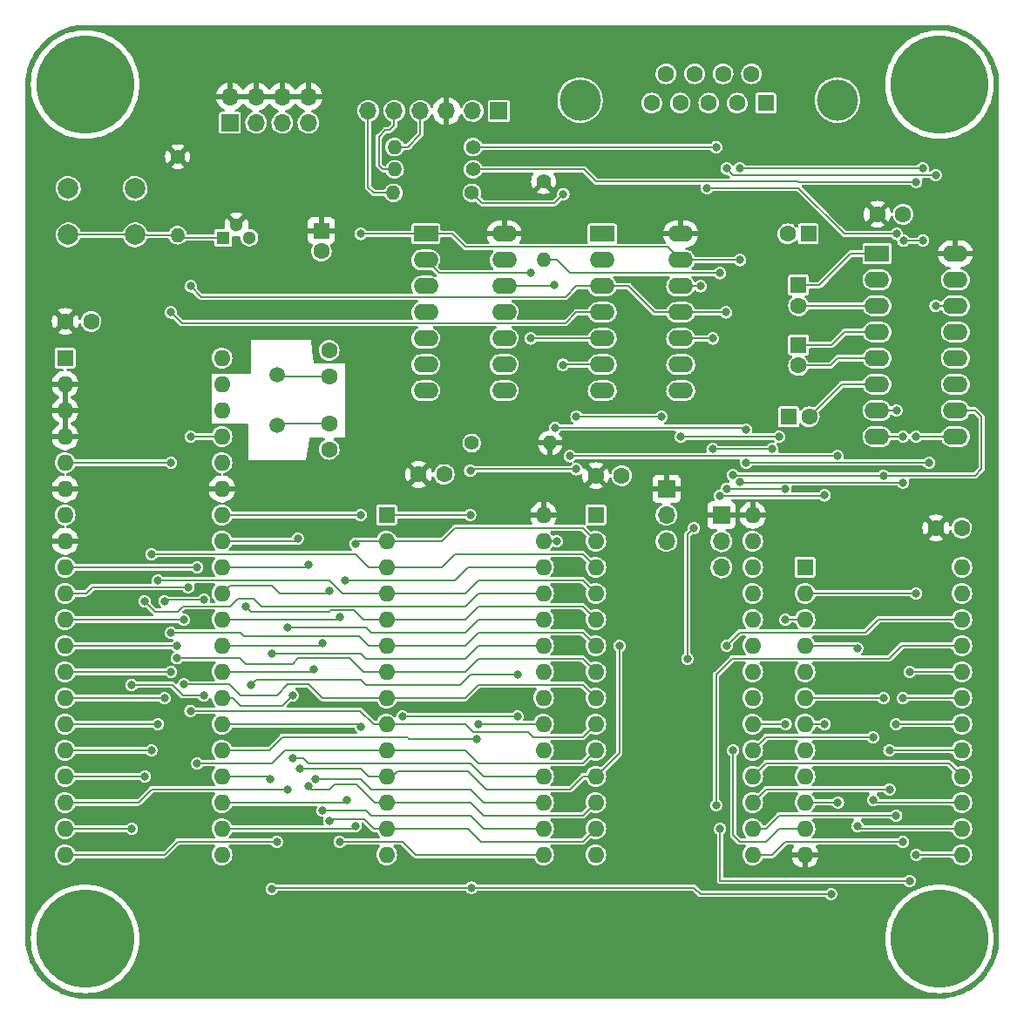
<source format=gtl>
G04 #@! TF.GenerationSoftware,KiCad,Pcbnew,(6.0.1)*
G04 #@! TF.CreationDate,2022-09-15T17:35:39-04:00*
G04 #@! TF.ProjectId,SIMPLE-6802,53494d50-4c45-42d3-9638-30322e6b6963,1*
G04 #@! TF.SameCoordinates,Original*
G04 #@! TF.FileFunction,Copper,L1,Top*
G04 #@! TF.FilePolarity,Positive*
%FSLAX46Y46*%
G04 Gerber Fmt 4.6, Leading zero omitted, Abs format (unit mm)*
G04 Created by KiCad (PCBNEW (6.0.1)) date 2022-09-15 17:35:39*
%MOMM*%
%LPD*%
G01*
G04 APERTURE LIST*
G04 #@! TA.AperFunction,ComponentPad*
%ADD10C,1.400000*%
G04 #@! TD*
G04 #@! TA.AperFunction,ComponentPad*
%ADD11O,1.400000X1.400000*%
G04 #@! TD*
G04 #@! TA.AperFunction,ComponentPad*
%ADD12C,4.000000*%
G04 #@! TD*
G04 #@! TA.AperFunction,ComponentPad*
%ADD13R,1.600000X1.600000*%
G04 #@! TD*
G04 #@! TA.AperFunction,ComponentPad*
%ADD14C,1.600000*%
G04 #@! TD*
G04 #@! TA.AperFunction,ComponentPad*
%ADD15R,2.400000X1.600000*%
G04 #@! TD*
G04 #@! TA.AperFunction,ComponentPad*
%ADD16O,2.400000X1.600000*%
G04 #@! TD*
G04 #@! TA.AperFunction,ComponentPad*
%ADD17R,1.300000X1.300000*%
G04 #@! TD*
G04 #@! TA.AperFunction,ComponentPad*
%ADD18C,1.300000*%
G04 #@! TD*
G04 #@! TA.AperFunction,ComponentPad*
%ADD19C,9.525000*%
G04 #@! TD*
G04 #@! TA.AperFunction,ComponentPad*
%ADD20R,1.700000X1.700000*%
G04 #@! TD*
G04 #@! TA.AperFunction,ComponentPad*
%ADD21O,1.700000X1.700000*%
G04 #@! TD*
G04 #@! TA.AperFunction,ComponentPad*
%ADD22O,1.600000X1.600000*%
G04 #@! TD*
G04 #@! TA.AperFunction,ComponentPad*
%ADD23C,2.000000*%
G04 #@! TD*
G04 #@! TA.AperFunction,ComponentPad*
%ADD24C,1.500000*%
G04 #@! TD*
G04 #@! TA.AperFunction,ViaPad*
%ADD25C,0.800000*%
G04 #@! TD*
G04 #@! TA.AperFunction,Conductor*
%ADD26C,0.203200*%
G04 #@! TD*
G04 APERTURE END LIST*
D10*
X132842000Y-58928000D03*
D11*
X125222000Y-58928000D03*
D12*
X143237000Y-52199800D03*
X168237000Y-52199800D03*
D13*
X161277000Y-52499800D03*
D14*
X158507000Y-52499800D03*
X155737000Y-52499800D03*
X152967000Y-52499800D03*
X150197000Y-52499800D03*
X159892000Y-49659800D03*
X157122000Y-49659800D03*
X154352000Y-49659800D03*
X151582000Y-49659800D03*
D15*
X172077000Y-67124800D03*
D16*
X172077000Y-69664800D03*
X172077000Y-72204800D03*
X172077000Y-74744800D03*
X172077000Y-77284800D03*
X172077000Y-79824800D03*
X172077000Y-82364800D03*
X172077000Y-84904800D03*
X179697000Y-84904800D03*
X179697000Y-82364800D03*
X179697000Y-79824800D03*
X179697000Y-77284800D03*
X179697000Y-74744800D03*
X179697000Y-72204800D03*
X179697000Y-69664800D03*
X179697000Y-67124800D03*
D17*
X108577000Y-65564800D03*
D18*
X109847000Y-64294800D03*
X111117000Y-65564800D03*
D14*
X130040000Y-88572800D03*
X127540000Y-88572800D03*
D10*
X104132000Y-57711800D03*
D11*
X104132000Y-65331800D03*
D14*
X95730000Y-73713800D03*
X93230000Y-73713800D03*
D10*
X139692000Y-60124800D03*
D11*
X139692000Y-67744800D03*
D19*
X95150000Y-50700000D03*
D14*
X118864000Y-79027800D03*
X118864000Y-76527800D03*
D20*
X156964000Y-92524800D03*
D21*
X156964000Y-95064800D03*
X156964000Y-97604800D03*
D13*
X93205000Y-77274800D03*
D22*
X93205000Y-79814800D03*
X93205000Y-82354800D03*
X93205000Y-84894800D03*
X93205000Y-87434800D03*
X93205000Y-89974800D03*
X93205000Y-92514800D03*
X93205000Y-95054800D03*
X93205000Y-97594800D03*
X93205000Y-100134800D03*
X93205000Y-102674800D03*
X93205000Y-105214800D03*
X93205000Y-107754800D03*
X93205000Y-110294800D03*
X93205000Y-112834800D03*
X93205000Y-115374800D03*
X93205000Y-117914800D03*
X93205000Y-120454800D03*
X93205000Y-122994800D03*
X93205000Y-125534800D03*
X108445000Y-125534800D03*
X108445000Y-122994800D03*
X108445000Y-120454800D03*
X108445000Y-117914800D03*
X108445000Y-115374800D03*
X108445000Y-112834800D03*
X108445000Y-110294800D03*
X108445000Y-107754800D03*
X108445000Y-105214800D03*
X108445000Y-102674800D03*
X108445000Y-100134800D03*
X108445000Y-97594800D03*
X108445000Y-95054800D03*
X108445000Y-92514800D03*
X108445000Y-89974800D03*
X108445000Y-87434800D03*
X108445000Y-84894800D03*
X108445000Y-82354800D03*
X108445000Y-79814800D03*
X108445000Y-77274800D03*
D10*
X132715000Y-61214000D03*
D11*
X125095000Y-61214000D03*
D20*
X109222000Y-54414800D03*
D21*
X109222000Y-51874800D03*
X111762000Y-54414800D03*
X111762000Y-51874800D03*
X114302000Y-54414800D03*
X114302000Y-51874800D03*
X116842000Y-54414800D03*
X116842000Y-51874800D03*
D14*
X147272000Y-88699800D03*
X144772000Y-88699800D03*
D15*
X145392000Y-65199800D03*
D16*
X145392000Y-67739800D03*
X145392000Y-70279800D03*
X145392000Y-72819800D03*
X145392000Y-75359800D03*
X145392000Y-77899800D03*
X145392000Y-80439800D03*
X153012000Y-80439800D03*
X153012000Y-77899800D03*
X153012000Y-75359800D03*
X153012000Y-72819800D03*
X153012000Y-70279800D03*
X153012000Y-67739800D03*
X153012000Y-65199800D03*
D13*
X124447000Y-92519800D03*
D22*
X124447000Y-95059800D03*
X124447000Y-97599800D03*
X124447000Y-100139800D03*
X124447000Y-102679800D03*
X124447000Y-105219800D03*
X124447000Y-107759800D03*
X124447000Y-110299800D03*
X124447000Y-112839800D03*
X124447000Y-115379800D03*
X124447000Y-117919800D03*
X124447000Y-120459800D03*
X124447000Y-122999800D03*
X124447000Y-125539800D03*
X139687000Y-125539800D03*
X139687000Y-122999800D03*
X139687000Y-120459800D03*
X139687000Y-117919800D03*
X139687000Y-115379800D03*
X139687000Y-112839800D03*
X139687000Y-110299800D03*
X139687000Y-107759800D03*
X139687000Y-105219800D03*
X139687000Y-102679800D03*
X139687000Y-100139800D03*
X139687000Y-97599800D03*
X139687000Y-95059800D03*
X139687000Y-92519800D03*
D13*
X164457000Y-70189800D03*
D14*
X164457000Y-72189800D03*
X118864000Y-83639800D03*
X118864000Y-86139800D03*
D13*
X165092000Y-97584800D03*
D22*
X165092000Y-100124800D03*
X165092000Y-102664800D03*
X165092000Y-105204800D03*
X165092000Y-107744800D03*
X165092000Y-110284800D03*
X165092000Y-112824800D03*
X165092000Y-115364800D03*
X165092000Y-117904800D03*
X165092000Y-120444800D03*
X165092000Y-122984800D03*
X165092000Y-125524800D03*
X180332000Y-125524800D03*
X180332000Y-122984800D03*
X180332000Y-120444800D03*
X180332000Y-117904800D03*
X180332000Y-115364800D03*
X180332000Y-112824800D03*
X180332000Y-110284800D03*
X180332000Y-107744800D03*
X180332000Y-105204800D03*
X180332000Y-102664800D03*
X180332000Y-100124800D03*
X180332000Y-97584800D03*
D13*
X164457000Y-75999800D03*
D14*
X164457000Y-77999800D03*
X174617000Y-63299800D03*
X172117000Y-63299800D03*
D19*
X95150000Y-133700000D03*
D20*
X135342000Y-53259800D03*
D21*
X132802000Y-53259800D03*
X130262000Y-53259800D03*
X127722000Y-53259800D03*
X125182000Y-53259800D03*
X122642000Y-53259800D03*
D10*
X132707000Y-85524800D03*
D11*
X140327000Y-85524800D03*
D13*
X144767000Y-92519800D03*
D22*
X144767000Y-95059800D03*
X144767000Y-97599800D03*
X144767000Y-100139800D03*
X144767000Y-102679800D03*
X144767000Y-105219800D03*
X144767000Y-107759800D03*
X144767000Y-110299800D03*
X144767000Y-112839800D03*
X144767000Y-115379800D03*
X144767000Y-117919800D03*
X144767000Y-120459800D03*
X144767000Y-122999800D03*
X144767000Y-125539800D03*
X160007000Y-125539800D03*
X160007000Y-122999800D03*
X160007000Y-120459800D03*
X160007000Y-117919800D03*
X160007000Y-115379800D03*
X160007000Y-112839800D03*
X160007000Y-110299800D03*
X160007000Y-107759800D03*
X160007000Y-105219800D03*
X160007000Y-102679800D03*
X160007000Y-100139800D03*
X160007000Y-97599800D03*
X160007000Y-95059800D03*
X160007000Y-92519800D03*
D23*
X93516000Y-60795800D03*
X100016000Y-60795800D03*
X93516000Y-65295800D03*
X100016000Y-65295800D03*
D15*
X128247000Y-65199800D03*
D16*
X128247000Y-67739800D03*
X128247000Y-70279800D03*
X128247000Y-72819800D03*
X128247000Y-75359800D03*
X128247000Y-77899800D03*
X128247000Y-80439800D03*
X135867000Y-80439800D03*
X135867000Y-77899800D03*
X135867000Y-75359800D03*
X135867000Y-72819800D03*
X135867000Y-70279800D03*
X135867000Y-67739800D03*
X135867000Y-65199800D03*
D19*
X178150000Y-50700000D03*
D10*
X132842000Y-56769000D03*
D11*
X125222000Y-56769000D03*
D19*
X178150000Y-133700000D03*
D13*
X118102000Y-64884688D03*
D14*
X118102000Y-66884688D03*
D13*
X163501888Y-82984800D03*
D14*
X165501888Y-82984800D03*
D20*
X151630000Y-89969800D03*
D21*
X151630000Y-92509800D03*
X151630000Y-95049800D03*
D24*
X113784000Y-78883800D03*
X113784000Y-83763800D03*
D14*
X180312000Y-93779800D03*
X177812000Y-93779800D03*
D13*
X165412113Y-65204800D03*
D14*
X163412113Y-65204800D03*
D25*
X156464000Y-56769000D03*
X141605000Y-61341000D03*
X113784000Y-124259800D03*
X113276000Y-105971800D03*
X121404000Y-95303800D03*
X121404000Y-122735800D03*
X120388000Y-98859800D03*
X120604989Y-120195800D03*
X132561500Y-92509800D03*
X142867000Y-88064800D03*
X113276000Y-128831800D03*
X151122000Y-82984800D03*
X167632000Y-129339800D03*
X113130500Y-118163800D03*
X132561500Y-88210300D03*
X142885500Y-82984800D03*
X132688489Y-128723311D03*
X133342000Y-112829800D03*
X161917000Y-86122800D03*
X156108392Y-75364800D03*
X156108392Y-86122800D03*
X133215000Y-114245300D03*
X118210500Y-121211800D03*
X118210500Y-104955800D03*
X173945000Y-121719800D03*
X173945000Y-112829800D03*
X119880000Y-102415800D03*
X119880000Y-124259800D03*
X174598500Y-124259800D03*
X174598500Y-110289800D03*
X117557000Y-118163800D03*
X173291500Y-115369800D03*
X173291500Y-119179800D03*
X117340000Y-107495800D03*
X115308000Y-110035800D03*
X115308000Y-116131800D03*
X106037000Y-116639800D03*
X106037000Y-97589800D03*
X158097000Y-115379800D03*
X105383500Y-111541300D03*
X105148000Y-99513300D03*
X175252000Y-107749800D03*
X118864000Y-122227800D03*
X175252000Y-128069800D03*
X156837000Y-122989800D03*
X118864000Y-99875800D03*
X104730000Y-108982800D03*
X104730000Y-102669800D03*
X125976000Y-112067800D03*
X121912000Y-113083800D03*
X137152000Y-112067800D03*
X171696000Y-114099800D03*
X171696000Y-120195800D03*
X104076500Y-106424300D03*
X104076500Y-105209800D03*
X157472000Y-105209800D03*
X147058000Y-105209800D03*
X116032989Y-117147800D03*
X115816000Y-94795800D03*
X103497000Y-107749800D03*
X103497000Y-103939800D03*
X156456000Y-120703800D03*
X116832000Y-118888789D03*
X116832000Y-97335800D03*
X106690500Y-100746300D03*
X102862000Y-100891800D03*
X102862000Y-110289800D03*
X110736000Y-101399800D03*
X102227000Y-112829800D03*
X102227000Y-98859800D03*
X101592000Y-96319800D03*
X101592000Y-115369800D03*
X100919989Y-100891800D03*
X100957000Y-117909800D03*
X114800000Y-119179800D03*
X114800000Y-103431800D03*
X111244000Y-109019800D03*
X137152000Y-108003800D03*
X99687000Y-122989800D03*
X106690500Y-110035800D03*
X99649989Y-109019800D03*
X163187000Y-102669800D03*
X157472000Y-89969800D03*
X163187000Y-90006800D03*
X170172000Y-122735800D03*
X105402000Y-70284800D03*
X105402000Y-84889800D03*
X170172000Y-105463800D03*
X157415403Y-72824800D03*
X175887000Y-84889800D03*
X175887000Y-60143300D03*
X175887000Y-100129800D03*
X158068903Y-88661703D03*
X172712000Y-88699800D03*
X172712000Y-110289800D03*
X153662000Y-106479800D03*
X154297000Y-93779800D03*
X154932000Y-70284800D03*
X141578489Y-77923311D03*
X140962000Y-95049800D03*
X175905500Y-125529800D03*
X121912000Y-65204800D03*
X121912000Y-92509800D03*
X174617000Y-89353300D03*
X158742000Y-89334800D03*
X158742000Y-67744800D03*
X163205500Y-112829800D03*
X153027000Y-84889800D03*
X162552000Y-84889800D03*
X103497000Y-72824800D03*
X168285500Y-120449800D03*
X168267000Y-86776300D03*
X103497000Y-87429800D03*
X142232000Y-86794800D03*
X138422000Y-75364800D03*
X138422000Y-69014800D03*
X174655097Y-65877897D03*
X158742000Y-58836300D03*
X174617000Y-84889800D03*
X176540500Y-65839800D03*
X176522000Y-58836300D03*
X155567000Y-60759800D03*
X173982000Y-65204800D03*
X173982000Y-82349800D03*
X177792000Y-59489800D03*
X157472000Y-58854800D03*
X177777000Y-72204800D03*
X140797489Y-84038311D03*
X159377000Y-84254800D03*
X159377000Y-87429800D03*
X140708000Y-70157800D03*
X177157000Y-87429800D03*
X166997000Y-90604800D03*
X156837000Y-69014800D03*
X166997000Y-112829800D03*
X156798903Y-90642897D03*
D26*
X140716000Y-62230000D02*
X141605000Y-61341000D01*
X133731000Y-62230000D02*
X140716000Y-62230000D01*
X132715000Y-61214000D02*
X133731000Y-62230000D01*
X132842000Y-56769000D02*
X156464000Y-56769000D01*
X143575200Y-58928000D02*
X144753489Y-60106289D01*
X132842000Y-58928000D02*
X143575200Y-58928000D01*
X123190000Y-61214000D02*
X122642000Y-60666000D01*
X125095000Y-61214000D02*
X123190000Y-61214000D01*
X122642000Y-60666000D02*
X122642000Y-53259800D01*
X125182000Y-54650000D02*
X124714000Y-55118000D01*
X125182000Y-53259800D02*
X125182000Y-54650000D01*
X124333000Y-55118000D02*
X124714000Y-55118000D01*
X123698000Y-55753000D02*
X124333000Y-55118000D01*
X123698000Y-58547000D02*
X123698000Y-55753000D01*
X124079000Y-58928000D02*
X123698000Y-58547000D01*
X125222000Y-58928000D02*
X124079000Y-58928000D01*
X127722000Y-55539000D02*
X127722000Y-53259800D01*
X126492000Y-56769000D02*
X127722000Y-55539000D01*
X125222000Y-56769000D02*
X126492000Y-56769000D01*
X93205000Y-125534800D02*
X102857000Y-125534800D01*
X133332000Y-105219800D02*
X132072000Y-106479800D01*
X139687000Y-105219800D02*
X133332000Y-105219800D01*
X113276000Y-105971800D02*
X121912000Y-105971800D01*
X121912000Y-105971800D02*
X122420000Y-106479800D01*
X104132000Y-124259800D02*
X113784000Y-124259800D01*
X132072000Y-106479800D02*
X122420000Y-106479800D01*
X102857000Y-125534800D02*
X104132000Y-124259800D01*
X121145000Y-122994800D02*
X121404000Y-122735800D01*
X121404000Y-95303800D02*
X121648000Y-95059800D01*
X144767000Y-95059800D02*
X143487000Y-93779800D01*
X129796000Y-95059800D02*
X124447000Y-95059800D01*
X131076000Y-93779800D02*
X129796000Y-95059800D01*
X143487000Y-93779800D02*
X131076000Y-93779800D01*
X121648000Y-95059800D02*
X124447000Y-95059800D01*
X108445000Y-122994800D02*
X121145000Y-122994800D01*
X120345989Y-120454800D02*
X120604989Y-120195800D01*
X108445000Y-120454800D02*
X120345989Y-120454800D01*
X132316000Y-97599800D02*
X139687000Y-97599800D01*
X131056000Y-98859800D02*
X132316000Y-97599800D01*
X120388000Y-98859800D02*
X131056000Y-98859800D01*
X132561500Y-88210300D02*
X132707000Y-88064800D01*
X142885500Y-82984800D02*
X151122000Y-82984800D01*
X132551500Y-92519800D02*
X132561500Y-92509800D01*
X154932000Y-129339800D02*
X167632000Y-129339800D01*
X154315511Y-128723311D02*
X154932000Y-129339800D01*
X124447000Y-92519800D02*
X132551500Y-92519800D01*
X132707000Y-88064800D02*
X142867000Y-88064800D01*
X108445000Y-117914800D02*
X112881500Y-117914800D01*
X132688489Y-128723311D02*
X113384489Y-128723311D01*
X112881500Y-117914800D02*
X113130500Y-118163800D01*
X132688489Y-128723311D02*
X154315511Y-128723311D01*
X113384489Y-128723311D02*
X113276000Y-128831800D01*
X133215000Y-114245300D02*
X126629500Y-114245300D01*
X133352000Y-112839800D02*
X139687000Y-112839800D01*
X108445000Y-115374800D02*
X113017000Y-115374800D01*
X156108392Y-75364800D02*
X156103392Y-75359800D01*
X126629500Y-114245300D02*
X126484000Y-114099800D01*
X113017000Y-115374800D02*
X114292000Y-114099800D01*
X133352000Y-112839800D02*
X133342000Y-112829800D01*
X126484000Y-114099800D02*
X114292000Y-114099800D01*
X161917000Y-86122800D02*
X156108392Y-86122800D01*
X156103392Y-75359800D02*
X153012000Y-75359800D01*
X161272000Y-122999800D02*
X162552000Y-121719800D01*
X139687000Y-122999800D02*
X133860000Y-122999800D01*
X117951500Y-105214800D02*
X108445000Y-105214800D01*
X122420000Y-121211800D02*
X118210500Y-121211800D01*
X122928000Y-121719800D02*
X132580000Y-121719800D01*
X118210500Y-104955800D02*
X117951500Y-105214800D01*
X122928000Y-121719800D02*
X122420000Y-121211800D01*
X133860000Y-122999800D02*
X132580000Y-121719800D01*
X173950000Y-112824800D02*
X180332000Y-112824800D01*
X160007000Y-122999800D02*
X161272000Y-122999800D01*
X162552000Y-121719800D02*
X173945000Y-121719800D01*
X173945000Y-112829800D02*
X173950000Y-112824800D01*
X125976000Y-124259800D02*
X119880000Y-124259800D01*
X174598500Y-110289800D02*
X174603500Y-110284800D01*
X174603500Y-110284800D02*
X180332000Y-110284800D01*
X119621000Y-102674800D02*
X119880000Y-102415800D01*
X163187000Y-124259800D02*
X174598500Y-124259800D01*
X127256000Y-125539800D02*
X125976000Y-124259800D01*
X161907000Y-125539800D02*
X163187000Y-124259800D01*
X139687000Y-125539800D02*
X127256000Y-125539800D01*
X160007000Y-125539800D02*
X161907000Y-125539800D01*
X108445000Y-102674800D02*
X119621000Y-102674800D01*
X117557000Y-118163800D02*
X121912000Y-118163800D01*
X173296500Y-115364800D02*
X180332000Y-115364800D01*
X173291500Y-115369800D02*
X173296500Y-115364800D01*
X122928000Y-119179800D02*
X132580000Y-119179800D01*
X132580000Y-119179800D02*
X133860000Y-120459800D01*
X133860000Y-120459800D02*
X139687000Y-120459800D01*
X161287000Y-119179800D02*
X173291500Y-119179800D01*
X117340000Y-107495800D02*
X117081000Y-107754800D01*
X161282000Y-119184800D02*
X161287000Y-119179800D01*
X160007000Y-120459800D02*
X161282000Y-119184800D01*
X121912000Y-118163800D02*
X122928000Y-119179800D01*
X117081000Y-107754800D02*
X108445000Y-107754800D01*
X133860000Y-117919800D02*
X132580000Y-116639800D01*
X109471000Y-110294800D02*
X110228000Y-111051800D01*
X179067000Y-116639800D02*
X180332000Y-117904800D01*
X110228000Y-111051800D02*
X114292000Y-111051800D01*
X116832000Y-116639800D02*
X116324000Y-116131800D01*
X161287000Y-116639800D02*
X179067000Y-116639800D01*
X160007000Y-117919800D02*
X161287000Y-116639800D01*
X108445000Y-110294800D02*
X109471000Y-110294800D01*
X116324000Y-116131800D02*
X115308000Y-116131800D01*
X132580000Y-116639800D02*
X116832000Y-116639800D01*
X139687000Y-117919800D02*
X133860000Y-117919800D01*
X114292000Y-111051800D02*
X115308000Y-110035800D01*
X162557000Y-122984800D02*
X161282000Y-124259800D01*
X124447000Y-115379800D02*
X132062000Y-115379800D01*
X143507000Y-116639800D02*
X144767000Y-115379800D01*
X158742000Y-124259800D02*
X158107000Y-123624800D01*
X93205000Y-97594800D02*
X106032000Y-97594800D01*
X158107000Y-115389800D02*
X158097000Y-115379800D01*
X165092000Y-122984800D02*
X162557000Y-122984800D01*
X133322000Y-116639800D02*
X143507000Y-116639800D01*
X106037000Y-116639800D02*
X113276000Y-116639800D01*
X132062000Y-115379800D02*
X133322000Y-116639800D01*
X113276000Y-116639800D02*
X114536000Y-115379800D01*
X161282000Y-124259800D02*
X158742000Y-124259800D01*
X106032000Y-97594800D02*
X106037000Y-97589800D01*
X158107000Y-123624800D02*
X158107000Y-115389800D01*
X114536000Y-115379800D02*
X124447000Y-115379800D01*
X121873500Y-111541300D02*
X123172000Y-112839800D01*
X138168000Y-113591800D02*
X138676000Y-114099800D01*
X132814000Y-113591800D02*
X138168000Y-113591800D01*
X124447000Y-112839800D02*
X132062000Y-112839800D01*
X132062000Y-112839800D02*
X132814000Y-113591800D01*
X143507000Y-114099800D02*
X144767000Y-112839800D01*
X93205000Y-100134800D02*
X95247000Y-100134800D01*
X105148000Y-99513300D02*
X95868500Y-99513300D01*
X95868500Y-99513300D02*
X95247000Y-100134800D01*
X105383500Y-111541300D02*
X121873500Y-111541300D01*
X138676000Y-114099800D02*
X143507000Y-114099800D01*
X123172000Y-112839800D02*
X124447000Y-112839800D01*
X132336000Y-122999800D02*
X133596000Y-124259800D01*
X113266000Y-99367800D02*
X114033000Y-100134800D01*
X133596000Y-124259800D02*
X143507000Y-124259800D01*
X175257000Y-107744800D02*
X180332000Y-107744800D01*
X118605000Y-100134800D02*
X114033000Y-100134800D01*
X175233489Y-128051289D02*
X175252000Y-128069800D01*
X175252000Y-107749800D02*
X175257000Y-107744800D01*
X108445000Y-100134800D02*
X109212000Y-99367800D01*
X122274489Y-122082289D02*
X123192000Y-122999800D01*
X156837000Y-122989800D02*
X156837000Y-128069800D01*
X118864000Y-122227800D02*
X119009511Y-122082289D01*
X143507000Y-124259800D02*
X144767000Y-122999800D01*
X109212000Y-99367800D02*
X113266000Y-99367800D01*
X124447000Y-122999800D02*
X123192000Y-122999800D01*
X118864000Y-99875800D02*
X118605000Y-100134800D01*
X119009511Y-122082289D02*
X122274489Y-122082289D01*
X156837000Y-128069800D02*
X156855511Y-128051289D01*
X156855511Y-128051289D02*
X175233489Y-128051289D01*
X124447000Y-122999800D02*
X132336000Y-122999800D01*
X110228000Y-110035800D02*
X113784000Y-110035800D01*
X124447000Y-110299800D02*
X132062000Y-110299800D01*
X93205000Y-102674800D02*
X104725000Y-102674800D01*
X143487000Y-109019800D02*
X144767000Y-110299800D01*
X104725000Y-102674800D02*
X104730000Y-102669800D01*
X113784000Y-110035800D02*
X114837000Y-108982800D01*
X104730000Y-108982800D02*
X109175000Y-108982800D01*
X114837000Y-108982800D02*
X116869000Y-108982800D01*
X132062000Y-110299800D02*
X133342000Y-109019800D01*
X133342000Y-109019800D02*
X143487000Y-109019800D01*
X109175000Y-108982800D02*
X110228000Y-110035800D01*
X118186000Y-110299800D02*
X116869000Y-108982800D01*
X124447000Y-110299800D02*
X118186000Y-110299800D01*
X125976000Y-112067800D02*
X137152000Y-112067800D01*
X171945000Y-120444800D02*
X171696000Y-120195800D01*
X108445000Y-112834800D02*
X121663000Y-112834800D01*
X121663000Y-112834800D02*
X121912000Y-113083800D01*
X161287000Y-114099800D02*
X160007000Y-115379800D01*
X180332000Y-120444800D02*
X171945000Y-120444800D01*
X171696000Y-114099800D02*
X161287000Y-114099800D01*
X132062000Y-107759800D02*
X133342000Y-106479800D01*
X115871500Y-106424300D02*
X120840500Y-106424300D01*
X110736000Y-106987800D02*
X115308000Y-106987800D01*
X104076500Y-106424300D02*
X110283500Y-106424300D01*
X110283500Y-106535300D02*
X110736000Y-106987800D01*
X104071500Y-105214800D02*
X104076500Y-105209800D01*
X133342000Y-106479800D02*
X143487000Y-106479800D01*
X110283500Y-106424300D02*
X110283500Y-106535300D01*
X122176000Y-107759800D02*
X124447000Y-107759800D01*
X115308000Y-106987800D02*
X115871500Y-106424300D01*
X93205000Y-105214800D02*
X104071500Y-105214800D01*
X120840500Y-106424300D02*
X122176000Y-107759800D01*
X124447000Y-107759800D02*
X132062000Y-107759800D01*
X143487000Y-106479800D02*
X144767000Y-107759800D01*
X121912000Y-117147800D02*
X116032989Y-117147800D01*
X124447000Y-117919800D02*
X122684000Y-117919800D01*
X143492000Y-117919800D02*
X142232000Y-119179800D01*
X125468000Y-117401800D02*
X124950000Y-117919800D01*
X142232000Y-119179800D02*
X134104000Y-119179800D01*
X115816000Y-94795800D02*
X115557000Y-95054800D01*
X122684000Y-117919800D02*
X121912000Y-117147800D01*
X180332000Y-102664800D02*
X172209000Y-102664800D01*
X147058000Y-115628800D02*
X144767000Y-117919800D01*
X172209000Y-102664800D02*
X170934000Y-103939800D01*
X147058000Y-105209800D02*
X147058000Y-115628800D01*
X115557000Y-95054800D02*
X108445000Y-95054800D01*
X144767000Y-117919800D02*
X143492000Y-117919800D01*
X158742000Y-103939800D02*
X170934000Y-103939800D01*
X158742000Y-103939800D02*
X157472000Y-105209800D01*
X132326000Y-117401800D02*
X125468000Y-117401800D01*
X134104000Y-119179800D02*
X132326000Y-117401800D01*
X122684000Y-105219800D02*
X121766489Y-104302289D01*
X110590489Y-104302289D02*
X110228000Y-103939800D01*
X93205000Y-107754800D02*
X103492000Y-107754800D01*
X133342000Y-103939800D02*
X143487000Y-103939800D01*
X124447000Y-105219800D02*
X132062000Y-105219800D01*
X143487000Y-103939800D02*
X144767000Y-105219800D01*
X103492000Y-107754800D02*
X103497000Y-107749800D01*
X132062000Y-105219800D02*
X133342000Y-103939800D01*
X110228000Y-103939800D02*
X103497000Y-103939800D01*
X121766489Y-104302289D02*
X110590489Y-104302289D01*
X124447000Y-105219800D02*
X122684000Y-105219800D01*
X132590000Y-120459800D02*
X133850000Y-121719800D01*
X119372000Y-118671800D02*
X118864000Y-119179800D01*
X180332000Y-105204800D02*
X174495000Y-105204800D01*
X157980000Y-106479800D02*
X156456000Y-108003800D01*
X174495000Y-105204800D02*
X173220000Y-106479800D01*
X123315630Y-120459800D02*
X121527630Y-118671800D01*
X117123011Y-119179800D02*
X116832000Y-118888789D01*
X133850000Y-121719800D02*
X143507000Y-121719800D01*
X173220000Y-106479800D02*
X157980000Y-106479800D01*
X116832000Y-97335800D02*
X116573000Y-97594800D01*
X118864000Y-119179800D02*
X117123011Y-119179800D01*
X124447000Y-120459800D02*
X123315630Y-120459800D01*
X156456000Y-108003800D02*
X156456000Y-120703800D01*
X124447000Y-120459800D02*
X132590000Y-120459800D01*
X143507000Y-121719800D02*
X144767000Y-120459800D01*
X121527630Y-118671800D02*
X119372000Y-118671800D01*
X116573000Y-97594800D02*
X108445000Y-97594800D01*
X103007500Y-100746300D02*
X102862000Y-100891800D01*
X119009511Y-101762289D02*
X121258489Y-101762289D01*
X118864000Y-101907800D02*
X111244000Y-101907800D01*
X132062000Y-102679800D02*
X133342000Y-101399800D01*
X124447000Y-102679800D02*
X122176000Y-102679800D01*
X119009511Y-101762289D02*
X118864000Y-101907800D01*
X122176000Y-102679800D02*
X121258489Y-101762289D01*
X124447000Y-102679800D02*
X132062000Y-102679800D01*
X133342000Y-101399800D02*
X143487000Y-101399800D01*
X111244000Y-101907800D02*
X110736000Y-101399800D01*
X93205000Y-110294800D02*
X102857000Y-110294800D01*
X106690500Y-100746300D02*
X103007500Y-100746300D01*
X143487000Y-101399800D02*
X144767000Y-102679800D01*
X102857000Y-110294800D02*
X102862000Y-110289800D01*
X118864000Y-98859800D02*
X120144000Y-100139800D01*
X102227000Y-98859800D02*
X118864000Y-98859800D01*
X120144000Y-100139800D02*
X124447000Y-100139800D01*
X93205000Y-112834800D02*
X102222000Y-112834800D01*
X133342000Y-98859800D02*
X143487000Y-98859800D01*
X143487000Y-98859800D02*
X144767000Y-100139800D01*
X124447000Y-100139800D02*
X132062000Y-100139800D01*
X132062000Y-100139800D02*
X133342000Y-98859800D01*
X102222000Y-112834800D02*
X102227000Y-112829800D01*
X144767000Y-97599800D02*
X143487000Y-96319800D01*
X121404000Y-96319800D02*
X122684000Y-97599800D01*
X101587000Y-115374800D02*
X101592000Y-115369800D01*
X129776000Y-97599800D02*
X124447000Y-97599800D01*
X93205000Y-115374800D02*
X101587000Y-115374800D01*
X101592000Y-96319800D02*
X121404000Y-96319800D01*
X122684000Y-97599800D02*
X124447000Y-97599800D01*
X131056000Y-96319800D02*
X129776000Y-97599800D01*
X143487000Y-96319800D02*
X131056000Y-96319800D01*
X112260000Y-101399800D02*
X111498000Y-100637800D01*
X133332000Y-100139800D02*
X132072000Y-101399800D01*
X104640000Y-101399800D02*
X104132000Y-101907800D01*
X93205000Y-117914800D02*
X100952000Y-117914800D01*
X101935990Y-101907800D02*
X100919989Y-100891800D01*
X100952000Y-117914800D02*
X100957000Y-117909800D01*
X109974000Y-100637800D02*
X109212000Y-101399800D01*
X111498000Y-100637800D02*
X109974000Y-100637800D01*
X132072000Y-101399800D02*
X112260000Y-101399800D01*
X139687000Y-100139800D02*
X133332000Y-100139800D01*
X109212000Y-101399800D02*
X104640000Y-101399800D01*
X104132000Y-101907800D02*
X101935990Y-101907800D01*
X139687000Y-102679800D02*
X133332000Y-102679800D01*
X100317000Y-120454800D02*
X100322000Y-120449800D01*
X100322000Y-120449800D02*
X101592000Y-119179800D01*
X133332000Y-102679800D02*
X132072000Y-103939800D01*
X122420000Y-103431800D02*
X122928000Y-103939800D01*
X101592000Y-119179800D02*
X114800000Y-119179800D01*
X93205000Y-120454800D02*
X100317000Y-120454800D01*
X132072000Y-103939800D02*
X122928000Y-103939800D01*
X114800000Y-103431800D02*
X122420000Y-103431800D01*
X111244000Y-109019800D02*
X111752000Y-108511800D01*
X99682000Y-122994800D02*
X99687000Y-122989800D01*
X137152000Y-108003800D02*
X132580000Y-108003800D01*
X131564000Y-109019800D02*
X122420000Y-109019800D01*
X103624000Y-109019800D02*
X99649989Y-109019800D01*
X93205000Y-122994800D02*
X99682000Y-122994800D01*
X132580000Y-108003800D02*
X131564000Y-109019800D01*
X111752000Y-108511800D02*
X121912000Y-108511800D01*
X106690500Y-110035800D02*
X104640000Y-110035800D01*
X121912000Y-108511800D02*
X122420000Y-109019800D01*
X104640000Y-110035800D02*
X103624000Y-109019800D01*
X93516000Y-65295800D02*
X100016000Y-65295800D01*
X104132000Y-65331800D02*
X100052000Y-65331800D01*
X108577000Y-65564800D02*
X104365000Y-65564800D01*
X169537000Y-67109800D02*
X169552000Y-67124800D01*
X164457000Y-70189800D02*
X166457000Y-70189800D01*
X169552000Y-67124800D02*
X172077000Y-67124800D01*
X166457000Y-70189800D02*
X169537000Y-67109800D01*
X172077000Y-72204800D02*
X164472000Y-72204800D01*
X168887000Y-74744800D02*
X167632000Y-75999800D01*
X167632000Y-75999800D02*
X164457000Y-75999800D01*
X172077000Y-74744800D02*
X168887000Y-74744800D01*
X168252000Y-77284800D02*
X167537000Y-77999800D01*
X172077000Y-77284800D02*
X168252000Y-77284800D01*
X167537000Y-77999800D02*
X164457000Y-77999800D01*
X180332000Y-122984800D02*
X170421000Y-122984800D01*
X106450520Y-71333320D02*
X141818480Y-71333320D01*
X147942000Y-70279800D02*
X150487000Y-72824800D01*
X169913000Y-105204800D02*
X165092000Y-105204800D01*
X170172000Y-105463800D02*
X169913000Y-105204800D01*
X105407000Y-84894800D02*
X105402000Y-84889800D01*
X142872000Y-70279800D02*
X145392000Y-70279800D01*
X163187000Y-90006800D02*
X157509000Y-90006800D01*
X163192000Y-102664800D02*
X163187000Y-102669800D01*
X150487000Y-72824800D02*
X150492000Y-72819800D01*
X141818480Y-71333320D02*
X142872000Y-70279800D01*
X157509000Y-90006800D02*
X157472000Y-89969800D01*
X165092000Y-102664800D02*
X163192000Y-102664800D01*
X150492000Y-72819800D02*
X153012000Y-72819800D01*
X105402000Y-70284800D02*
X106450520Y-71333320D01*
X157410403Y-72819800D02*
X153012000Y-72819800D01*
X108445000Y-84894800D02*
X105407000Y-84894800D01*
X145392000Y-70279800D02*
X147942000Y-70279800D01*
X170421000Y-122984800D02*
X170172000Y-122735800D01*
X157415403Y-72824800D02*
X157410403Y-72819800D01*
X175887000Y-84889800D02*
X175902000Y-84904800D01*
X175902000Y-84904800D02*
X179697000Y-84904800D01*
X164438489Y-60106289D02*
X164475500Y-60143300D01*
X144753489Y-60106289D02*
X164438489Y-60106289D01*
X164475500Y-60143300D02*
X175887000Y-60143300D01*
X175882000Y-100124800D02*
X175887000Y-100129800D01*
X165092000Y-100124800D02*
X175882000Y-100124800D01*
X172707000Y-110284800D02*
X172712000Y-110289800D01*
X172712000Y-88699800D02*
X181602000Y-88699800D01*
X182237000Y-82984800D02*
X181617000Y-82364800D01*
X182237000Y-88064800D02*
X182237000Y-82984800D01*
X165092000Y-110284800D02*
X172707000Y-110284800D01*
X181602000Y-88699800D02*
X182237000Y-88064800D01*
X181617000Y-82364800D02*
X179697000Y-82364800D01*
X172712000Y-88699800D02*
X162552000Y-88699800D01*
X162533489Y-88681289D02*
X158088489Y-88681289D01*
X158088489Y-88681289D02*
X158068903Y-88661703D01*
X162552000Y-88699800D02*
X162533489Y-88681289D01*
X153662000Y-94414800D02*
X154297000Y-93779800D01*
X153662000Y-106479800D02*
X153662000Y-94414800D01*
X154932000Y-70284800D02*
X153017000Y-70284800D01*
X145392000Y-77899800D02*
X141602000Y-77899800D01*
X139687000Y-95059800D02*
X140952000Y-95059800D01*
X140952000Y-95059800D02*
X140962000Y-95049800D01*
X141602000Y-77899800D02*
X141578489Y-77923311D01*
X174617000Y-89353300D02*
X158760500Y-89353300D01*
X158760500Y-89353300D02*
X158742000Y-89334800D01*
X175910500Y-125524800D02*
X175905500Y-125529800D01*
X158737000Y-67739800D02*
X153012000Y-67739800D01*
X158742000Y-67744800D02*
X158737000Y-67739800D01*
X130797000Y-65199800D02*
X132072000Y-66474800D01*
X121907000Y-92514800D02*
X121912000Y-92509800D01*
X151747000Y-66474800D02*
X153012000Y-67739800D01*
X132072000Y-66474800D02*
X151747000Y-66474800D01*
X108445000Y-92514800D02*
X121907000Y-92514800D01*
X128247000Y-65199800D02*
X130797000Y-65199800D01*
X121917000Y-65199800D02*
X128247000Y-65199800D01*
X180332000Y-125524800D02*
X175910500Y-125524800D01*
X121912000Y-65204800D02*
X121917000Y-65199800D01*
X160007000Y-112839800D02*
X163195500Y-112839800D01*
X153045511Y-84908311D02*
X153027000Y-84889800D01*
X162533489Y-84908311D02*
X153045511Y-84908311D01*
X163195500Y-112839800D02*
X163205500Y-112829800D01*
X162552000Y-84889800D02*
X162533489Y-84908311D01*
X93205000Y-87434800D02*
X103492000Y-87434800D01*
X165092000Y-120444800D02*
X168280500Y-120444800D01*
X104545520Y-73873320D02*
X141818480Y-73873320D01*
X142250500Y-86776300D02*
X142232000Y-86794800D01*
X168280500Y-120444800D02*
X168285500Y-120449800D01*
X168267000Y-86776300D02*
X142250500Y-86776300D01*
X103497000Y-72824800D02*
X104545520Y-73873320D01*
X141818480Y-73873320D02*
X142872000Y-72819800D01*
X103492000Y-87434800D02*
X103497000Y-87429800D01*
X142872000Y-72819800D02*
X145392000Y-72819800D01*
X128247000Y-67739800D02*
X129522000Y-69014800D01*
X138422000Y-75364800D02*
X138427000Y-75359800D01*
X129522000Y-69014800D02*
X138422000Y-69014800D01*
X138427000Y-75359800D02*
X145392000Y-75359800D01*
X172077000Y-79824800D02*
X168661888Y-79824800D01*
X168661888Y-79824800D02*
X165501888Y-82984800D01*
X176502403Y-65877897D02*
X176540500Y-65839800D01*
X172077000Y-84904800D02*
X174602000Y-84904800D01*
X176522000Y-58836300D02*
X158742000Y-58836300D01*
X174602000Y-84904800D02*
X174617000Y-84889800D01*
X174655097Y-65877897D02*
X176502403Y-65877897D01*
X168902000Y-65204800D02*
X164457000Y-60759800D01*
X173967000Y-82364800D02*
X173982000Y-82349800D01*
X172077000Y-82364800D02*
X173967000Y-82364800D01*
X173982000Y-65204800D02*
X168902000Y-65204800D01*
X155567000Y-60759800D02*
X164457000Y-60759800D01*
X179697000Y-72204800D02*
X177777000Y-72204800D01*
X158107000Y-59489800D02*
X157472000Y-58854800D01*
X177792000Y-59489800D02*
X158107000Y-59489800D01*
X118864000Y-83639800D02*
X113928000Y-83639800D01*
X118864000Y-79027800D02*
X113908000Y-79027800D01*
X159160511Y-84038311D02*
X159377000Y-84254800D01*
X159377000Y-87429800D02*
X177157000Y-87429800D01*
X140797489Y-84038311D02*
X159160511Y-84038311D01*
X140586000Y-70279800D02*
X140708000Y-70157800D01*
X135867000Y-70279800D02*
X140586000Y-70279800D01*
X156816317Y-90660311D02*
X156798903Y-90642897D01*
X156816317Y-90660311D02*
X166941489Y-90660311D01*
X166992000Y-112824800D02*
X166997000Y-112829800D01*
X165092000Y-112824800D02*
X166992000Y-112824800D01*
X166997000Y-90604800D02*
X166941489Y-90660311D01*
X156837000Y-69014800D02*
X142232000Y-69014800D01*
X142232000Y-69014800D02*
X140962000Y-67744800D01*
X140962000Y-67744800D02*
X139692000Y-67744800D01*
G04 #@! TA.AperFunction,Conductor*
G36*
X178130552Y-44905237D02*
G01*
X178135808Y-44905246D01*
X178149636Y-44908426D01*
X178163476Y-44905294D01*
X178177664Y-44905319D01*
X178177664Y-44905373D01*
X178185941Y-44904612D01*
X178324710Y-44910065D01*
X178599862Y-44920876D01*
X178609724Y-44921652D01*
X179051907Y-44973987D01*
X179061679Y-44975535D01*
X179284288Y-45019814D01*
X179498393Y-45062403D01*
X179507994Y-45064708D01*
X179795412Y-45145768D01*
X179936540Y-45185570D01*
X179945949Y-45188627D01*
X180363696Y-45342742D01*
X180372833Y-45346527D01*
X180777202Y-45532943D01*
X180786007Y-45537430D01*
X181174504Y-45754999D01*
X181182940Y-45760168D01*
X181553164Y-46007543D01*
X181561152Y-46013347D01*
X181708564Y-46129557D01*
X181910831Y-46289012D01*
X181918354Y-46295437D01*
X182006221Y-46376660D01*
X182245333Y-46597693D01*
X182252307Y-46604667D01*
X182418467Y-46784418D01*
X182554563Y-46931646D01*
X182560988Y-46939169D01*
X182836647Y-47288840D01*
X182842457Y-47296836D01*
X182850342Y-47308638D01*
X183089832Y-47667060D01*
X183095001Y-47675496D01*
X183312570Y-48063993D01*
X183317062Y-48072808D01*
X183503472Y-48477164D01*
X183507258Y-48486304D01*
X183661373Y-48904051D01*
X183664430Y-48913460D01*
X183673384Y-48945208D01*
X183785292Y-49342006D01*
X183787597Y-49351607D01*
X183809935Y-49463904D01*
X183874465Y-49788321D01*
X183876013Y-49798093D01*
X183928348Y-50240276D01*
X183929124Y-50250138D01*
X183945365Y-50663482D01*
X183944603Y-50671620D01*
X183944779Y-50671620D01*
X183944754Y-50685805D01*
X183941574Y-50699636D01*
X183944706Y-50713477D01*
X183944698Y-50717994D01*
X183946800Y-50736809D01*
X183946800Y-133662609D01*
X183944763Y-133680552D01*
X183944754Y-133685808D01*
X183941574Y-133699636D01*
X183944706Y-133713476D01*
X183944681Y-133727664D01*
X183944627Y-133727664D01*
X183945388Y-133735943D01*
X183929124Y-134149862D01*
X183928348Y-134159724D01*
X183876013Y-134601907D01*
X183874465Y-134611679D01*
X183787599Y-135048386D01*
X183785292Y-135057994D01*
X183782424Y-135068165D01*
X183664430Y-135486540D01*
X183661373Y-135495949D01*
X183507258Y-135913696D01*
X183503472Y-135922836D01*
X183317062Y-136327192D01*
X183312570Y-136336007D01*
X183095001Y-136724504D01*
X183089832Y-136732940D01*
X182848993Y-137093382D01*
X182842462Y-137103156D01*
X182836647Y-137111160D01*
X182560988Y-137460831D01*
X182554563Y-137468354D01*
X182418467Y-137615582D01*
X182252307Y-137795333D01*
X182245333Y-137802307D01*
X182115634Y-137922200D01*
X181918354Y-138104563D01*
X181910831Y-138110988D01*
X181733925Y-138250450D01*
X181561152Y-138386653D01*
X181553164Y-138392457D01*
X181312518Y-138553251D01*
X181182940Y-138639832D01*
X181174504Y-138645001D01*
X180786007Y-138862570D01*
X180777202Y-138867057D01*
X180372836Y-139053472D01*
X180363696Y-139057258D01*
X179945949Y-139211373D01*
X179936540Y-139214430D01*
X179795412Y-139254232D01*
X179507994Y-139335292D01*
X179498393Y-139337597D01*
X179284288Y-139380186D01*
X179061679Y-139424465D01*
X179051907Y-139426013D01*
X178609724Y-139478348D01*
X178599862Y-139479124D01*
X178186518Y-139495365D01*
X178178380Y-139494603D01*
X178178380Y-139494779D01*
X178164195Y-139494754D01*
X178150364Y-139491574D01*
X178136523Y-139494706D01*
X178132006Y-139494698D01*
X178113191Y-139496800D01*
X95187391Y-139496800D01*
X95169448Y-139494763D01*
X95164192Y-139494754D01*
X95150364Y-139491574D01*
X95136524Y-139494706D01*
X95122336Y-139494681D01*
X95122336Y-139494627D01*
X95114059Y-139495388D01*
X94975290Y-139489935D01*
X94700138Y-139479124D01*
X94690276Y-139478348D01*
X94248093Y-139426013D01*
X94238321Y-139424465D01*
X94015712Y-139380186D01*
X93801607Y-139337597D01*
X93792006Y-139335292D01*
X93504588Y-139254232D01*
X93363460Y-139214430D01*
X93354051Y-139211373D01*
X92936304Y-139057258D01*
X92927164Y-139053472D01*
X92522798Y-138867057D01*
X92513993Y-138862570D01*
X92125496Y-138645001D01*
X92117060Y-138639832D01*
X91987482Y-138553251D01*
X91746836Y-138392457D01*
X91738848Y-138386653D01*
X91566075Y-138250450D01*
X91389169Y-138110988D01*
X91381646Y-138104563D01*
X91184366Y-137922200D01*
X91054667Y-137802307D01*
X91047693Y-137795333D01*
X90881533Y-137615582D01*
X90745437Y-137468354D01*
X90739012Y-137460831D01*
X90463353Y-137111160D01*
X90457538Y-137103156D01*
X90451008Y-137093382D01*
X90210168Y-136732940D01*
X90204999Y-136724504D01*
X89987430Y-136336007D01*
X89982938Y-136327192D01*
X89796528Y-135922836D01*
X89792742Y-135913696D01*
X89638627Y-135495949D01*
X89635570Y-135486540D01*
X89517576Y-135068165D01*
X89514708Y-135057994D01*
X89512401Y-135048386D01*
X89425535Y-134611679D01*
X89423987Y-134601907D01*
X89371652Y-134159724D01*
X89370876Y-134149862D01*
X89354635Y-133736518D01*
X89355397Y-133728380D01*
X89355221Y-133728380D01*
X89355246Y-133714195D01*
X89358426Y-133700364D01*
X89358344Y-133700000D01*
X89873978Y-133700000D01*
X89874098Y-133702748D01*
X89893836Y-134154812D01*
X89894055Y-134159836D01*
X89894416Y-134162575D01*
X89952902Y-134606819D01*
X89954133Y-134616172D01*
X90053754Y-135065535D01*
X90192161Y-135504506D01*
X90368300Y-135929743D01*
X90580831Y-136338011D01*
X90828136Y-136726202D01*
X91108333Y-137091362D01*
X91419289Y-137430711D01*
X91758638Y-137741667D01*
X91760800Y-137743326D01*
X91760806Y-137743331D01*
X91833300Y-137798957D01*
X92123798Y-138021864D01*
X92511989Y-138269169D01*
X92920257Y-138481700D01*
X93345494Y-138657839D01*
X93348114Y-138658665D01*
X93348122Y-138658668D01*
X93781835Y-138795417D01*
X93781840Y-138795418D01*
X93784465Y-138796246D01*
X94233828Y-138895867D01*
X94236548Y-138896225D01*
X94236553Y-138896226D01*
X94407423Y-138918721D01*
X94690164Y-138955945D01*
X94692913Y-138956065D01*
X94692924Y-138956066D01*
X95147252Y-138975902D01*
X95150000Y-138976022D01*
X95152748Y-138975902D01*
X95607076Y-138956066D01*
X95607087Y-138956065D01*
X95609836Y-138955945D01*
X95892577Y-138918721D01*
X96063447Y-138896226D01*
X96063452Y-138896225D01*
X96066172Y-138895867D01*
X96515535Y-138796246D01*
X96518160Y-138795418D01*
X96518165Y-138795417D01*
X96951878Y-138658668D01*
X96951886Y-138658665D01*
X96954506Y-138657839D01*
X97379743Y-138481700D01*
X97788011Y-138269169D01*
X98176202Y-138021864D01*
X98466700Y-137798957D01*
X98539194Y-137743331D01*
X98539200Y-137743326D01*
X98541362Y-137741667D01*
X98880711Y-137430711D01*
X99191667Y-137091362D01*
X99471864Y-136726202D01*
X99719169Y-136338011D01*
X99931700Y-135929743D01*
X100107839Y-135504506D01*
X100246246Y-135065535D01*
X100345867Y-134616172D01*
X100347099Y-134606819D01*
X100405584Y-134162575D01*
X100405945Y-134159836D01*
X100406165Y-134154812D01*
X100425902Y-133702748D01*
X100426022Y-133700000D01*
X172873978Y-133700000D01*
X172874098Y-133702748D01*
X172893836Y-134154812D01*
X172894055Y-134159836D01*
X172894416Y-134162575D01*
X172952902Y-134606819D01*
X172954133Y-134616172D01*
X173053754Y-135065535D01*
X173192161Y-135504506D01*
X173368300Y-135929743D01*
X173580831Y-136338011D01*
X173828136Y-136726202D01*
X174108333Y-137091362D01*
X174419289Y-137430711D01*
X174758638Y-137741667D01*
X174760800Y-137743326D01*
X174760806Y-137743331D01*
X174833300Y-137798957D01*
X175123798Y-138021864D01*
X175511989Y-138269169D01*
X175920257Y-138481700D01*
X176345494Y-138657839D01*
X176348114Y-138658665D01*
X176348122Y-138658668D01*
X176781835Y-138795417D01*
X176781840Y-138795418D01*
X176784465Y-138796246D01*
X177233828Y-138895867D01*
X177236548Y-138896225D01*
X177236553Y-138896226D01*
X177407423Y-138918721D01*
X177690164Y-138955945D01*
X177692913Y-138956065D01*
X177692924Y-138956066D01*
X178147252Y-138975902D01*
X178150000Y-138976022D01*
X178152748Y-138975902D01*
X178607076Y-138956066D01*
X178607087Y-138956065D01*
X178609836Y-138955945D01*
X178892577Y-138918721D01*
X179063447Y-138896226D01*
X179063452Y-138896225D01*
X179066172Y-138895867D01*
X179515535Y-138796246D01*
X179518160Y-138795418D01*
X179518165Y-138795417D01*
X179951878Y-138658668D01*
X179951886Y-138658665D01*
X179954506Y-138657839D01*
X180379743Y-138481700D01*
X180788011Y-138269169D01*
X181176202Y-138021864D01*
X181466700Y-137798957D01*
X181539194Y-137743331D01*
X181539200Y-137743326D01*
X181541362Y-137741667D01*
X181880711Y-137430711D01*
X182191667Y-137091362D01*
X182471864Y-136726202D01*
X182719169Y-136338011D01*
X182931700Y-135929743D01*
X183107839Y-135504506D01*
X183246246Y-135065535D01*
X183345867Y-134616172D01*
X183347099Y-134606819D01*
X183405584Y-134162575D01*
X183405945Y-134159836D01*
X183406165Y-134154812D01*
X183425902Y-133702748D01*
X183426022Y-133700000D01*
X183405945Y-133240164D01*
X183345867Y-132783828D01*
X183246246Y-132334465D01*
X183107839Y-131895494D01*
X182931700Y-131470257D01*
X182719169Y-131061989D01*
X182471864Y-130673798D01*
X182191667Y-130308638D01*
X181880711Y-129969289D01*
X181541362Y-129658333D01*
X181539200Y-129656674D01*
X181539194Y-129656669D01*
X181360524Y-129519571D01*
X181176202Y-129378136D01*
X180788011Y-129130831D01*
X180379743Y-128918300D01*
X179954506Y-128742161D01*
X179951886Y-128741335D01*
X179951878Y-128741332D01*
X179518165Y-128604583D01*
X179518160Y-128604582D01*
X179515535Y-128603754D01*
X179066172Y-128504133D01*
X179063452Y-128503775D01*
X179063447Y-128503774D01*
X178892577Y-128481279D01*
X178609836Y-128444055D01*
X178607087Y-128443935D01*
X178607076Y-128443934D01*
X178152748Y-128424098D01*
X178150000Y-128423978D01*
X178147252Y-128424098D01*
X177692924Y-128443934D01*
X177692913Y-128443935D01*
X177690164Y-128444055D01*
X177407423Y-128481279D01*
X177236553Y-128503774D01*
X177236548Y-128503775D01*
X177233828Y-128504133D01*
X176784465Y-128603754D01*
X176781840Y-128604582D01*
X176781835Y-128604583D01*
X176348122Y-128741332D01*
X176348114Y-128741335D01*
X176345494Y-128742161D01*
X175920257Y-128918300D01*
X175511989Y-129130831D01*
X175123798Y-129378136D01*
X174939476Y-129519571D01*
X174760806Y-129656669D01*
X174760800Y-129656674D01*
X174758638Y-129658333D01*
X174419289Y-129969289D01*
X174108333Y-130308638D01*
X173828136Y-130673798D01*
X173580831Y-131061989D01*
X173368300Y-131470257D01*
X173192161Y-131895494D01*
X173053754Y-132334465D01*
X172954133Y-132783828D01*
X172894055Y-133240164D01*
X172873978Y-133700000D01*
X100426022Y-133700000D01*
X100405945Y-133240164D01*
X100345867Y-132783828D01*
X100246246Y-132334465D01*
X100107839Y-131895494D01*
X99931700Y-131470257D01*
X99719169Y-131061989D01*
X99471864Y-130673798D01*
X99191667Y-130308638D01*
X98880711Y-129969289D01*
X98541362Y-129658333D01*
X98539200Y-129656674D01*
X98539194Y-129656669D01*
X98360524Y-129519571D01*
X98176202Y-129378136D01*
X97788011Y-129130831D01*
X97379743Y-128918300D01*
X97170914Y-128831800D01*
X112667091Y-128831800D01*
X112687839Y-128989397D01*
X112690998Y-128997024D01*
X112690999Y-128997027D01*
X112707159Y-129036040D01*
X112748669Y-129136254D01*
X112762190Y-129153875D01*
X112832583Y-129245613D01*
X112845436Y-129262364D01*
X112971545Y-129359131D01*
X113017428Y-129378136D01*
X113110773Y-129416801D01*
X113110776Y-129416802D01*
X113118403Y-129419961D01*
X113276000Y-129440709D01*
X113284188Y-129439631D01*
X113425409Y-129421039D01*
X113433597Y-129419961D01*
X113441224Y-129416802D01*
X113441227Y-129416801D01*
X113534572Y-129378136D01*
X113580455Y-129359131D01*
X113706564Y-129262364D01*
X113719418Y-129245613D01*
X113789810Y-129153875D01*
X113803331Y-129136254D01*
X113815700Y-129106392D01*
X113860249Y-129051112D01*
X113932109Y-129028611D01*
X132099670Y-129028611D01*
X132167791Y-129048613D01*
X132199633Y-129077907D01*
X132249431Y-129142805D01*
X132257925Y-129153875D01*
X132384034Y-129250642D01*
X132457463Y-129281057D01*
X132523262Y-129308312D01*
X132523265Y-129308313D01*
X132530892Y-129311472D01*
X132688489Y-129332220D01*
X132696677Y-129331142D01*
X132837898Y-129312550D01*
X132846086Y-129311472D01*
X132853713Y-129308313D01*
X132853716Y-129308312D01*
X132919515Y-129281057D01*
X132992944Y-129250642D01*
X133119053Y-129153875D01*
X133127548Y-129142805D01*
X133177345Y-129077907D01*
X133234683Y-129036040D01*
X133277308Y-129028611D01*
X154136861Y-129028611D01*
X154204982Y-129048613D01*
X154225957Y-129065516D01*
X154678444Y-129518004D01*
X154680291Y-129520144D01*
X154682655Y-129524980D01*
X154691184Y-129532892D01*
X154691185Y-129532893D01*
X154719137Y-129558822D01*
X154722542Y-129562102D01*
X154736197Y-129575757D01*
X154740216Y-129578514D01*
X154743008Y-129580966D01*
X154757507Y-129594416D01*
X154757510Y-129594418D01*
X154766037Y-129602328D01*
X154776839Y-129606638D01*
X154780367Y-129608868D01*
X154792760Y-129615484D01*
X154796572Y-129617173D01*
X154806168Y-129623756D01*
X154830683Y-129629574D01*
X154848270Y-129635137D01*
X154871673Y-129644473D01*
X154878068Y-129645100D01*
X154881364Y-129645100D01*
X154881517Y-129645118D01*
X154884220Y-129645250D01*
X154884211Y-129645433D01*
X154896768Y-129646903D01*
X154905507Y-129647330D01*
X154916828Y-129650017D01*
X154928357Y-129648448D01*
X154928358Y-129648448D01*
X154944500Y-129646251D01*
X154961491Y-129645100D01*
X167043181Y-129645100D01*
X167111302Y-129665102D01*
X167143144Y-129694396D01*
X167201436Y-129770364D01*
X167327545Y-129867131D01*
X167400974Y-129897546D01*
X167466773Y-129924801D01*
X167466776Y-129924802D01*
X167474403Y-129927961D01*
X167632000Y-129948709D01*
X167640188Y-129947631D01*
X167781409Y-129929039D01*
X167789597Y-129927961D01*
X167797224Y-129924802D01*
X167797227Y-129924801D01*
X167863026Y-129897546D01*
X167936455Y-129867131D01*
X168062564Y-129770364D01*
X168159331Y-129644254D01*
X168193359Y-129562102D01*
X168217001Y-129505027D01*
X168217002Y-129505024D01*
X168220161Y-129497397D01*
X168240909Y-129339800D01*
X168220161Y-129182203D01*
X168201129Y-129136254D01*
X168162491Y-129042976D01*
X168159331Y-129035346D01*
X168062564Y-128909236D01*
X167936455Y-128812469D01*
X167863026Y-128782054D01*
X167797227Y-128754799D01*
X167797224Y-128754798D01*
X167789597Y-128751639D01*
X167632000Y-128730891D01*
X167474403Y-128751639D01*
X167466776Y-128754798D01*
X167466773Y-128754799D01*
X167400974Y-128782054D01*
X167327546Y-128812469D01*
X167201436Y-128909236D01*
X167196413Y-128915782D01*
X167143144Y-128985204D01*
X167085806Y-129027071D01*
X167043181Y-129034500D01*
X155110650Y-129034500D01*
X155042529Y-129014498D01*
X155021554Y-128997595D01*
X154569067Y-128545107D01*
X154567220Y-128542967D01*
X154564856Y-128538131D01*
X154528374Y-128504289D01*
X154524969Y-128501009D01*
X154511314Y-128487354D01*
X154507295Y-128484597D01*
X154504503Y-128482145D01*
X154490004Y-128468695D01*
X154490001Y-128468693D01*
X154481474Y-128460783D01*
X154470672Y-128456473D01*
X154467144Y-128454243D01*
X154454751Y-128447627D01*
X154450939Y-128445938D01*
X154441343Y-128439355D01*
X154416828Y-128433537D01*
X154399241Y-128427974D01*
X154375838Y-128418638D01*
X154369443Y-128418011D01*
X154366147Y-128418011D01*
X154365994Y-128417993D01*
X154363291Y-128417861D01*
X154363300Y-128417678D01*
X154350743Y-128416208D01*
X154342004Y-128415781D01*
X154330683Y-128413094D01*
X154319154Y-128414663D01*
X154319153Y-128414663D01*
X154303011Y-128416860D01*
X154286020Y-128418011D01*
X133277308Y-128418011D01*
X133209187Y-128398009D01*
X133177345Y-128368715D01*
X133124080Y-128299298D01*
X133124079Y-128299297D01*
X133119053Y-128292747D01*
X132992944Y-128195980D01*
X132895923Y-128155793D01*
X132853716Y-128138310D01*
X132853713Y-128138309D01*
X132846086Y-128135150D01*
X132688489Y-128114402D01*
X132530892Y-128135150D01*
X132523265Y-128138309D01*
X132523262Y-128138310D01*
X132481055Y-128155793D01*
X132384035Y-128195980D01*
X132257925Y-128292747D01*
X132252902Y-128299293D01*
X132199633Y-128368715D01*
X132142295Y-128410582D01*
X132099670Y-128418011D01*
X113771196Y-128418011D01*
X113703075Y-128398009D01*
X113694492Y-128391973D01*
X113677463Y-128378906D01*
X113580455Y-128304469D01*
X113501794Y-128271887D01*
X113441227Y-128246799D01*
X113441224Y-128246798D01*
X113433597Y-128243639D01*
X113276000Y-128222891D01*
X113118403Y-128243639D01*
X113110776Y-128246798D01*
X113110773Y-128246799D01*
X113062149Y-128266940D01*
X112971546Y-128304469D01*
X112897859Y-128361011D01*
X112877324Y-128376768D01*
X112845436Y-128401236D01*
X112748669Y-128527346D01*
X112721846Y-128592102D01*
X112694567Y-128657961D01*
X112687839Y-128674203D01*
X112667091Y-128831800D01*
X97170914Y-128831800D01*
X96954506Y-128742161D01*
X96951886Y-128741335D01*
X96951878Y-128741332D01*
X96518165Y-128604583D01*
X96518160Y-128604582D01*
X96515535Y-128603754D01*
X96066172Y-128504133D01*
X96063452Y-128503775D01*
X96063447Y-128503774D01*
X95892577Y-128481279D01*
X95609836Y-128444055D01*
X95607087Y-128443935D01*
X95607076Y-128443934D01*
X95152748Y-128424098D01*
X95150000Y-128423978D01*
X95147252Y-128424098D01*
X94692924Y-128443934D01*
X94692913Y-128443935D01*
X94690164Y-128444055D01*
X94407423Y-128481279D01*
X94236553Y-128503774D01*
X94236548Y-128503775D01*
X94233828Y-128504133D01*
X93784465Y-128603754D01*
X93781840Y-128604582D01*
X93781835Y-128604583D01*
X93348122Y-128741332D01*
X93348114Y-128741335D01*
X93345494Y-128742161D01*
X92920257Y-128918300D01*
X92511989Y-129130831D01*
X92123798Y-129378136D01*
X91939476Y-129519571D01*
X91760806Y-129656669D01*
X91760800Y-129656674D01*
X91758638Y-129658333D01*
X91419289Y-129969289D01*
X91108333Y-130308638D01*
X90828136Y-130673798D01*
X90580831Y-131061989D01*
X90368300Y-131470257D01*
X90192161Y-131895494D01*
X90053754Y-132334465D01*
X89954133Y-132783828D01*
X89894055Y-133240164D01*
X89873978Y-133700000D01*
X89358344Y-133700000D01*
X89355294Y-133686523D01*
X89355302Y-133682006D01*
X89353200Y-133663191D01*
X89353200Y-125520718D01*
X92196542Y-125520718D01*
X92197058Y-125526862D01*
X92210539Y-125687397D01*
X92213013Y-125716864D01*
X92214712Y-125722789D01*
X92265098Y-125898505D01*
X92267268Y-125906074D01*
X92270087Y-125911559D01*
X92354424Y-126075661D01*
X92354427Y-126075666D01*
X92357242Y-126081143D01*
X92479506Y-126235402D01*
X92629403Y-126362975D01*
X92634781Y-126365981D01*
X92634783Y-126365982D01*
X92741590Y-126425674D01*
X92801226Y-126459003D01*
X92807085Y-126460907D01*
X92807088Y-126460908D01*
X92866158Y-126480101D01*
X92988427Y-126519829D01*
X92994537Y-126520558D01*
X92994539Y-126520558D01*
X93061203Y-126528507D01*
X93183878Y-126543135D01*
X93190013Y-126542663D01*
X93190015Y-126542663D01*
X93373992Y-126528507D01*
X93373996Y-126528506D01*
X93380134Y-126528034D01*
X93569719Y-126475101D01*
X93745411Y-126386352D01*
X93758211Y-126376352D01*
X93895659Y-126268966D01*
X93895660Y-126268965D01*
X93900520Y-126265168D01*
X94029136Y-126116164D01*
X94043446Y-126090974D01*
X94123316Y-125950380D01*
X94123318Y-125950375D01*
X94126362Y-125945017D01*
X94132579Y-125926328D01*
X94173060Y-125868004D01*
X94238648Y-125840824D01*
X94252137Y-125840100D01*
X102803710Y-125840100D01*
X102806535Y-125840307D01*
X102811628Y-125842056D01*
X102861357Y-125840189D01*
X102866083Y-125840100D01*
X102885393Y-125840100D01*
X102890180Y-125839208D01*
X102893898Y-125838967D01*
X102925282Y-125837789D01*
X102935974Y-125833195D01*
X102940059Y-125832275D01*
X102953475Y-125828199D01*
X102957374Y-125826694D01*
X102968811Y-125824564D01*
X102990253Y-125811347D01*
X103006632Y-125802839D01*
X103021604Y-125796407D01*
X103021608Y-125796404D01*
X103029779Y-125792894D01*
X103034744Y-125788815D01*
X103037070Y-125786489D01*
X103037185Y-125786398D01*
X103039193Y-125784577D01*
X103039316Y-125784713D01*
X103049250Y-125776860D01*
X103055723Y-125770990D01*
X103065628Y-125764885D01*
X103082542Y-125742642D01*
X103093736Y-125729823D01*
X104221554Y-124602005D01*
X104283866Y-124567979D01*
X104310649Y-124565100D01*
X107691389Y-124565100D01*
X107759510Y-124585102D01*
X107806003Y-124638758D01*
X107816107Y-124709032D01*
X107786613Y-124773612D01*
X107770340Y-124789297D01*
X107744154Y-124810350D01*
X107744145Y-124810358D01*
X107739350Y-124814214D01*
X107612827Y-124964999D01*
X107518001Y-125137488D01*
X107516140Y-125143355D01*
X107516139Y-125143357D01*
X107492278Y-125218575D01*
X107458483Y-125325109D01*
X107436542Y-125520718D01*
X107437058Y-125526862D01*
X107450539Y-125687397D01*
X107453013Y-125716864D01*
X107454712Y-125722789D01*
X107505098Y-125898505D01*
X107507268Y-125906074D01*
X107510087Y-125911559D01*
X107594424Y-126075661D01*
X107594427Y-126075666D01*
X107597242Y-126081143D01*
X107719506Y-126235402D01*
X107869403Y-126362975D01*
X107874781Y-126365981D01*
X107874783Y-126365982D01*
X107981590Y-126425674D01*
X108041226Y-126459003D01*
X108047085Y-126460907D01*
X108047088Y-126460908D01*
X108106158Y-126480101D01*
X108228427Y-126519829D01*
X108234537Y-126520558D01*
X108234539Y-126520558D01*
X108301203Y-126528507D01*
X108423878Y-126543135D01*
X108430013Y-126542663D01*
X108430015Y-126542663D01*
X108613992Y-126528507D01*
X108613996Y-126528506D01*
X108620134Y-126528034D01*
X108809719Y-126475101D01*
X108985411Y-126386352D01*
X108998211Y-126376352D01*
X109135659Y-126268966D01*
X109135660Y-126268965D01*
X109140520Y-126265168D01*
X109269136Y-126116164D01*
X109283446Y-126090974D01*
X109363316Y-125950380D01*
X109363318Y-125950375D01*
X109366362Y-125945017D01*
X109428493Y-125758244D01*
X109437443Y-125687397D01*
X109452721Y-125566464D01*
X109452722Y-125566455D01*
X109453163Y-125562961D01*
X109453556Y-125534800D01*
X109434348Y-125338904D01*
X109432031Y-125331228D01*
X109408503Y-125253303D01*
X109377456Y-125150469D01*
X109285048Y-124976674D01*
X109215182Y-124891010D01*
X109164537Y-124828912D01*
X109164534Y-124828909D01*
X109160642Y-124824137D01*
X109154352Y-124818933D01*
X109119729Y-124790291D01*
X109117182Y-124788184D01*
X109077445Y-124729352D01*
X109075822Y-124658374D01*
X109112831Y-124597786D01*
X109176721Y-124566825D01*
X109197498Y-124565100D01*
X113195181Y-124565100D01*
X113263302Y-124585102D01*
X113295144Y-124614396D01*
X113346156Y-124680876D01*
X113353436Y-124690364D01*
X113479545Y-124787131D01*
X113535601Y-124810350D01*
X113618773Y-124844801D01*
X113618776Y-124844802D01*
X113626403Y-124847961D01*
X113784000Y-124868709D01*
X113792188Y-124867631D01*
X113933409Y-124849039D01*
X113941597Y-124847961D01*
X113949224Y-124844802D01*
X113949227Y-124844801D01*
X114032399Y-124810350D01*
X114088455Y-124787131D01*
X114214564Y-124690364D01*
X114221845Y-124680876D01*
X114276191Y-124610049D01*
X114311331Y-124564254D01*
X114345971Y-124480625D01*
X114369001Y-124425027D01*
X114369002Y-124425024D01*
X114372161Y-124417397D01*
X114392909Y-124259800D01*
X114372161Y-124102203D01*
X114362977Y-124080029D01*
X114339425Y-124023170D01*
X114311331Y-123955346D01*
X114231534Y-123851352D01*
X114219591Y-123835787D01*
X114219590Y-123835786D01*
X114214564Y-123829236D01*
X114088455Y-123732469D01*
X113999375Y-123695571D01*
X113949227Y-123674799D01*
X113949224Y-123674798D01*
X113941597Y-123671639D01*
X113784000Y-123650891D01*
X113626403Y-123671639D01*
X113618776Y-123674798D01*
X113618773Y-123674799D01*
X113583531Y-123689397D01*
X113479546Y-123732469D01*
X113405346Y-123789404D01*
X113361596Y-123822975D01*
X113353436Y-123829236D01*
X113348413Y-123835782D01*
X113295144Y-123905204D01*
X113237806Y-123947071D01*
X113195181Y-123954500D01*
X109212918Y-123954500D01*
X109144797Y-123934498D01*
X109098304Y-123880842D01*
X109088200Y-123810568D01*
X109117694Y-123745988D01*
X109135338Y-123729217D01*
X109140520Y-123725168D01*
X109269136Y-123576164D01*
X109283446Y-123550974D01*
X109363316Y-123410380D01*
X109363318Y-123410375D01*
X109366362Y-123405017D01*
X109372579Y-123386328D01*
X109413060Y-123328004D01*
X109478648Y-123300824D01*
X109492137Y-123300100D01*
X121091710Y-123300100D01*
X121094535Y-123300307D01*
X121099628Y-123302056D01*
X121149357Y-123300189D01*
X121154083Y-123300100D01*
X121163735Y-123300100D01*
X121211950Y-123309690D01*
X121246403Y-123323961D01*
X121404000Y-123344709D01*
X121412188Y-123343631D01*
X121553409Y-123325039D01*
X121561597Y-123323961D01*
X121569224Y-123320802D01*
X121569227Y-123320801D01*
X121651737Y-123286624D01*
X121708455Y-123263131D01*
X121834564Y-123166364D01*
X121931331Y-123040254D01*
X121992161Y-122893397D01*
X122012909Y-122735800D01*
X121995800Y-122605842D01*
X121993239Y-122586391D01*
X121992161Y-122578203D01*
X121989001Y-122570573D01*
X121986863Y-122562595D01*
X121988516Y-122562152D01*
X121981980Y-122501353D01*
X122013761Y-122437866D01*
X122074820Y-122401640D01*
X122145771Y-122404176D01*
X122195073Y-122434632D01*
X122938437Y-123177996D01*
X122940291Y-123180143D01*
X122942655Y-123184980D01*
X122951184Y-123192892D01*
X122951185Y-123192893D01*
X122979151Y-123218835D01*
X122982556Y-123222115D01*
X122996197Y-123235756D01*
X123000213Y-123238511D01*
X123003007Y-123240964D01*
X123026037Y-123262328D01*
X123036843Y-123266639D01*
X123040378Y-123268874D01*
X123052751Y-123275481D01*
X123056576Y-123277176D01*
X123066168Y-123283756D01*
X123088129Y-123288968D01*
X123090675Y-123289572D01*
X123108271Y-123295137D01*
X123123413Y-123301178D01*
X123123416Y-123301179D01*
X123131673Y-123304473D01*
X123138068Y-123305100D01*
X123141362Y-123305100D01*
X123141513Y-123305118D01*
X123144220Y-123305250D01*
X123144211Y-123305433D01*
X123156766Y-123306903D01*
X123165507Y-123307330D01*
X123176827Y-123310017D01*
X123188355Y-123308448D01*
X123188356Y-123308448D01*
X123204497Y-123306251D01*
X123221489Y-123305100D01*
X123398451Y-123305100D01*
X123466572Y-123325102D01*
X123510517Y-123373505D01*
X123596424Y-123540661D01*
X123596427Y-123540666D01*
X123599242Y-123546143D01*
X123721506Y-123700402D01*
X123759185Y-123732469D01*
X123759275Y-123732546D01*
X123798188Y-123791929D01*
X123798819Y-123862923D01*
X123760967Y-123922988D01*
X123696651Y-123953053D01*
X123677612Y-123954500D01*
X120468819Y-123954500D01*
X120400698Y-123934498D01*
X120368856Y-123905204D01*
X120315591Y-123835787D01*
X120315590Y-123835786D01*
X120310564Y-123829236D01*
X120184455Y-123732469D01*
X120095375Y-123695571D01*
X120045227Y-123674799D01*
X120045224Y-123674798D01*
X120037597Y-123671639D01*
X119880000Y-123650891D01*
X119722403Y-123671639D01*
X119714776Y-123674798D01*
X119714773Y-123674799D01*
X119679531Y-123689397D01*
X119575546Y-123732469D01*
X119501346Y-123789404D01*
X119457596Y-123822975D01*
X119449436Y-123829236D01*
X119444413Y-123835782D01*
X119435379Y-123847556D01*
X119352669Y-123955346D01*
X119324575Y-124023170D01*
X119301024Y-124080029D01*
X119291839Y-124102203D01*
X119271091Y-124259800D01*
X119291839Y-124417397D01*
X119294998Y-124425024D01*
X119294999Y-124425027D01*
X119318029Y-124480625D01*
X119352669Y-124564254D01*
X119387809Y-124610049D01*
X119442156Y-124680876D01*
X119449436Y-124690364D01*
X119575545Y-124787131D01*
X119631601Y-124810350D01*
X119714773Y-124844801D01*
X119714776Y-124844802D01*
X119722403Y-124847961D01*
X119880000Y-124868709D01*
X119888188Y-124867631D01*
X120029409Y-124849039D01*
X120037597Y-124847961D01*
X120045224Y-124844802D01*
X120045227Y-124844801D01*
X120128399Y-124810350D01*
X120184455Y-124787131D01*
X120310564Y-124690364D01*
X120317845Y-124680876D01*
X120368856Y-124614396D01*
X120426194Y-124572529D01*
X120468819Y-124565100D01*
X123699607Y-124565100D01*
X123767728Y-124585102D01*
X123814221Y-124638758D01*
X123824325Y-124709032D01*
X123794831Y-124773612D01*
X123778559Y-124789296D01*
X123746156Y-124815349D01*
X123746151Y-124815354D01*
X123741350Y-124819214D01*
X123614827Y-124969999D01*
X123520001Y-125142488D01*
X123518140Y-125148355D01*
X123518139Y-125148357D01*
X123495571Y-125219500D01*
X123460483Y-125330109D01*
X123438542Y-125525718D01*
X123455013Y-125721864D01*
X123456712Y-125727789D01*
X123506135Y-125900147D01*
X123509268Y-125911074D01*
X123512087Y-125916559D01*
X123596424Y-126080661D01*
X123596427Y-126080666D01*
X123599242Y-126086143D01*
X123721506Y-126240402D01*
X123726200Y-126244397D01*
X123743319Y-126258966D01*
X123871403Y-126367975D01*
X123876781Y-126370981D01*
X123876783Y-126370982D01*
X123913231Y-126391352D01*
X124043226Y-126464003D01*
X124049085Y-126465907D01*
X124049088Y-126465908D01*
X124109201Y-126485440D01*
X124230427Y-126524829D01*
X124236537Y-126525558D01*
X124236539Y-126525558D01*
X124328153Y-126536482D01*
X124425878Y-126548135D01*
X124432013Y-126547663D01*
X124432015Y-126547663D01*
X124615992Y-126533507D01*
X124615996Y-126533506D01*
X124622134Y-126533034D01*
X124811719Y-126480101D01*
X124987411Y-126391352D01*
X124998670Y-126382556D01*
X125137659Y-126273966D01*
X125137660Y-126273965D01*
X125142520Y-126270168D01*
X125271136Y-126121164D01*
X125282701Y-126100806D01*
X125365316Y-125955380D01*
X125365318Y-125955375D01*
X125368362Y-125950017D01*
X125430493Y-125763244D01*
X125441109Y-125679209D01*
X125454721Y-125571464D01*
X125454722Y-125571455D01*
X125455163Y-125567961D01*
X125455556Y-125539800D01*
X125436348Y-125343904D01*
X125434031Y-125336228D01*
X125395768Y-125209498D01*
X125379456Y-125155469D01*
X125287048Y-124981674D01*
X125217182Y-124896010D01*
X125166537Y-124833912D01*
X125166534Y-124833909D01*
X125162642Y-124829137D01*
X125156352Y-124823933D01*
X125115685Y-124790291D01*
X125113138Y-124788184D01*
X125073401Y-124729352D01*
X125071778Y-124658374D01*
X125108787Y-124597786D01*
X125172677Y-124566825D01*
X125193454Y-124565100D01*
X125797351Y-124565100D01*
X125865472Y-124585102D01*
X125886446Y-124602005D01*
X127002437Y-125717996D01*
X127004291Y-125720143D01*
X127006655Y-125724980D01*
X127015184Y-125732892D01*
X127015185Y-125732893D01*
X127043151Y-125758835D01*
X127046556Y-125762115D01*
X127060197Y-125775756D01*
X127064213Y-125778511D01*
X127067007Y-125780964D01*
X127090037Y-125802328D01*
X127100843Y-125806639D01*
X127104378Y-125808874D01*
X127116751Y-125815481D01*
X127120576Y-125817176D01*
X127130168Y-125823756D01*
X127148890Y-125828199D01*
X127154675Y-125829572D01*
X127172271Y-125835137D01*
X127187413Y-125841178D01*
X127187416Y-125841179D01*
X127195673Y-125844473D01*
X127202068Y-125845100D01*
X127205362Y-125845100D01*
X127205513Y-125845118D01*
X127208220Y-125845250D01*
X127208211Y-125845433D01*
X127220766Y-125846903D01*
X127229507Y-125847330D01*
X127240827Y-125850017D01*
X127252356Y-125848448D01*
X127252357Y-125848448D01*
X127268499Y-125846251D01*
X127285490Y-125845100D01*
X138638451Y-125845100D01*
X138706572Y-125865102D01*
X138750517Y-125913505D01*
X138836424Y-126080661D01*
X138836427Y-126080666D01*
X138839242Y-126086143D01*
X138961506Y-126240402D01*
X138966200Y-126244397D01*
X138983319Y-126258966D01*
X139111403Y-126367975D01*
X139116781Y-126370981D01*
X139116783Y-126370982D01*
X139153231Y-126391352D01*
X139283226Y-126464003D01*
X139289085Y-126465907D01*
X139289088Y-126465908D01*
X139349201Y-126485440D01*
X139470427Y-126524829D01*
X139476537Y-126525558D01*
X139476539Y-126525558D01*
X139568153Y-126536482D01*
X139665878Y-126548135D01*
X139672013Y-126547663D01*
X139672015Y-126547663D01*
X139855992Y-126533507D01*
X139855996Y-126533506D01*
X139862134Y-126533034D01*
X140051719Y-126480101D01*
X140227411Y-126391352D01*
X140238670Y-126382556D01*
X140377659Y-126273966D01*
X140377660Y-126273965D01*
X140382520Y-126270168D01*
X140511136Y-126121164D01*
X140522701Y-126100806D01*
X140605316Y-125955380D01*
X140605318Y-125955375D01*
X140608362Y-125950017D01*
X140670493Y-125763244D01*
X140681109Y-125679209D01*
X140694721Y-125571464D01*
X140694722Y-125571455D01*
X140695163Y-125567961D01*
X140695556Y-125539800D01*
X140694175Y-125525718D01*
X143758542Y-125525718D01*
X143775013Y-125721864D01*
X143776712Y-125727789D01*
X143826135Y-125900147D01*
X143829268Y-125911074D01*
X143832087Y-125916559D01*
X143916424Y-126080661D01*
X143916427Y-126080666D01*
X143919242Y-126086143D01*
X144041506Y-126240402D01*
X144046200Y-126244397D01*
X144063319Y-126258966D01*
X144191403Y-126367975D01*
X144196781Y-126370981D01*
X144196783Y-126370982D01*
X144233231Y-126391352D01*
X144363226Y-126464003D01*
X144369085Y-126465907D01*
X144369088Y-126465908D01*
X144429201Y-126485440D01*
X144550427Y-126524829D01*
X144556537Y-126525558D01*
X144556539Y-126525558D01*
X144648153Y-126536482D01*
X144745878Y-126548135D01*
X144752013Y-126547663D01*
X144752015Y-126547663D01*
X144935992Y-126533507D01*
X144935996Y-126533506D01*
X144942134Y-126533034D01*
X145131719Y-126480101D01*
X145307411Y-126391352D01*
X145318670Y-126382556D01*
X145457659Y-126273966D01*
X145457660Y-126273965D01*
X145462520Y-126270168D01*
X145591136Y-126121164D01*
X145602701Y-126100806D01*
X145685316Y-125955380D01*
X145685318Y-125955375D01*
X145688362Y-125950017D01*
X145750493Y-125763244D01*
X145761109Y-125679209D01*
X145774721Y-125571464D01*
X145774722Y-125571455D01*
X145775163Y-125567961D01*
X145775556Y-125539800D01*
X145756348Y-125343904D01*
X145754031Y-125336228D01*
X145715768Y-125209498D01*
X145699456Y-125155469D01*
X145607048Y-124981674D01*
X145537182Y-124896010D01*
X145486537Y-124833912D01*
X145486534Y-124833909D01*
X145482642Y-124829137D01*
X145476598Y-124824137D01*
X145335727Y-124707598D01*
X145335723Y-124707596D01*
X145330977Y-124703669D01*
X145157831Y-124610049D01*
X145031052Y-124570805D01*
X144975685Y-124553666D01*
X144975682Y-124553665D01*
X144969798Y-124551844D01*
X144963673Y-124551200D01*
X144963672Y-124551200D01*
X144780169Y-124531913D01*
X144780168Y-124531913D01*
X144774041Y-124531269D01*
X144701275Y-124537891D01*
X144584153Y-124548549D01*
X144584149Y-124548550D01*
X144578015Y-124549108D01*
X144389188Y-124604683D01*
X144214752Y-124695876D01*
X144061350Y-124819214D01*
X143934827Y-124969999D01*
X143840001Y-125142488D01*
X143838140Y-125148355D01*
X143838139Y-125148357D01*
X143815571Y-125219500D01*
X143780483Y-125330109D01*
X143758542Y-125525718D01*
X140694175Y-125525718D01*
X140676348Y-125343904D01*
X140674031Y-125336228D01*
X140635768Y-125209498D01*
X140619456Y-125155469D01*
X140527048Y-124981674D01*
X140457182Y-124896010D01*
X140406537Y-124833912D01*
X140406534Y-124833909D01*
X140402642Y-124829137D01*
X140396352Y-124823933D01*
X140355685Y-124790291D01*
X140353138Y-124788184D01*
X140313401Y-124729352D01*
X140311778Y-124658374D01*
X140348787Y-124597786D01*
X140412677Y-124566825D01*
X140433454Y-124565100D01*
X143453710Y-124565100D01*
X143456535Y-124565307D01*
X143461628Y-124567056D01*
X143511357Y-124565189D01*
X143516083Y-124565100D01*
X143535393Y-124565100D01*
X143540180Y-124564208D01*
X143543898Y-124563967D01*
X143575282Y-124562789D01*
X143585974Y-124558195D01*
X143590059Y-124557275D01*
X143603475Y-124553199D01*
X143607374Y-124551694D01*
X143618811Y-124549564D01*
X143640253Y-124536347D01*
X143656632Y-124527839D01*
X143671604Y-124521407D01*
X143671608Y-124521404D01*
X143679779Y-124517894D01*
X143684744Y-124513815D01*
X143687070Y-124511489D01*
X143687185Y-124511398D01*
X143689193Y-124509577D01*
X143689316Y-124509713D01*
X143699250Y-124501860D01*
X143705723Y-124495990D01*
X143715628Y-124489885D01*
X143732535Y-124467651D01*
X143743733Y-124454827D01*
X144241704Y-123956856D01*
X144304016Y-123922830D01*
X144369735Y-123926118D01*
X144550427Y-123984829D01*
X144556537Y-123985558D01*
X144556539Y-123985558D01*
X144623203Y-123993507D01*
X144745878Y-124008135D01*
X144752013Y-124007663D01*
X144752015Y-124007663D01*
X144935992Y-123993507D01*
X144935996Y-123993506D01*
X144942134Y-123993034D01*
X145131719Y-123940101D01*
X145307411Y-123851352D01*
X145318670Y-123842556D01*
X145457659Y-123733966D01*
X145457660Y-123733965D01*
X145462520Y-123730168D01*
X145591136Y-123581164D01*
X145595359Y-123573731D01*
X145685316Y-123415380D01*
X145685318Y-123415375D01*
X145688362Y-123410017D01*
X145750493Y-123223244D01*
X145761109Y-123139209D01*
X145774721Y-123031464D01*
X145774722Y-123031455D01*
X145775163Y-123027961D01*
X145775556Y-122999800D01*
X145774575Y-122989800D01*
X156228091Y-122989800D01*
X156248839Y-123147397D01*
X156251998Y-123155024D01*
X156251999Y-123155027D01*
X156279093Y-123220437D01*
X156309669Y-123294254D01*
X156334800Y-123327005D01*
X156398497Y-123410017D01*
X156406436Y-123420364D01*
X156482406Y-123478658D01*
X156524272Y-123535995D01*
X156531700Y-123578619D01*
X156531700Y-128019164D01*
X156529897Y-128034568D01*
X156529470Y-128043307D01*
X156526783Y-128054628D01*
X156528352Y-128066157D01*
X156528352Y-128066159D01*
X156530864Y-128084617D01*
X156531481Y-128090021D01*
X156531700Y-128092393D01*
X156531700Y-128098193D01*
X156534898Y-128115366D01*
X156535872Y-128121413D01*
X156542120Y-128167322D01*
X156545829Y-128174054D01*
X156547236Y-128181611D01*
X156556093Y-128195980D01*
X156571541Y-128221041D01*
X156574643Y-128226360D01*
X156596998Y-128266940D01*
X156602883Y-128271887D01*
X156606915Y-128278428D01*
X156643782Y-128306462D01*
X156648582Y-128310301D01*
X156675151Y-128332635D01*
X156675155Y-128332637D01*
X156684059Y-128340122D01*
X156691330Y-128342618D01*
X156697447Y-128347270D01*
X156708620Y-128350505D01*
X156708621Y-128350506D01*
X156741939Y-128360154D01*
X156747810Y-128362011D01*
X156780622Y-128373277D01*
X156791628Y-128377056D01*
X156799308Y-128376768D01*
X156806692Y-128378906D01*
X156852870Y-128374906D01*
X156858997Y-128374526D01*
X156868674Y-128374163D01*
X156893654Y-128373226D01*
X156893657Y-128373225D01*
X156905282Y-128372789D01*
X156912343Y-128369755D01*
X156920001Y-128369092D01*
X156930453Y-128363983D01*
X156940598Y-128361170D01*
X156974264Y-128356589D01*
X174648977Y-128356589D01*
X174717098Y-128376591D01*
X174748940Y-128405885D01*
X174810937Y-128486681D01*
X174821436Y-128500364D01*
X174947545Y-128597131D01*
X175020974Y-128627546D01*
X175086773Y-128654801D01*
X175086776Y-128654802D01*
X175094403Y-128657961D01*
X175252000Y-128678709D01*
X175260188Y-128677631D01*
X175286227Y-128674203D01*
X175409597Y-128657961D01*
X175417224Y-128654802D01*
X175417227Y-128654801D01*
X175483026Y-128627546D01*
X175556455Y-128597131D01*
X175682564Y-128500364D01*
X175693064Y-128486681D01*
X175774304Y-128380805D01*
X175779331Y-128374254D01*
X175815175Y-128287719D01*
X175837001Y-128235027D01*
X175837002Y-128235024D01*
X175840161Y-128227397D01*
X175860909Y-128069800D01*
X175840161Y-127912203D01*
X175779331Y-127765346D01*
X175682564Y-127639236D01*
X175556455Y-127542469D01*
X175483026Y-127512054D01*
X175417227Y-127484799D01*
X175417224Y-127484798D01*
X175409597Y-127481639D01*
X175252000Y-127460891D01*
X175094403Y-127481639D01*
X175086776Y-127484798D01*
X175086773Y-127484799D01*
X175020975Y-127512054D01*
X174947546Y-127542469D01*
X174821436Y-127639236D01*
X174816413Y-127645782D01*
X174777348Y-127696693D01*
X174720010Y-127738560D01*
X174677385Y-127745989D01*
X157268300Y-127745989D01*
X157200179Y-127725987D01*
X157153686Y-127672331D01*
X157142300Y-127619989D01*
X157142300Y-123578619D01*
X157162302Y-123510498D01*
X157191594Y-123478658D01*
X157267564Y-123420364D01*
X157275504Y-123410017D01*
X157339200Y-123327005D01*
X157364331Y-123294254D01*
X157394907Y-123220437D01*
X157422001Y-123155027D01*
X157422002Y-123155024D01*
X157425161Y-123147397D01*
X157445909Y-122989800D01*
X157425161Y-122832203D01*
X157420770Y-122821600D01*
X157394688Y-122758634D01*
X157364331Y-122685346D01*
X157292776Y-122592093D01*
X157272591Y-122565787D01*
X157272590Y-122565786D01*
X157267564Y-122559236D01*
X157141455Y-122462469D01*
X157063065Y-122429999D01*
X157002227Y-122404799D01*
X157002224Y-122404798D01*
X156994597Y-122401639D01*
X156837000Y-122380891D01*
X156679403Y-122401639D01*
X156671776Y-122404798D01*
X156671773Y-122404799D01*
X156630493Y-122421898D01*
X156532546Y-122462469D01*
X156406436Y-122559236D01*
X156309669Y-122685346D01*
X156279312Y-122758634D01*
X156253231Y-122821600D01*
X156248839Y-122832203D01*
X156228091Y-122989800D01*
X145774575Y-122989800D01*
X145756348Y-122803904D01*
X145754031Y-122796228D01*
X145728935Y-122713109D01*
X145699456Y-122615469D01*
X145607048Y-122441674D01*
X145498874Y-122309039D01*
X145486537Y-122293912D01*
X145486534Y-122293909D01*
X145482642Y-122289137D01*
X145476598Y-122284137D01*
X145335727Y-122167598D01*
X145335723Y-122167596D01*
X145330977Y-122163669D01*
X145157831Y-122070049D01*
X145031052Y-122030805D01*
X144975685Y-122013666D01*
X144975682Y-122013665D01*
X144969798Y-122011844D01*
X144963673Y-122011200D01*
X144963672Y-122011200D01*
X144780169Y-121991913D01*
X144780168Y-121991913D01*
X144774041Y-121991269D01*
X144701275Y-121997891D01*
X144584153Y-122008549D01*
X144584149Y-122008550D01*
X144578015Y-122009108D01*
X144389188Y-122064683D01*
X144214752Y-122155876D01*
X144061350Y-122279214D01*
X143934827Y-122429999D01*
X143840001Y-122602488D01*
X143838140Y-122608355D01*
X143838139Y-122608357D01*
X143815599Y-122679411D01*
X143780483Y-122790109D01*
X143758542Y-122985718D01*
X143759058Y-122991862D01*
X143774134Y-123171392D01*
X143775013Y-123181864D01*
X143776712Y-123187789D01*
X143826135Y-123360147D01*
X143829268Y-123371074D01*
X143832085Y-123376555D01*
X143832996Y-123378327D01*
X143833192Y-123379349D01*
X143834354Y-123382285D01*
X143833796Y-123382506D01*
X143846343Y-123448058D01*
X143819873Y-123513935D01*
X143810024Y-123525016D01*
X143417445Y-123917595D01*
X143355133Y-123951621D01*
X143328350Y-123954500D01*
X140461098Y-123954500D01*
X140392977Y-123934498D01*
X140346484Y-123880842D01*
X140336380Y-123810568D01*
X140365874Y-123745988D01*
X140374209Y-123737251D01*
X140377658Y-123733966D01*
X140382520Y-123730168D01*
X140511136Y-123581164D01*
X140515359Y-123573731D01*
X140605316Y-123415380D01*
X140605318Y-123415375D01*
X140608362Y-123410017D01*
X140670493Y-123223244D01*
X140681109Y-123139209D01*
X140694721Y-123031464D01*
X140694722Y-123031455D01*
X140695163Y-123027961D01*
X140695556Y-122999800D01*
X140676348Y-122803904D01*
X140674031Y-122796228D01*
X140648935Y-122713109D01*
X140619456Y-122615469D01*
X140527048Y-122441674D01*
X140418874Y-122309039D01*
X140406537Y-122293912D01*
X140406534Y-122293909D01*
X140402642Y-122289137D01*
X140396352Y-122283933D01*
X140355685Y-122250291D01*
X140353138Y-122248184D01*
X140313401Y-122189352D01*
X140311778Y-122118374D01*
X140348787Y-122057786D01*
X140412677Y-122026825D01*
X140433454Y-122025100D01*
X143453710Y-122025100D01*
X143456535Y-122025307D01*
X143461628Y-122027056D01*
X143511357Y-122025189D01*
X143516083Y-122025100D01*
X143535393Y-122025100D01*
X143540180Y-122024208D01*
X143543898Y-122023967D01*
X143575282Y-122022789D01*
X143585974Y-122018195D01*
X143590059Y-122017275D01*
X143603475Y-122013199D01*
X143607374Y-122011694D01*
X143618811Y-122009564D01*
X143640253Y-121996347D01*
X143656632Y-121987839D01*
X143671604Y-121981407D01*
X143671608Y-121981404D01*
X143679779Y-121977894D01*
X143684744Y-121973815D01*
X143687070Y-121971489D01*
X143687185Y-121971398D01*
X143689193Y-121969577D01*
X143689316Y-121969713D01*
X143699250Y-121961860D01*
X143705723Y-121955990D01*
X143715628Y-121949885D01*
X143732532Y-121927655D01*
X143743733Y-121914827D01*
X144241704Y-121416856D01*
X144304016Y-121382830D01*
X144369735Y-121386118D01*
X144550427Y-121444829D01*
X144556537Y-121445558D01*
X144556539Y-121445558D01*
X144623203Y-121453507D01*
X144745878Y-121468135D01*
X144752013Y-121467663D01*
X144752015Y-121467663D01*
X144935992Y-121453507D01*
X144935996Y-121453506D01*
X144942134Y-121453034D01*
X145131719Y-121400101D01*
X145307411Y-121311352D01*
X145318670Y-121302556D01*
X145457659Y-121193966D01*
X145457660Y-121193965D01*
X145462520Y-121190168D01*
X145591136Y-121041164D01*
X145595435Y-121033596D01*
X145685316Y-120875380D01*
X145685318Y-120875375D01*
X145688362Y-120870017D01*
X145743655Y-120703800D01*
X155847091Y-120703800D01*
X155867839Y-120861397D01*
X155870998Y-120869024D01*
X155870999Y-120869027D01*
X155892068Y-120919891D01*
X155928669Y-121008254D01*
X155949039Y-121034801D01*
X156007425Y-121110891D01*
X156025436Y-121134364D01*
X156151545Y-121231131D01*
X156224974Y-121261546D01*
X156290773Y-121288801D01*
X156290776Y-121288802D01*
X156298403Y-121291961D01*
X156456000Y-121312709D01*
X156464188Y-121311631D01*
X156605409Y-121293039D01*
X156613597Y-121291961D01*
X156621224Y-121288802D01*
X156621227Y-121288801D01*
X156687026Y-121261546D01*
X156760455Y-121231131D01*
X156886564Y-121134364D01*
X156904576Y-121110891D01*
X156962961Y-121034801D01*
X156983331Y-121008254D01*
X157019932Y-120919891D01*
X157041001Y-120869027D01*
X157041002Y-120869024D01*
X157044161Y-120861397D01*
X157064909Y-120703800D01*
X157044161Y-120546203D01*
X157025129Y-120500254D01*
X157002539Y-120445718D01*
X156983331Y-120399346D01*
X156892982Y-120281600D01*
X156891591Y-120279787D01*
X156891590Y-120279786D01*
X156886564Y-120273236D01*
X156810594Y-120214942D01*
X156768728Y-120157605D01*
X156761300Y-120114981D01*
X156761300Y-115379800D01*
X157488091Y-115379800D01*
X157489169Y-115387988D01*
X157506445Y-115519209D01*
X157508839Y-115537397D01*
X157511998Y-115545024D01*
X157511999Y-115545027D01*
X157522270Y-115569823D01*
X157569669Y-115684254D01*
X157591365Y-115712529D01*
X157643429Y-115780380D01*
X157666436Y-115810364D01*
X157672986Y-115815390D01*
X157672989Y-115815393D01*
X157752404Y-115876330D01*
X157794271Y-115933668D01*
X157801700Y-115976292D01*
X157801700Y-123571510D01*
X157801493Y-123574335D01*
X157799744Y-123579428D01*
X157800468Y-123598709D01*
X157801611Y-123629156D01*
X157801700Y-123633883D01*
X157801700Y-123653193D01*
X157802592Y-123657980D01*
X157802833Y-123661698D01*
X157804011Y-123693082D01*
X157808605Y-123703774D01*
X157809525Y-123707859D01*
X157813601Y-123721275D01*
X157815106Y-123725174D01*
X157817236Y-123736611D01*
X157830453Y-123758053D01*
X157838961Y-123774432D01*
X157845393Y-123789404D01*
X157845396Y-123789408D01*
X157848906Y-123797579D01*
X157852985Y-123802544D01*
X157855311Y-123804870D01*
X157855402Y-123804985D01*
X157857223Y-123806993D01*
X157857087Y-123807116D01*
X157864940Y-123817050D01*
X157870810Y-123823523D01*
X157876915Y-123833428D01*
X157897564Y-123849130D01*
X157899145Y-123850332D01*
X157911974Y-123861533D01*
X158488444Y-124438004D01*
X158490291Y-124440144D01*
X158492655Y-124444980D01*
X158501184Y-124452892D01*
X158501185Y-124452893D01*
X158529137Y-124478822D01*
X158532542Y-124482102D01*
X158546197Y-124495757D01*
X158550216Y-124498514D01*
X158553008Y-124500966D01*
X158567505Y-124514414D01*
X158567507Y-124514415D01*
X158576037Y-124522328D01*
X158586844Y-124526640D01*
X158590370Y-124528869D01*
X158602768Y-124535489D01*
X158606575Y-124537176D01*
X158616169Y-124543757D01*
X158640688Y-124549576D01*
X158658274Y-124555138D01*
X158673412Y-124561178D01*
X158673418Y-124561179D01*
X158681673Y-124564473D01*
X158688068Y-124565100D01*
X158691364Y-124565100D01*
X158691517Y-124565118D01*
X158694220Y-124565250D01*
X158694211Y-124565433D01*
X158706768Y-124566903D01*
X158715507Y-124567330D01*
X158726828Y-124570017D01*
X158738357Y-124568448D01*
X158738358Y-124568448D01*
X158754500Y-124566251D01*
X158771491Y-124565100D01*
X159259607Y-124565100D01*
X159327728Y-124585102D01*
X159374221Y-124638758D01*
X159384325Y-124709032D01*
X159354831Y-124773612D01*
X159338559Y-124789296D01*
X159306156Y-124815349D01*
X159306151Y-124815354D01*
X159301350Y-124819214D01*
X159174827Y-124969999D01*
X159080001Y-125142488D01*
X159078140Y-125148355D01*
X159078139Y-125148357D01*
X159055571Y-125219500D01*
X159020483Y-125330109D01*
X158998542Y-125525718D01*
X159015013Y-125721864D01*
X159016712Y-125727789D01*
X159066135Y-125900147D01*
X159069268Y-125911074D01*
X159072087Y-125916559D01*
X159156424Y-126080661D01*
X159156427Y-126080666D01*
X159159242Y-126086143D01*
X159281506Y-126240402D01*
X159286200Y-126244397D01*
X159303319Y-126258966D01*
X159431403Y-126367975D01*
X159436781Y-126370981D01*
X159436783Y-126370982D01*
X159473231Y-126391352D01*
X159603226Y-126464003D01*
X159609085Y-126465907D01*
X159609088Y-126465908D01*
X159669201Y-126485440D01*
X159790427Y-126524829D01*
X159796537Y-126525558D01*
X159796539Y-126525558D01*
X159888153Y-126536482D01*
X159985878Y-126548135D01*
X159992013Y-126547663D01*
X159992015Y-126547663D01*
X160175992Y-126533507D01*
X160175996Y-126533506D01*
X160182134Y-126533034D01*
X160371719Y-126480101D01*
X160547411Y-126391352D01*
X160558670Y-126382556D01*
X160697659Y-126273966D01*
X160697660Y-126273965D01*
X160702520Y-126270168D01*
X160831136Y-126121164D01*
X160842701Y-126100806D01*
X160925316Y-125955380D01*
X160925318Y-125955375D01*
X160928362Y-125950017D01*
X160934579Y-125931328D01*
X160975060Y-125873004D01*
X161040648Y-125845824D01*
X161054137Y-125845100D01*
X161853710Y-125845100D01*
X161856535Y-125845307D01*
X161861628Y-125847056D01*
X161911357Y-125845189D01*
X161916083Y-125845100D01*
X161935393Y-125845100D01*
X161940180Y-125844208D01*
X161943898Y-125843967D01*
X161975282Y-125842789D01*
X161985974Y-125838195D01*
X161990059Y-125837275D01*
X162003475Y-125833199D01*
X162007374Y-125831694D01*
X162018811Y-125829564D01*
X162040253Y-125816347D01*
X162056632Y-125807839D01*
X162071604Y-125801407D01*
X162071608Y-125801404D01*
X162079779Y-125797894D01*
X162084744Y-125793815D01*
X162087070Y-125791489D01*
X162087185Y-125791398D01*
X162087269Y-125791322D01*
X163809273Y-125791322D01*
X163856764Y-125968561D01*
X163860510Y-125978853D01*
X163952586Y-126176311D01*
X163958069Y-126185807D01*
X164083028Y-126364267D01*
X164090084Y-126372675D01*
X164244125Y-126526716D01*
X164252533Y-126533772D01*
X164430993Y-126658731D01*
X164440489Y-126664214D01*
X164637947Y-126756290D01*
X164648239Y-126760036D01*
X164820503Y-126806194D01*
X164834599Y-126805858D01*
X164838000Y-126797916D01*
X164838000Y-126792767D01*
X165346000Y-126792767D01*
X165349973Y-126806298D01*
X165358522Y-126807527D01*
X165535761Y-126760036D01*
X165546053Y-126756290D01*
X165743511Y-126664214D01*
X165753007Y-126658731D01*
X165931467Y-126533772D01*
X165939875Y-126526716D01*
X166093916Y-126372675D01*
X166100972Y-126364267D01*
X166225931Y-126185807D01*
X166231414Y-126176311D01*
X166323490Y-125978853D01*
X166327236Y-125968561D01*
X166373394Y-125796297D01*
X166373058Y-125782201D01*
X166365116Y-125778800D01*
X165364115Y-125778800D01*
X165348876Y-125783275D01*
X165347671Y-125784665D01*
X165346000Y-125792348D01*
X165346000Y-126792767D01*
X164838000Y-126792767D01*
X164838000Y-125796915D01*
X164833525Y-125781676D01*
X164832135Y-125780471D01*
X164824452Y-125778800D01*
X163824033Y-125778800D01*
X163810502Y-125782773D01*
X163809273Y-125791322D01*
X162087269Y-125791322D01*
X162089193Y-125789577D01*
X162089316Y-125789713D01*
X162099250Y-125781860D01*
X162105723Y-125775990D01*
X162115628Y-125769885D01*
X162132542Y-125747642D01*
X162143736Y-125734823D01*
X162348759Y-125529800D01*
X175296591Y-125529800D01*
X175317339Y-125687397D01*
X175320498Y-125695024D01*
X175320499Y-125695027D01*
X175347593Y-125760437D01*
X175378169Y-125834254D01*
X175425605Y-125896074D01*
X175466997Y-125950017D01*
X175474936Y-125960364D01*
X175601045Y-126057131D01*
X175657852Y-126080661D01*
X175740273Y-126114801D01*
X175740276Y-126114802D01*
X175747903Y-126117961D01*
X175905500Y-126138709D01*
X175913688Y-126137631D01*
X176054909Y-126119039D01*
X176063097Y-126117961D01*
X176070724Y-126114802D01*
X176070727Y-126114801D01*
X176153148Y-126080661D01*
X176209955Y-126057131D01*
X176336064Y-125960364D01*
X176341091Y-125953813D01*
X176341095Y-125953809D01*
X176398194Y-125879396D01*
X176455532Y-125837529D01*
X176498156Y-125830100D01*
X179283451Y-125830100D01*
X179351572Y-125850102D01*
X179395517Y-125898505D01*
X179481424Y-126065661D01*
X179481427Y-126065666D01*
X179484242Y-126071143D01*
X179606506Y-126225402D01*
X179611200Y-126229397D01*
X179659106Y-126270168D01*
X179756403Y-126352975D01*
X179761781Y-126355981D01*
X179761783Y-126355982D01*
X179818279Y-126387556D01*
X179928226Y-126449003D01*
X179934085Y-126450907D01*
X179934088Y-126450908D01*
X179994201Y-126470440D01*
X180115427Y-126509829D01*
X180121537Y-126510558D01*
X180121539Y-126510558D01*
X180213153Y-126521482D01*
X180310878Y-126533135D01*
X180317013Y-126532663D01*
X180317015Y-126532663D01*
X180500992Y-126518507D01*
X180500996Y-126518506D01*
X180507134Y-126518034D01*
X180696719Y-126465101D01*
X180872411Y-126376352D01*
X180879285Y-126370982D01*
X181022659Y-126258966D01*
X181022660Y-126258965D01*
X181027520Y-126255168D01*
X181156136Y-126106164D01*
X181170624Y-126080661D01*
X181250316Y-125940380D01*
X181250318Y-125940375D01*
X181253362Y-125935017D01*
X181315493Y-125748244D01*
X181337826Y-125571464D01*
X181339721Y-125556464D01*
X181339722Y-125556455D01*
X181340163Y-125552961D01*
X181340556Y-125524800D01*
X181321348Y-125328904D01*
X181264456Y-125140469D01*
X181172048Y-124966674D01*
X181088141Y-124863794D01*
X181051537Y-124818912D01*
X181051534Y-124818909D01*
X181047642Y-124814137D01*
X181042893Y-124810208D01*
X180900727Y-124692598D01*
X180900723Y-124692596D01*
X180895977Y-124688669D01*
X180722831Y-124595049D01*
X180613410Y-124561178D01*
X180540685Y-124538666D01*
X180540682Y-124538665D01*
X180534798Y-124536844D01*
X180528673Y-124536200D01*
X180528672Y-124536200D01*
X180345169Y-124516913D01*
X180345168Y-124516913D01*
X180339041Y-124516269D01*
X180272461Y-124522328D01*
X180149153Y-124533549D01*
X180149149Y-124533550D01*
X180143015Y-124534108D01*
X179954188Y-124589683D01*
X179779752Y-124680876D01*
X179626350Y-124804214D01*
X179499827Y-124954999D01*
X179405001Y-125127488D01*
X179403139Y-125133357D01*
X179400710Y-125139025D01*
X179399146Y-125138355D01*
X179364035Y-125190481D01*
X179298834Y-125218575D01*
X179283595Y-125219500D01*
X176490482Y-125219500D01*
X176422361Y-125199498D01*
X176390519Y-125170203D01*
X176341094Y-125105790D01*
X176341090Y-125105786D01*
X176336064Y-125099236D01*
X176209955Y-125002469D01*
X176131565Y-124969999D01*
X176070727Y-124944799D01*
X176070724Y-124944798D01*
X176063097Y-124941639D01*
X175905500Y-124920891D01*
X175747903Y-124941639D01*
X175740276Y-124944798D01*
X175740273Y-124944799D01*
X175698993Y-124961898D01*
X175601046Y-125002469D01*
X175474936Y-125099236D01*
X175378169Y-125225346D01*
X175347754Y-125298774D01*
X175329061Y-125343904D01*
X175317339Y-125372203D01*
X175296591Y-125529800D01*
X162348759Y-125529800D01*
X163276554Y-124602005D01*
X163338866Y-124567979D01*
X163365649Y-124565100D01*
X163925173Y-124565100D01*
X163993294Y-124585102D01*
X164039787Y-124638758D01*
X164049891Y-124709032D01*
X164028386Y-124763371D01*
X163958069Y-124863794D01*
X163952586Y-124873289D01*
X163860510Y-125070747D01*
X163856764Y-125081039D01*
X163810606Y-125253303D01*
X163810942Y-125267399D01*
X163818884Y-125270800D01*
X166359967Y-125270800D01*
X166373498Y-125266827D01*
X166374727Y-125258278D01*
X166327236Y-125081039D01*
X166323490Y-125070747D01*
X166231414Y-124873289D01*
X166225931Y-124863794D01*
X166155614Y-124763371D01*
X166132926Y-124696097D01*
X166150211Y-124627237D01*
X166201980Y-124578652D01*
X166258827Y-124565100D01*
X174009681Y-124565100D01*
X174077802Y-124585102D01*
X174109644Y-124614396D01*
X174160656Y-124680876D01*
X174167936Y-124690364D01*
X174294045Y-124787131D01*
X174350101Y-124810350D01*
X174433273Y-124844801D01*
X174433276Y-124844802D01*
X174440903Y-124847961D01*
X174598500Y-124868709D01*
X174606688Y-124867631D01*
X174747909Y-124849039D01*
X174756097Y-124847961D01*
X174763724Y-124844802D01*
X174763727Y-124844801D01*
X174846899Y-124810350D01*
X174902955Y-124787131D01*
X175029064Y-124690364D01*
X175036345Y-124680876D01*
X175090691Y-124610049D01*
X175125831Y-124564254D01*
X175160471Y-124480625D01*
X175183501Y-124425027D01*
X175183502Y-124425024D01*
X175186661Y-124417397D01*
X175207409Y-124259800D01*
X175186661Y-124102203D01*
X175177477Y-124080029D01*
X175153925Y-124023170D01*
X175125831Y-123955346D01*
X175046034Y-123851352D01*
X175034091Y-123835787D01*
X175034090Y-123835786D01*
X175029064Y-123829236D01*
X174902955Y-123732469D01*
X174813875Y-123695571D01*
X174763727Y-123674799D01*
X174763724Y-123674798D01*
X174756097Y-123671639D01*
X174598500Y-123650891D01*
X174440903Y-123671639D01*
X174433276Y-123674798D01*
X174433273Y-123674799D01*
X174398031Y-123689397D01*
X174294046Y-123732469D01*
X174219846Y-123789404D01*
X174176096Y-123822975D01*
X174167936Y-123829236D01*
X174162913Y-123835782D01*
X174109644Y-123905204D01*
X174052306Y-123947071D01*
X174009681Y-123954500D01*
X165847119Y-123954500D01*
X165778998Y-123934498D01*
X165732505Y-123880842D01*
X165722401Y-123810568D01*
X165751895Y-123745988D01*
X165769542Y-123729214D01*
X165787520Y-123715168D01*
X165909604Y-123573731D01*
X165912112Y-123570826D01*
X165912112Y-123570825D01*
X165916136Y-123566164D01*
X165933275Y-123535995D01*
X166010316Y-123400380D01*
X166010318Y-123400375D01*
X166013362Y-123395017D01*
X166075493Y-123208244D01*
X166095888Y-123046805D01*
X166099721Y-123016464D01*
X166099722Y-123016455D01*
X166100163Y-123012961D01*
X166100556Y-122984800D01*
X166081348Y-122788904D01*
X166077905Y-122777498D01*
X166053035Y-122695127D01*
X166024456Y-122600469D01*
X165932048Y-122426674D01*
X165838349Y-122311787D01*
X165811537Y-122278912D01*
X165811534Y-122278909D01*
X165807642Y-122274137D01*
X165801352Y-122268933D01*
X165778817Y-122250291D01*
X165776271Y-122248184D01*
X165736533Y-122189352D01*
X165734910Y-122118374D01*
X165771919Y-122057786D01*
X165835809Y-122026825D01*
X165856586Y-122025100D01*
X169735332Y-122025100D01*
X169803453Y-122045102D01*
X169849946Y-122098758D01*
X169860050Y-122169032D01*
X169830556Y-122233612D01*
X169812036Y-122251063D01*
X169741436Y-122305236D01*
X169644669Y-122431346D01*
X169615671Y-122501353D01*
X169588982Y-122565787D01*
X169583839Y-122578203D01*
X169582761Y-122586391D01*
X169580200Y-122605842D01*
X169563091Y-122735800D01*
X169583839Y-122893397D01*
X169644669Y-123040254D01*
X169741436Y-123166364D01*
X169867545Y-123263131D01*
X169924263Y-123286624D01*
X170006773Y-123320801D01*
X170006776Y-123320802D01*
X170014403Y-123323961D01*
X170022591Y-123325039D01*
X170093202Y-123334335D01*
X170172000Y-123344709D01*
X170329597Y-123323961D01*
X170381304Y-123302544D01*
X170412528Y-123294105D01*
X170433501Y-123291251D01*
X170450490Y-123290100D01*
X179283451Y-123290100D01*
X179351572Y-123310102D01*
X179395517Y-123358505D01*
X179481424Y-123525661D01*
X179481427Y-123525666D01*
X179484242Y-123531143D01*
X179606506Y-123685402D01*
X179611200Y-123689397D01*
X179749519Y-123807116D01*
X179756403Y-123812975D01*
X179761781Y-123815981D01*
X179761783Y-123815982D01*
X179818279Y-123847556D01*
X179928226Y-123909003D01*
X179934085Y-123910907D01*
X179934088Y-123910908D01*
X179994201Y-123930440D01*
X180115427Y-123969829D01*
X180121537Y-123970558D01*
X180121539Y-123970558D01*
X180213153Y-123981482D01*
X180310878Y-123993135D01*
X180317013Y-123992663D01*
X180317015Y-123992663D01*
X180500992Y-123978507D01*
X180500996Y-123978506D01*
X180507134Y-123978034D01*
X180696719Y-123925101D01*
X180872411Y-123836352D01*
X180887949Y-123824213D01*
X181022659Y-123718966D01*
X181022660Y-123718965D01*
X181027520Y-123715168D01*
X181149604Y-123573731D01*
X181152112Y-123570826D01*
X181152112Y-123570825D01*
X181156136Y-123566164D01*
X181173275Y-123535995D01*
X181250316Y-123400380D01*
X181250318Y-123400375D01*
X181253362Y-123395017D01*
X181315493Y-123208244D01*
X181335888Y-123046805D01*
X181339721Y-123016464D01*
X181339722Y-123016455D01*
X181340163Y-123012961D01*
X181340556Y-122984800D01*
X181321348Y-122788904D01*
X181317905Y-122777498D01*
X181293035Y-122695127D01*
X181264456Y-122600469D01*
X181172048Y-122426674D01*
X181078349Y-122311787D01*
X181051537Y-122278912D01*
X181051534Y-122278909D01*
X181047642Y-122274137D01*
X181042893Y-122270208D01*
X180900727Y-122152598D01*
X180900723Y-122152596D01*
X180895977Y-122148669D01*
X180722831Y-122055049D01*
X180618614Y-122022789D01*
X180540685Y-121998666D01*
X180540682Y-121998665D01*
X180534798Y-121996844D01*
X180528673Y-121996200D01*
X180528672Y-121996200D01*
X180345169Y-121976913D01*
X180345168Y-121976913D01*
X180339041Y-121976269D01*
X180272461Y-121982328D01*
X180149153Y-121993549D01*
X180149149Y-121993550D01*
X180143015Y-121994108D01*
X179954188Y-122049683D01*
X179779752Y-122140876D01*
X179626350Y-122264214D01*
X179499827Y-122414999D01*
X179405001Y-122587488D01*
X179403139Y-122593357D01*
X179400710Y-122599025D01*
X179399146Y-122598355D01*
X179364035Y-122650481D01*
X179298834Y-122678575D01*
X179283595Y-122679500D01*
X170882871Y-122679500D01*
X170814750Y-122659498D01*
X170768257Y-122605842D01*
X170761224Y-122586275D01*
X170760161Y-122578203D01*
X170699331Y-122431346D01*
X170650948Y-122368291D01*
X170607591Y-122311787D01*
X170607590Y-122311786D01*
X170602564Y-122305236D01*
X170531961Y-122251060D01*
X170490096Y-122193725D01*
X170485874Y-122122854D01*
X170520638Y-122060951D01*
X170583351Y-122027670D01*
X170608667Y-122025100D01*
X173356181Y-122025100D01*
X173424302Y-122045102D01*
X173456144Y-122074396D01*
X173507156Y-122140876D01*
X173514436Y-122150364D01*
X173640545Y-122247131D01*
X173696613Y-122270355D01*
X173779773Y-122304801D01*
X173779776Y-122304802D01*
X173787403Y-122307961D01*
X173945000Y-122328709D01*
X173953188Y-122327631D01*
X174094409Y-122309039D01*
X174102597Y-122307961D01*
X174110224Y-122304802D01*
X174110227Y-122304801D01*
X174193387Y-122270355D01*
X174249455Y-122247131D01*
X174375564Y-122150364D01*
X174382845Y-122140876D01*
X174437191Y-122070049D01*
X174472331Y-122024254D01*
X174507049Y-121940437D01*
X174530001Y-121885027D01*
X174530002Y-121885024D01*
X174533161Y-121877397D01*
X174537666Y-121843182D01*
X174549013Y-121756987D01*
X174553909Y-121719800D01*
X174540624Y-121618891D01*
X174534239Y-121570391D01*
X174533161Y-121562203D01*
X174529766Y-121554005D01*
X174500425Y-121483170D01*
X174472331Y-121415346D01*
X174394666Y-121314130D01*
X174380591Y-121295787D01*
X174380590Y-121295786D01*
X174375564Y-121289236D01*
X174249455Y-121192469D01*
X174160375Y-121155571D01*
X174110227Y-121134799D01*
X174110224Y-121134798D01*
X174102597Y-121131639D01*
X173945000Y-121110891D01*
X173787403Y-121131639D01*
X173779776Y-121134798D01*
X173779773Y-121134799D01*
X173744531Y-121149397D01*
X173640546Y-121192469D01*
X173586042Y-121234291D01*
X173522596Y-121282975D01*
X173514436Y-121289236D01*
X173509413Y-121295782D01*
X173456144Y-121365204D01*
X173398806Y-121407071D01*
X173356181Y-121414500D01*
X165847119Y-121414500D01*
X165778998Y-121394498D01*
X165732505Y-121340842D01*
X165722401Y-121270568D01*
X165751895Y-121205988D01*
X165769542Y-121189214D01*
X165787520Y-121175168D01*
X165909721Y-121033596D01*
X165912112Y-121030826D01*
X165912112Y-121030825D01*
X165916136Y-121026164D01*
X165924765Y-121010974D01*
X166010316Y-120860380D01*
X166010318Y-120860375D01*
X166013362Y-120855017D01*
X166019579Y-120836328D01*
X166060060Y-120778004D01*
X166125648Y-120750824D01*
X166139137Y-120750100D01*
X167692844Y-120750100D01*
X167760965Y-120770102D01*
X167792806Y-120799396D01*
X167849905Y-120873809D01*
X167849909Y-120873813D01*
X167854936Y-120880364D01*
X167981045Y-120977131D01*
X168037763Y-121000624D01*
X168120273Y-121034801D01*
X168120276Y-121034802D01*
X168127903Y-121037961D01*
X168285500Y-121058709D01*
X168293688Y-121057631D01*
X168319727Y-121054203D01*
X168443097Y-121037961D01*
X168450724Y-121034802D01*
X168450727Y-121034801D01*
X168533237Y-121000624D01*
X168589955Y-120977131D01*
X168716064Y-120880364D01*
X168724004Y-120870017D01*
X168776191Y-120802005D01*
X168812831Y-120754254D01*
X168843412Y-120680424D01*
X168870501Y-120615027D01*
X168870502Y-120615024D01*
X168873661Y-120607397D01*
X168894409Y-120449800D01*
X168873661Y-120292203D01*
X168869270Y-120281600D01*
X168825991Y-120177117D01*
X168812831Y-120145346D01*
X168741276Y-120052093D01*
X168721091Y-120025787D01*
X168721089Y-120025785D01*
X168716064Y-120019236D01*
X168589955Y-119922469D01*
X168511565Y-119889999D01*
X168450727Y-119864799D01*
X168450724Y-119864798D01*
X168443097Y-119861639D01*
X168285500Y-119840891D01*
X168127903Y-119861639D01*
X168120276Y-119864798D01*
X168120273Y-119864799D01*
X168078993Y-119881898D01*
X167981046Y-119922469D01*
X167854936Y-120019236D01*
X167849914Y-120025781D01*
X167849910Y-120025785D01*
X167800481Y-120090203D01*
X167743143Y-120132071D01*
X167700518Y-120139500D01*
X166140730Y-120139500D01*
X166072609Y-120119498D01*
X166025075Y-120062519D01*
X166024456Y-120060469D01*
X166020003Y-120052093D01*
X165942917Y-119907116D01*
X165932048Y-119886674D01*
X165838349Y-119771787D01*
X165811537Y-119738912D01*
X165811534Y-119738909D01*
X165807642Y-119734137D01*
X165801352Y-119728933D01*
X165778817Y-119710291D01*
X165776271Y-119708184D01*
X165736533Y-119649352D01*
X165734910Y-119578374D01*
X165771919Y-119517786D01*
X165835809Y-119486825D01*
X165856586Y-119485100D01*
X171259332Y-119485100D01*
X171327453Y-119505102D01*
X171373946Y-119558758D01*
X171384050Y-119629032D01*
X171354556Y-119693612D01*
X171336036Y-119711063D01*
X171265436Y-119765236D01*
X171168669Y-119891346D01*
X171138254Y-119964774D01*
X171111000Y-120030572D01*
X171107839Y-120038203D01*
X171106761Y-120046391D01*
X171104200Y-120065842D01*
X171087091Y-120195800D01*
X171107839Y-120353397D01*
X171110998Y-120361024D01*
X171110999Y-120361027D01*
X171130032Y-120406976D01*
X171168669Y-120500254D01*
X171265436Y-120626364D01*
X171391545Y-120723131D01*
X171461906Y-120752275D01*
X171530773Y-120780801D01*
X171530776Y-120780802D01*
X171538403Y-120783961D01*
X171546591Y-120785039D01*
X171617201Y-120794335D01*
X171696000Y-120804709D01*
X171853597Y-120783961D01*
X171905304Y-120762544D01*
X171936528Y-120754105D01*
X171957501Y-120751251D01*
X171974490Y-120750100D01*
X179283451Y-120750100D01*
X179351572Y-120770102D01*
X179395517Y-120818505D01*
X179481424Y-120985661D01*
X179481427Y-120985666D01*
X179484242Y-120991143D01*
X179606506Y-121145402D01*
X179611200Y-121149397D01*
X179710950Y-121234291D01*
X179756403Y-121272975D01*
X179761781Y-121275981D01*
X179761783Y-121275982D01*
X179818279Y-121307556D01*
X179928226Y-121369003D01*
X179934085Y-121370907D01*
X179934088Y-121370908D01*
X179994201Y-121390440D01*
X180115427Y-121429829D01*
X180121537Y-121430558D01*
X180121539Y-121430558D01*
X180213153Y-121441482D01*
X180310878Y-121453135D01*
X180317013Y-121452663D01*
X180317015Y-121452663D01*
X180500992Y-121438507D01*
X180500996Y-121438506D01*
X180507134Y-121438034D01*
X180696719Y-121385101D01*
X180872411Y-121296352D01*
X180878032Y-121291961D01*
X181022659Y-121178966D01*
X181022660Y-121178965D01*
X181027520Y-121175168D01*
X181149721Y-121033596D01*
X181152112Y-121030826D01*
X181152112Y-121030825D01*
X181156136Y-121026164D01*
X181164765Y-121010974D01*
X181250316Y-120860380D01*
X181250318Y-120860375D01*
X181253362Y-120855017D01*
X181315493Y-120668244D01*
X181329876Y-120554391D01*
X181339721Y-120476464D01*
X181339722Y-120476455D01*
X181340163Y-120472961D01*
X181340556Y-120444800D01*
X181321348Y-120248904D01*
X181319031Y-120241228D01*
X181280194Y-120112595D01*
X181264456Y-120060469D01*
X181172048Y-119886674D01*
X181078349Y-119771787D01*
X181051537Y-119738912D01*
X181051534Y-119738909D01*
X181047642Y-119734137D01*
X181042893Y-119730208D01*
X180900727Y-119612598D01*
X180900723Y-119612596D01*
X180895977Y-119608669D01*
X180722831Y-119515049D01*
X180609976Y-119480115D01*
X180540685Y-119458666D01*
X180540682Y-119458665D01*
X180534798Y-119456844D01*
X180528673Y-119456200D01*
X180528672Y-119456200D01*
X180345169Y-119436913D01*
X180345168Y-119436913D01*
X180339041Y-119436269D01*
X180272461Y-119442328D01*
X180149153Y-119453549D01*
X180149149Y-119453550D01*
X180143015Y-119454108D01*
X179954188Y-119509683D01*
X179779752Y-119600876D01*
X179626350Y-119724214D01*
X179499827Y-119874999D01*
X179405001Y-120047488D01*
X179403139Y-120053357D01*
X179400710Y-120059025D01*
X179399146Y-120058355D01*
X179364035Y-120110481D01*
X179298834Y-120138575D01*
X179283595Y-120139500D01*
X172406871Y-120139500D01*
X172338750Y-120119498D01*
X172292257Y-120065842D01*
X172285224Y-120046275D01*
X172284161Y-120038203D01*
X172223331Y-119891346D01*
X172174947Y-119828291D01*
X172131591Y-119771787D01*
X172131590Y-119771786D01*
X172126564Y-119765236D01*
X172055961Y-119711060D01*
X172014096Y-119653725D01*
X172009874Y-119582854D01*
X172044638Y-119520951D01*
X172107351Y-119487670D01*
X172132667Y-119485100D01*
X172702681Y-119485100D01*
X172770802Y-119505102D01*
X172802644Y-119534396D01*
X172853656Y-119600876D01*
X172860936Y-119610364D01*
X172987045Y-119707131D01*
X173043101Y-119730350D01*
X173126273Y-119764801D01*
X173126276Y-119764802D01*
X173133903Y-119767961D01*
X173291500Y-119788709D01*
X173299688Y-119787631D01*
X173440909Y-119769039D01*
X173449097Y-119767961D01*
X173456724Y-119764802D01*
X173456727Y-119764801D01*
X173539899Y-119730350D01*
X173595955Y-119707131D01*
X173722064Y-119610364D01*
X173729345Y-119600876D01*
X173783957Y-119529703D01*
X173818831Y-119484254D01*
X173853470Y-119400628D01*
X173876501Y-119345027D01*
X173876502Y-119345024D01*
X173879661Y-119337397D01*
X173900409Y-119179800D01*
X173879661Y-119022203D01*
X173876266Y-119014005D01*
X173846925Y-118943170D01*
X173818831Y-118875346D01*
X173741166Y-118774130D01*
X173727091Y-118755787D01*
X173727090Y-118755786D01*
X173722064Y-118749236D01*
X173595955Y-118652469D01*
X173506875Y-118615571D01*
X173456727Y-118594799D01*
X173456724Y-118594798D01*
X173449097Y-118591639D01*
X173291500Y-118570891D01*
X173133903Y-118591639D01*
X173126276Y-118594798D01*
X173126273Y-118594799D01*
X173076534Y-118615402D01*
X172987046Y-118652469D01*
X172917446Y-118705875D01*
X172869096Y-118742975D01*
X172860936Y-118749236D01*
X172855913Y-118755782D01*
X172802644Y-118825204D01*
X172745306Y-118867071D01*
X172702681Y-118874500D01*
X165847119Y-118874500D01*
X165778998Y-118854498D01*
X165732505Y-118800842D01*
X165722401Y-118730568D01*
X165751895Y-118665988D01*
X165769542Y-118649214D01*
X165787520Y-118635168D01*
X165908681Y-118494801D01*
X165912112Y-118490826D01*
X165912112Y-118490825D01*
X165916136Y-118486164D01*
X165919180Y-118480806D01*
X166010316Y-118320380D01*
X166010318Y-118320375D01*
X166013362Y-118315017D01*
X166075493Y-118128244D01*
X166089876Y-118014391D01*
X166099721Y-117936464D01*
X166099722Y-117936455D01*
X166100163Y-117932961D01*
X166100556Y-117904800D01*
X166081348Y-117708904D01*
X166079031Y-117701228D01*
X166050082Y-117605346D01*
X166024456Y-117520469D01*
X165932048Y-117346674D01*
X165849641Y-117245633D01*
X165811537Y-117198912D01*
X165811534Y-117198909D01*
X165807642Y-117194137D01*
X165801352Y-117188933D01*
X165778817Y-117170291D01*
X165776271Y-117168184D01*
X165736533Y-117109352D01*
X165734910Y-117038374D01*
X165771919Y-116977786D01*
X165835809Y-116946825D01*
X165856586Y-116945100D01*
X178888351Y-116945100D01*
X178956472Y-116965102D01*
X178977446Y-116982005D01*
X179374516Y-117379075D01*
X179408542Y-117441387D01*
X179402311Y-117506635D01*
X179405001Y-117507488D01*
X179345483Y-117695109D01*
X179323542Y-117890718D01*
X179340013Y-118086864D01*
X179341712Y-118092789D01*
X179392404Y-118269572D01*
X179394268Y-118276074D01*
X179397087Y-118281559D01*
X179481424Y-118445661D01*
X179481427Y-118445666D01*
X179484242Y-118451143D01*
X179606506Y-118605402D01*
X179611200Y-118609397D01*
X179659106Y-118650168D01*
X179756403Y-118732975D01*
X179761781Y-118735981D01*
X179761783Y-118735982D01*
X179818279Y-118767556D01*
X179928226Y-118829003D01*
X179934085Y-118830907D01*
X179934088Y-118830908D01*
X179994201Y-118850440D01*
X180115427Y-118889829D01*
X180121537Y-118890558D01*
X180121539Y-118890558D01*
X180213152Y-118901482D01*
X180310878Y-118913135D01*
X180317013Y-118912663D01*
X180317015Y-118912663D01*
X180500992Y-118898507D01*
X180500996Y-118898506D01*
X180507134Y-118898034D01*
X180696719Y-118845101D01*
X180872411Y-118756352D01*
X180878032Y-118751961D01*
X181022659Y-118638966D01*
X181022660Y-118638965D01*
X181027520Y-118635168D01*
X181148681Y-118494801D01*
X181152112Y-118490826D01*
X181152112Y-118490825D01*
X181156136Y-118486164D01*
X181159180Y-118480806D01*
X181250316Y-118320380D01*
X181250318Y-118320375D01*
X181253362Y-118315017D01*
X181315493Y-118128244D01*
X181329876Y-118014391D01*
X181339721Y-117936464D01*
X181339722Y-117936455D01*
X181340163Y-117932961D01*
X181340556Y-117904800D01*
X181321348Y-117708904D01*
X181319031Y-117701228D01*
X181290082Y-117605346D01*
X181264456Y-117520469D01*
X181172048Y-117346674D01*
X181089641Y-117245633D01*
X181051537Y-117198912D01*
X181051534Y-117198909D01*
X181047642Y-117194137D01*
X181042893Y-117190208D01*
X180900727Y-117072598D01*
X180900723Y-117072596D01*
X180895977Y-117068669D01*
X180722831Y-116975049D01*
X180598698Y-116936624D01*
X180540685Y-116918666D01*
X180540682Y-116918665D01*
X180534798Y-116916844D01*
X180528673Y-116916200D01*
X180528672Y-116916200D01*
X180345169Y-116896913D01*
X180345168Y-116896913D01*
X180339041Y-116896269D01*
X180266275Y-116902891D01*
X180149153Y-116913549D01*
X180149149Y-116913550D01*
X180143015Y-116914108D01*
X179954188Y-116969683D01*
X179948723Y-116972540D01*
X179943016Y-116974846D01*
X179941959Y-116972231D01*
X179884232Y-116983747D01*
X179818151Y-116957790D01*
X179806297Y-116947337D01*
X179320560Y-116461600D01*
X179318709Y-116459455D01*
X179316345Y-116454620D01*
X179303609Y-116442805D01*
X179279863Y-116420778D01*
X179276458Y-116417498D01*
X179262803Y-116403843D01*
X179258784Y-116401086D01*
X179255992Y-116398634D01*
X179241493Y-116385184D01*
X179241490Y-116385182D01*
X179232963Y-116377272D01*
X179222161Y-116372962D01*
X179218633Y-116370732D01*
X179206240Y-116364116D01*
X179202428Y-116362427D01*
X179192832Y-116355844D01*
X179168317Y-116350026D01*
X179150730Y-116344463D01*
X179127327Y-116335127D01*
X179120932Y-116334500D01*
X179117636Y-116334500D01*
X179117483Y-116334482D01*
X179114780Y-116334350D01*
X179114789Y-116334167D01*
X179102232Y-116332697D01*
X179093493Y-116332270D01*
X179082172Y-116329583D01*
X179070643Y-116331152D01*
X179070642Y-116331152D01*
X179054500Y-116333349D01*
X179037509Y-116334500D01*
X165847119Y-116334500D01*
X165778998Y-116314498D01*
X165732505Y-116260842D01*
X165722401Y-116190568D01*
X165751895Y-116125988D01*
X165769542Y-116109214D01*
X165787520Y-116095168D01*
X165909721Y-115953596D01*
X165912112Y-115950826D01*
X165912112Y-115950825D01*
X165916136Y-115946164D01*
X165930624Y-115920661D01*
X166010316Y-115780380D01*
X166010318Y-115780375D01*
X166013362Y-115775017D01*
X166075493Y-115588244D01*
X166086345Y-115502341D01*
X166099721Y-115396464D01*
X166099722Y-115396455D01*
X166100163Y-115392961D01*
X166100486Y-115369800D01*
X172682591Y-115369800D01*
X172703339Y-115527397D01*
X172706498Y-115535024D01*
X172706499Y-115535027D01*
X172726226Y-115582651D01*
X172764169Y-115674254D01*
X172800130Y-115721120D01*
X172852997Y-115790017D01*
X172860936Y-115800364D01*
X172987045Y-115897131D01*
X173043852Y-115920661D01*
X173126273Y-115954801D01*
X173126276Y-115954802D01*
X173133903Y-115957961D01*
X173291500Y-115978709D01*
X173299688Y-115977631D01*
X173325727Y-115974203D01*
X173449097Y-115957961D01*
X173456724Y-115954802D01*
X173456727Y-115954801D01*
X173539148Y-115920661D01*
X173595955Y-115897131D01*
X173722064Y-115800364D01*
X173727091Y-115793813D01*
X173727095Y-115793809D01*
X173784194Y-115719396D01*
X173841532Y-115677529D01*
X173884156Y-115670100D01*
X179283451Y-115670100D01*
X179351572Y-115690102D01*
X179395517Y-115738505D01*
X179481424Y-115905661D01*
X179481427Y-115905666D01*
X179484242Y-115911143D01*
X179606506Y-116065402D01*
X179611200Y-116069397D01*
X179659106Y-116110168D01*
X179756403Y-116192975D01*
X179761781Y-116195981D01*
X179761783Y-116195982D01*
X179818279Y-116227556D01*
X179928226Y-116289003D01*
X179934085Y-116290907D01*
X179934088Y-116290908D01*
X179990902Y-116309368D01*
X180115427Y-116349829D01*
X180121537Y-116350558D01*
X180121539Y-116350558D01*
X180213152Y-116361482D01*
X180310878Y-116373135D01*
X180317013Y-116372663D01*
X180317015Y-116372663D01*
X180500992Y-116358507D01*
X180500996Y-116358506D01*
X180507134Y-116358034D01*
X180696719Y-116305101D01*
X180872411Y-116216352D01*
X180879285Y-116210982D01*
X181022659Y-116098966D01*
X181022660Y-116098965D01*
X181027520Y-116095168D01*
X181149721Y-115953596D01*
X181152112Y-115950826D01*
X181152112Y-115950825D01*
X181156136Y-115946164D01*
X181170624Y-115920661D01*
X181250316Y-115780380D01*
X181250318Y-115780375D01*
X181253362Y-115775017D01*
X181315493Y-115588244D01*
X181326345Y-115502341D01*
X181339721Y-115396464D01*
X181339722Y-115396455D01*
X181340163Y-115392961D01*
X181340556Y-115364800D01*
X181321348Y-115168904D01*
X181319031Y-115161228D01*
X181280194Y-115032595D01*
X181264456Y-114980469D01*
X181172048Y-114806674D01*
X181091271Y-114707631D01*
X181051537Y-114658912D01*
X181051534Y-114658909D01*
X181047642Y-114654137D01*
X181042893Y-114650208D01*
X180900727Y-114532598D01*
X180900723Y-114532596D01*
X180895977Y-114528669D01*
X180722831Y-114435049D01*
X180593894Y-114395137D01*
X180540685Y-114378666D01*
X180540682Y-114378665D01*
X180534798Y-114376844D01*
X180528673Y-114376200D01*
X180528672Y-114376200D01*
X180345169Y-114356913D01*
X180345168Y-114356913D01*
X180339041Y-114356269D01*
X180272461Y-114362328D01*
X180149153Y-114373549D01*
X180149149Y-114373550D01*
X180143015Y-114374108D01*
X179954188Y-114429683D01*
X179779752Y-114520876D01*
X179626350Y-114644214D01*
X179499827Y-114794999D01*
X179405001Y-114967488D01*
X179403139Y-114973357D01*
X179400710Y-114979025D01*
X179399146Y-114978355D01*
X179364035Y-115030481D01*
X179298834Y-115058575D01*
X179283595Y-115059500D01*
X173876482Y-115059500D01*
X173808361Y-115039498D01*
X173776519Y-115010203D01*
X173727094Y-114945790D01*
X173727090Y-114945786D01*
X173722064Y-114939236D01*
X173595955Y-114842469D01*
X173517565Y-114809999D01*
X173456727Y-114784799D01*
X173456724Y-114784798D01*
X173449097Y-114781639D01*
X173291500Y-114760891D01*
X173133903Y-114781639D01*
X173126276Y-114784798D01*
X173126273Y-114784799D01*
X173084993Y-114801898D01*
X172987046Y-114842469D01*
X172860936Y-114939236D01*
X172764169Y-115065346D01*
X172742661Y-115117272D01*
X172707731Y-115201600D01*
X172703339Y-115212203D01*
X172702261Y-115220391D01*
X172692965Y-115291002D01*
X172682591Y-115369800D01*
X166100486Y-115369800D01*
X166100556Y-115364800D01*
X166081348Y-115168904D01*
X166079031Y-115161228D01*
X166040194Y-115032595D01*
X166024456Y-114980469D01*
X165932048Y-114806674D01*
X165851271Y-114707631D01*
X165811537Y-114658912D01*
X165811534Y-114658909D01*
X165807642Y-114654137D01*
X165801352Y-114648933D01*
X165778817Y-114630291D01*
X165776271Y-114628184D01*
X165736533Y-114569352D01*
X165734910Y-114498374D01*
X165771919Y-114437786D01*
X165835809Y-114406825D01*
X165856586Y-114405100D01*
X171107181Y-114405100D01*
X171175302Y-114425102D01*
X171207144Y-114454396D01*
X171258239Y-114520984D01*
X171265436Y-114530364D01*
X171391545Y-114627131D01*
X171447613Y-114650355D01*
X171530773Y-114684801D01*
X171530776Y-114684802D01*
X171538403Y-114687961D01*
X171696000Y-114708709D01*
X171704188Y-114707631D01*
X171845409Y-114689039D01*
X171853597Y-114687961D01*
X171861224Y-114684802D01*
X171861227Y-114684801D01*
X171944387Y-114650355D01*
X172000455Y-114627131D01*
X172126564Y-114530364D01*
X172133762Y-114520984D01*
X172188457Y-114449703D01*
X172223331Y-114404254D01*
X172284161Y-114257397D01*
X172304909Y-114099800D01*
X172284161Y-113942203D01*
X172280766Y-113934005D01*
X172251275Y-113862809D01*
X172223331Y-113795346D01*
X172145666Y-113694130D01*
X172131591Y-113675787D01*
X172131590Y-113675786D01*
X172126564Y-113669236D01*
X172000455Y-113572469D01*
X171911375Y-113535571D01*
X171861227Y-113514799D01*
X171861224Y-113514798D01*
X171853597Y-113511639D01*
X171696000Y-113490891D01*
X171538403Y-113511639D01*
X171530776Y-113514798D01*
X171530773Y-113514799D01*
X171495531Y-113529397D01*
X171391546Y-113572469D01*
X171321946Y-113625875D01*
X171273596Y-113662975D01*
X171265436Y-113669236D01*
X171260413Y-113675782D01*
X171207144Y-113745204D01*
X171149806Y-113787071D01*
X171107181Y-113794500D01*
X165847119Y-113794500D01*
X165778998Y-113774498D01*
X165732505Y-113720842D01*
X165722401Y-113650568D01*
X165751895Y-113585988D01*
X165769542Y-113569214D01*
X165787520Y-113555168D01*
X165909721Y-113413596D01*
X165912112Y-113410826D01*
X165912112Y-113410825D01*
X165916136Y-113406164D01*
X165924765Y-113390974D01*
X166010316Y-113240380D01*
X166010318Y-113240375D01*
X166013362Y-113235017D01*
X166019579Y-113216328D01*
X166060060Y-113158004D01*
X166125648Y-113130824D01*
X166139137Y-113130100D01*
X166404344Y-113130100D01*
X166472465Y-113150102D01*
X166504306Y-113179396D01*
X166561405Y-113253809D01*
X166561409Y-113253813D01*
X166566436Y-113260364D01*
X166692545Y-113357131D01*
X166749263Y-113380624D01*
X166831773Y-113414801D01*
X166831776Y-113414802D01*
X166839403Y-113417961D01*
X166997000Y-113438709D01*
X167005188Y-113437631D01*
X167146409Y-113419039D01*
X167154597Y-113417961D01*
X167162224Y-113414802D01*
X167162227Y-113414801D01*
X167244737Y-113380624D01*
X167301455Y-113357131D01*
X167427564Y-113260364D01*
X167435504Y-113250017D01*
X167487691Y-113182005D01*
X167524331Y-113134254D01*
X167554907Y-113060437D01*
X167582001Y-112995027D01*
X167582002Y-112995024D01*
X167585161Y-112987397D01*
X167605909Y-112829800D01*
X173336091Y-112829800D01*
X173356839Y-112987397D01*
X173359998Y-112995024D01*
X173359999Y-112995027D01*
X173387093Y-113060437D01*
X173417669Y-113134254D01*
X173454309Y-113182005D01*
X173506497Y-113250017D01*
X173514436Y-113260364D01*
X173640545Y-113357131D01*
X173697263Y-113380624D01*
X173779773Y-113414801D01*
X173779776Y-113414802D01*
X173787403Y-113417961D01*
X173945000Y-113438709D01*
X173953188Y-113437631D01*
X174094409Y-113419039D01*
X174102597Y-113417961D01*
X174110224Y-113414802D01*
X174110227Y-113414801D01*
X174192737Y-113380624D01*
X174249455Y-113357131D01*
X174375564Y-113260364D01*
X174380591Y-113253813D01*
X174380595Y-113253809D01*
X174437694Y-113179396D01*
X174495032Y-113137529D01*
X174537656Y-113130100D01*
X179283451Y-113130100D01*
X179351572Y-113150102D01*
X179395517Y-113198505D01*
X179481424Y-113365661D01*
X179481427Y-113365666D01*
X179484242Y-113371143D01*
X179606506Y-113525402D01*
X179611200Y-113529397D01*
X179659106Y-113570168D01*
X179756403Y-113652975D01*
X179761781Y-113655981D01*
X179761783Y-113655982D01*
X179818279Y-113687556D01*
X179928226Y-113749003D01*
X179934085Y-113750907D01*
X179934088Y-113750908D01*
X179994201Y-113770440D01*
X180115427Y-113809829D01*
X180121537Y-113810558D01*
X180121539Y-113810558D01*
X180213152Y-113821482D01*
X180310878Y-113833135D01*
X180317013Y-113832663D01*
X180317015Y-113832663D01*
X180500992Y-113818507D01*
X180500996Y-113818506D01*
X180507134Y-113818034D01*
X180696719Y-113765101D01*
X180872411Y-113676352D01*
X180878032Y-113671961D01*
X181022659Y-113558966D01*
X181022660Y-113558965D01*
X181027520Y-113555168D01*
X181149721Y-113413596D01*
X181152112Y-113410826D01*
X181152112Y-113410825D01*
X181156136Y-113406164D01*
X181164765Y-113390974D01*
X181250316Y-113240380D01*
X181250318Y-113240375D01*
X181253362Y-113235017D01*
X181315493Y-113048244D01*
X181330227Y-112931611D01*
X181339721Y-112856464D01*
X181339722Y-112856455D01*
X181340163Y-112852961D01*
X181340556Y-112824800D01*
X181321348Y-112628904D01*
X181319031Y-112621228D01*
X181290082Y-112525346D01*
X181264456Y-112440469D01*
X181172048Y-112266674D01*
X181080905Y-112154921D01*
X181051537Y-112118912D01*
X181051534Y-112118909D01*
X181047642Y-112114137D01*
X181042893Y-112110208D01*
X180900727Y-111992598D01*
X180900723Y-111992596D01*
X180895977Y-111988669D01*
X180722831Y-111895049D01*
X180589142Y-111853666D01*
X180540685Y-111838666D01*
X180540682Y-111838665D01*
X180534798Y-111836844D01*
X180528673Y-111836200D01*
X180528672Y-111836200D01*
X180345169Y-111816913D01*
X180345168Y-111816913D01*
X180339041Y-111816269D01*
X180266275Y-111822891D01*
X180149153Y-111833549D01*
X180149149Y-111833550D01*
X180143015Y-111834108D01*
X179954188Y-111889683D01*
X179779752Y-111980876D01*
X179774952Y-111984736D01*
X179774951Y-111984736D01*
X179740256Y-112012632D01*
X179626350Y-112104214D01*
X179499827Y-112254999D01*
X179405001Y-112427488D01*
X179403139Y-112433357D01*
X179400710Y-112439025D01*
X179399146Y-112438355D01*
X179364035Y-112490481D01*
X179298834Y-112518575D01*
X179283595Y-112519500D01*
X174529982Y-112519500D01*
X174461861Y-112499498D01*
X174430019Y-112470203D01*
X174380594Y-112405790D01*
X174380589Y-112405785D01*
X174375564Y-112399236D01*
X174249455Y-112302469D01*
X174171065Y-112269999D01*
X174110227Y-112244799D01*
X174110224Y-112244798D01*
X174102597Y-112241639D01*
X173945000Y-112220891D01*
X173787403Y-112241639D01*
X173779776Y-112244798D01*
X173779773Y-112244799D01*
X173738493Y-112261898D01*
X173640546Y-112302469D01*
X173514436Y-112399236D01*
X173417669Y-112525346D01*
X173399674Y-112568791D01*
X173361231Y-112661600D01*
X173356839Y-112672203D01*
X173336091Y-112829800D01*
X167605909Y-112829800D01*
X167585161Y-112672203D01*
X167580770Y-112661600D01*
X167542326Y-112568791D01*
X167524331Y-112525346D01*
X167452776Y-112432093D01*
X167432591Y-112405787D01*
X167432589Y-112405785D01*
X167427564Y-112399236D01*
X167301455Y-112302469D01*
X167223065Y-112269999D01*
X167162227Y-112244799D01*
X167162224Y-112244798D01*
X167154597Y-112241639D01*
X166997000Y-112220891D01*
X166839403Y-112241639D01*
X166831776Y-112244798D01*
X166831773Y-112244799D01*
X166790493Y-112261898D01*
X166692546Y-112302469D01*
X166566436Y-112399236D01*
X166561414Y-112405781D01*
X166561410Y-112405785D01*
X166511981Y-112470203D01*
X166454643Y-112512071D01*
X166412018Y-112519500D01*
X166140730Y-112519500D01*
X166072609Y-112499498D01*
X166025075Y-112442519D01*
X166024456Y-112440469D01*
X166020003Y-112432093D01*
X165981820Y-112360282D01*
X165932048Y-112266674D01*
X165840905Y-112154921D01*
X165811537Y-112118912D01*
X165811534Y-112118909D01*
X165807642Y-112114137D01*
X165802893Y-112110208D01*
X165660727Y-111992598D01*
X165660723Y-111992596D01*
X165655977Y-111988669D01*
X165482831Y-111895049D01*
X165349142Y-111853666D01*
X165300685Y-111838666D01*
X165300682Y-111838665D01*
X165294798Y-111836844D01*
X165288673Y-111836200D01*
X165288672Y-111836200D01*
X165105169Y-111816913D01*
X165105168Y-111816913D01*
X165099041Y-111816269D01*
X165026275Y-111822891D01*
X164909153Y-111833549D01*
X164909149Y-111833550D01*
X164903015Y-111834108D01*
X164714188Y-111889683D01*
X164539752Y-111980876D01*
X164534952Y-111984736D01*
X164534951Y-111984736D01*
X164500256Y-112012632D01*
X164386350Y-112104214D01*
X164259827Y-112254999D01*
X164165001Y-112427488D01*
X164163140Y-112433355D01*
X164163139Y-112433357D01*
X164142158Y-112499498D01*
X164105483Y-112615109D01*
X164083542Y-112810718D01*
X164100013Y-113006864D01*
X164101712Y-113012789D01*
X164150234Y-113182005D01*
X164154268Y-113196074D01*
X164157087Y-113201559D01*
X164241424Y-113365661D01*
X164241427Y-113365666D01*
X164244242Y-113371143D01*
X164366506Y-113525402D01*
X164371200Y-113529397D01*
X164378256Y-113535402D01*
X164421810Y-113572469D01*
X164421900Y-113572546D01*
X164460813Y-113631929D01*
X164461444Y-113702923D01*
X164423592Y-113762988D01*
X164359276Y-113793053D01*
X164340237Y-113794500D01*
X161340281Y-113794500D01*
X161337462Y-113794293D01*
X161332371Y-113792545D01*
X161320748Y-113792981D01*
X161320746Y-113792981D01*
X161282658Y-113794411D01*
X161277932Y-113794500D01*
X161258607Y-113794500D01*
X161253821Y-113795391D01*
X161250092Y-113795633D01*
X161242335Y-113795924D01*
X161218718Y-113796811D01*
X161208029Y-113801403D01*
X161203952Y-113802322D01*
X161190525Y-113806401D01*
X161186626Y-113807906D01*
X161175189Y-113810036D01*
X161153747Y-113823253D01*
X161137368Y-113831761D01*
X161122396Y-113838193D01*
X161122392Y-113838196D01*
X161114221Y-113841706D01*
X161109256Y-113845785D01*
X161106930Y-113848111D01*
X161106815Y-113848202D01*
X161104807Y-113850023D01*
X161104684Y-113849887D01*
X161094750Y-113857740D01*
X161088277Y-113863610D01*
X161078372Y-113869715D01*
X161067730Y-113883710D01*
X161061468Y-113891945D01*
X161050267Y-113904774D01*
X160532686Y-114422354D01*
X160470374Y-114456379D01*
X160397938Y-114449703D01*
X160397831Y-114450049D01*
X160396194Y-114449542D01*
X160396193Y-114449542D01*
X160389716Y-114447537D01*
X160215685Y-114393666D01*
X160215682Y-114393665D01*
X160209798Y-114391844D01*
X160203673Y-114391200D01*
X160203672Y-114391200D01*
X160020169Y-114371913D01*
X160020168Y-114371913D01*
X160014041Y-114371269D01*
X159941275Y-114377891D01*
X159824153Y-114388549D01*
X159824149Y-114388550D01*
X159818015Y-114389108D01*
X159629188Y-114444683D01*
X159454752Y-114535876D01*
X159301350Y-114659214D01*
X159174827Y-114809999D01*
X159080001Y-114982488D01*
X159078140Y-114988355D01*
X159078139Y-114988357D01*
X159055571Y-115059500D01*
X159020483Y-115170109D01*
X158998542Y-115365718D01*
X158999058Y-115371862D01*
X159013238Y-115540722D01*
X159015013Y-115561864D01*
X159016712Y-115567789D01*
X159067043Y-115743313D01*
X159069268Y-115751074D01*
X159072085Y-115756555D01*
X159072087Y-115756559D01*
X159156424Y-115920661D01*
X159156427Y-115920666D01*
X159159242Y-115926143D01*
X159281506Y-116080402D01*
X159286200Y-116084397D01*
X159303319Y-116098966D01*
X159431403Y-116207975D01*
X159436781Y-116210981D01*
X159436783Y-116210982D01*
X159473231Y-116231352D01*
X159603226Y-116304003D01*
X159609085Y-116305907D01*
X159609088Y-116305908D01*
X159669201Y-116325440D01*
X159790427Y-116364829D01*
X159796537Y-116365558D01*
X159796539Y-116365558D01*
X159863203Y-116373507D01*
X159985878Y-116388135D01*
X159992013Y-116387663D01*
X159992015Y-116387663D01*
X160175992Y-116373507D01*
X160175996Y-116373506D01*
X160182134Y-116373034D01*
X160371719Y-116320101D01*
X160547411Y-116231352D01*
X160558670Y-116222556D01*
X160697659Y-116113966D01*
X160697660Y-116113965D01*
X160702520Y-116110168D01*
X160831136Y-115961164D01*
X160835435Y-115953596D01*
X160925316Y-115795380D01*
X160925318Y-115795375D01*
X160928362Y-115790017D01*
X160990493Y-115603244D01*
X160997128Y-115550722D01*
X161014721Y-115411464D01*
X161014722Y-115411455D01*
X161015163Y-115407961D01*
X161015556Y-115379800D01*
X160996348Y-115183904D01*
X160994031Y-115176228D01*
X160968950Y-115093158D01*
X160939456Y-114995469D01*
X160937018Y-114990883D01*
X160929587Y-114920614D01*
X160964451Y-114854108D01*
X161376554Y-114442005D01*
X161438866Y-114407979D01*
X161465649Y-114405100D01*
X164325951Y-114405100D01*
X164394072Y-114425102D01*
X164440565Y-114478758D01*
X164450669Y-114549032D01*
X164421175Y-114613612D01*
X164404904Y-114629296D01*
X164386350Y-114644214D01*
X164259827Y-114794999D01*
X164165001Y-114967488D01*
X164163140Y-114973355D01*
X164163139Y-114973357D01*
X164154253Y-115001369D01*
X164105483Y-115155109D01*
X164083542Y-115350718D01*
X164100013Y-115546864D01*
X164101712Y-115552789D01*
X164150234Y-115722005D01*
X164154268Y-115736074D01*
X164157087Y-115741559D01*
X164241424Y-115905661D01*
X164241427Y-115905666D01*
X164244242Y-115911143D01*
X164366506Y-116065402D01*
X164371200Y-116069397D01*
X164378256Y-116075402D01*
X164421810Y-116112469D01*
X164421900Y-116112546D01*
X164460813Y-116171929D01*
X164461444Y-116242923D01*
X164423592Y-116302988D01*
X164359276Y-116333053D01*
X164340237Y-116334500D01*
X161340281Y-116334500D01*
X161337462Y-116334293D01*
X161332371Y-116332545D01*
X161320748Y-116332981D01*
X161320746Y-116332981D01*
X161282658Y-116334411D01*
X161277932Y-116334500D01*
X161258607Y-116334500D01*
X161253821Y-116335391D01*
X161250092Y-116335633D01*
X161242335Y-116335924D01*
X161218718Y-116336811D01*
X161208029Y-116341403D01*
X161203952Y-116342322D01*
X161190525Y-116346401D01*
X161186626Y-116347906D01*
X161175189Y-116350036D01*
X161153747Y-116363253D01*
X161137368Y-116371761D01*
X161122396Y-116378193D01*
X161122392Y-116378196D01*
X161114221Y-116381706D01*
X161109256Y-116385785D01*
X161106930Y-116388111D01*
X161106815Y-116388202D01*
X161104807Y-116390023D01*
X161104684Y-116389887D01*
X161094750Y-116397740D01*
X161088277Y-116403610D01*
X161078372Y-116409715D01*
X161071331Y-116418975D01*
X161061468Y-116431945D01*
X161050267Y-116444774D01*
X160532686Y-116962354D01*
X160470374Y-116996379D01*
X160397938Y-116989703D01*
X160397831Y-116990049D01*
X160396194Y-116989542D01*
X160396193Y-116989542D01*
X160389716Y-116987537D01*
X160215685Y-116933666D01*
X160215682Y-116933665D01*
X160209798Y-116931844D01*
X160203673Y-116931200D01*
X160203672Y-116931200D01*
X160020169Y-116911913D01*
X160020168Y-116911913D01*
X160014041Y-116911269D01*
X159941275Y-116917891D01*
X159824153Y-116928549D01*
X159824149Y-116928550D01*
X159818015Y-116929108D01*
X159629188Y-116984683D01*
X159454752Y-117075876D01*
X159449952Y-117079736D01*
X159449951Y-117079736D01*
X159415256Y-117107632D01*
X159301350Y-117199214D01*
X159174827Y-117349999D01*
X159080001Y-117522488D01*
X159078140Y-117528355D01*
X159078139Y-117528357D01*
X159054755Y-117602071D01*
X159020483Y-117710109D01*
X158998542Y-117905718D01*
X158999058Y-117911862D01*
X159013238Y-118080722D01*
X159015013Y-118101864D01*
X159016712Y-118107789D01*
X159066540Y-118281559D01*
X159069268Y-118291074D01*
X159072087Y-118296559D01*
X159156424Y-118460661D01*
X159156427Y-118460666D01*
X159159242Y-118466143D01*
X159281506Y-118620402D01*
X159286200Y-118624397D01*
X159303319Y-118638966D01*
X159431403Y-118747975D01*
X159436781Y-118750981D01*
X159436783Y-118750982D01*
X159478202Y-118774130D01*
X159603226Y-118844003D01*
X159609085Y-118845907D01*
X159609088Y-118845908D01*
X159669201Y-118865440D01*
X159790427Y-118904829D01*
X159796537Y-118905558D01*
X159796539Y-118905558D01*
X159863203Y-118913507D01*
X159985878Y-118928135D01*
X159992013Y-118927663D01*
X159992015Y-118927663D01*
X160175992Y-118913507D01*
X160175996Y-118913506D01*
X160182134Y-118913034D01*
X160371719Y-118860101D01*
X160547411Y-118771352D01*
X160558670Y-118762556D01*
X160697659Y-118653966D01*
X160697660Y-118653965D01*
X160702520Y-118650168D01*
X160831136Y-118501164D01*
X160834751Y-118494801D01*
X160925316Y-118335380D01*
X160925318Y-118335375D01*
X160928362Y-118330017D01*
X160990493Y-118143244D01*
X160997128Y-118090722D01*
X161014721Y-117951464D01*
X161014722Y-117951455D01*
X161015163Y-117947961D01*
X161015556Y-117919800D01*
X160996348Y-117723904D01*
X160994031Y-117716228D01*
X160968996Y-117633309D01*
X160939456Y-117535469D01*
X160937018Y-117530883D01*
X160929587Y-117460614D01*
X160964451Y-117394108D01*
X161376554Y-116982005D01*
X161438866Y-116947979D01*
X161465649Y-116945100D01*
X164325951Y-116945100D01*
X164394072Y-116965102D01*
X164440565Y-117018758D01*
X164450669Y-117089032D01*
X164421175Y-117153612D01*
X164404904Y-117169296D01*
X164386350Y-117184214D01*
X164259827Y-117334999D01*
X164165001Y-117507488D01*
X164163140Y-117513355D01*
X164163139Y-117513357D01*
X164143724Y-117574561D01*
X164105483Y-117695109D01*
X164083542Y-117890718D01*
X164100013Y-118086864D01*
X164101712Y-118092789D01*
X164152404Y-118269572D01*
X164154268Y-118276074D01*
X164157087Y-118281559D01*
X164241424Y-118445661D01*
X164241427Y-118445666D01*
X164244242Y-118451143D01*
X164366506Y-118605402D01*
X164371200Y-118609397D01*
X164375471Y-118613032D01*
X164421810Y-118652469D01*
X164421900Y-118652546D01*
X164460813Y-118711929D01*
X164461444Y-118782923D01*
X164423592Y-118842988D01*
X164359276Y-118873053D01*
X164340237Y-118874500D01*
X161340289Y-118874500D01*
X161337464Y-118874293D01*
X161332371Y-118872544D01*
X161282643Y-118874411D01*
X161277916Y-118874500D01*
X161258607Y-118874500D01*
X161253820Y-118875392D01*
X161250102Y-118875633D01*
X161218718Y-118876811D01*
X161208026Y-118881405D01*
X161203941Y-118882325D01*
X161190525Y-118886401D01*
X161186626Y-118887906D01*
X161175189Y-118890036D01*
X161153747Y-118903253D01*
X161137368Y-118911761D01*
X161122396Y-118918193D01*
X161122392Y-118918196D01*
X161114221Y-118921706D01*
X161109256Y-118925785D01*
X161106931Y-118928110D01*
X161106817Y-118928200D01*
X161104807Y-118930023D01*
X161104683Y-118929887D01*
X161094758Y-118937732D01*
X161088274Y-118943611D01*
X161078372Y-118949715D01*
X161071329Y-118958977D01*
X161071328Y-118958978D01*
X161061467Y-118971946D01*
X161050266Y-118984774D01*
X160532686Y-119502354D01*
X160470374Y-119536379D01*
X160397938Y-119529703D01*
X160397831Y-119530049D01*
X160396194Y-119529542D01*
X160396193Y-119529542D01*
X160389716Y-119527537D01*
X160215685Y-119473666D01*
X160215682Y-119473665D01*
X160209798Y-119471844D01*
X160203673Y-119471200D01*
X160203672Y-119471200D01*
X160020169Y-119451913D01*
X160020168Y-119451913D01*
X160014041Y-119451269D01*
X159941275Y-119457891D01*
X159824153Y-119468549D01*
X159824149Y-119468550D01*
X159818015Y-119469108D01*
X159629188Y-119524683D01*
X159454752Y-119615876D01*
X159301350Y-119739214D01*
X159174827Y-119889999D01*
X159080001Y-120062488D01*
X159078140Y-120068355D01*
X159078139Y-120068357D01*
X159055571Y-120139500D01*
X159020483Y-120250109D01*
X158998542Y-120445718D01*
X158999058Y-120451862D01*
X159014134Y-120631392D01*
X159015013Y-120641864D01*
X159016712Y-120647789D01*
X159066540Y-120821559D01*
X159069268Y-120831074D01*
X159072085Y-120836555D01*
X159072087Y-120836559D01*
X159156424Y-121000661D01*
X159156427Y-121000666D01*
X159159242Y-121006143D01*
X159281506Y-121160402D01*
X159286200Y-121164397D01*
X159303319Y-121178966D01*
X159431403Y-121287975D01*
X159436781Y-121290981D01*
X159436783Y-121290982D01*
X159478202Y-121314130D01*
X159603226Y-121384003D01*
X159609085Y-121385907D01*
X159609088Y-121385908D01*
X159669201Y-121405440D01*
X159790427Y-121444829D01*
X159796537Y-121445558D01*
X159796539Y-121445558D01*
X159863203Y-121453507D01*
X159985878Y-121468135D01*
X159992013Y-121467663D01*
X159992015Y-121467663D01*
X160175992Y-121453507D01*
X160175996Y-121453506D01*
X160182134Y-121453034D01*
X160371719Y-121400101D01*
X160547411Y-121311352D01*
X160558670Y-121302556D01*
X160697659Y-121193966D01*
X160697660Y-121193965D01*
X160702520Y-121190168D01*
X160831136Y-121041164D01*
X160835435Y-121033596D01*
X160925316Y-120875380D01*
X160925318Y-120875375D01*
X160928362Y-120870017D01*
X160990493Y-120683244D01*
X160997128Y-120630722D01*
X161014721Y-120491464D01*
X161014722Y-120491455D01*
X161015163Y-120487961D01*
X161015556Y-120459800D01*
X160996348Y-120263904D01*
X160994031Y-120256228D01*
X160968950Y-120173158D01*
X160939456Y-120075469D01*
X160937018Y-120070883D01*
X160929587Y-120000614D01*
X160964451Y-119934108D01*
X161376554Y-119522005D01*
X161438866Y-119487979D01*
X161465649Y-119485100D01*
X164325951Y-119485100D01*
X164394072Y-119505102D01*
X164440565Y-119558758D01*
X164450669Y-119629032D01*
X164421175Y-119693612D01*
X164404904Y-119709296D01*
X164386350Y-119724214D01*
X164259827Y-119874999D01*
X164165001Y-120047488D01*
X164163140Y-120053355D01*
X164163139Y-120053357D01*
X164142761Y-120117595D01*
X164105483Y-120235109D01*
X164083542Y-120430718D01*
X164100013Y-120626864D01*
X164101712Y-120632789D01*
X164150234Y-120802005D01*
X164154268Y-120816074D01*
X164157087Y-120821559D01*
X164241424Y-120985661D01*
X164241427Y-120985666D01*
X164244242Y-120991143D01*
X164366506Y-121145402D01*
X164371200Y-121149397D01*
X164378256Y-121155402D01*
X164421810Y-121192469D01*
X164421900Y-121192546D01*
X164460813Y-121251929D01*
X164461444Y-121322923D01*
X164423592Y-121382988D01*
X164359276Y-121413053D01*
X164340237Y-121414500D01*
X162605281Y-121414500D01*
X162602462Y-121414293D01*
X162597371Y-121412545D01*
X162585748Y-121412981D01*
X162585746Y-121412981D01*
X162547658Y-121414411D01*
X162542932Y-121414500D01*
X162523607Y-121414500D01*
X162518821Y-121415391D01*
X162515092Y-121415633D01*
X162507335Y-121415924D01*
X162483718Y-121416811D01*
X162473029Y-121421403D01*
X162468952Y-121422322D01*
X162455525Y-121426401D01*
X162451626Y-121427906D01*
X162440189Y-121430036D01*
X162418747Y-121443253D01*
X162402368Y-121451761D01*
X162387396Y-121458193D01*
X162387392Y-121458196D01*
X162379221Y-121461706D01*
X162374256Y-121465785D01*
X162371930Y-121468111D01*
X162371815Y-121468202D01*
X162369807Y-121470023D01*
X162369684Y-121469887D01*
X162359750Y-121477740D01*
X162353277Y-121483610D01*
X162343372Y-121489715D01*
X162326458Y-121511958D01*
X162315264Y-121524777D01*
X161182445Y-122657595D01*
X161120133Y-122691621D01*
X161093350Y-122694500D01*
X161055730Y-122694500D01*
X160987609Y-122674498D01*
X160940075Y-122617519D01*
X160939456Y-122615469D01*
X160934618Y-122606369D01*
X160886186Y-122515282D01*
X160847048Y-122441674D01*
X160738874Y-122309039D01*
X160726537Y-122293912D01*
X160726534Y-122293909D01*
X160722642Y-122289137D01*
X160716598Y-122284137D01*
X160575727Y-122167598D01*
X160575723Y-122167596D01*
X160570977Y-122163669D01*
X160397831Y-122070049D01*
X160271052Y-122030805D01*
X160215685Y-122013666D01*
X160215682Y-122013665D01*
X160209798Y-122011844D01*
X160203673Y-122011200D01*
X160203672Y-122011200D01*
X160020169Y-121991913D01*
X160020168Y-121991913D01*
X160014041Y-121991269D01*
X159941275Y-121997891D01*
X159824153Y-122008549D01*
X159824149Y-122008550D01*
X159818015Y-122009108D01*
X159629188Y-122064683D01*
X159454752Y-122155876D01*
X159301350Y-122279214D01*
X159174827Y-122429999D01*
X159080001Y-122602488D01*
X159078140Y-122608355D01*
X159078139Y-122608357D01*
X159055599Y-122679411D01*
X159020483Y-122790109D01*
X158998542Y-122985718D01*
X158999058Y-122991862D01*
X159014134Y-123171392D01*
X159015013Y-123181864D01*
X159016712Y-123187789D01*
X159066135Y-123360147D01*
X159069268Y-123371074D01*
X159072085Y-123376555D01*
X159072087Y-123376559D01*
X159156424Y-123540661D01*
X159156427Y-123540666D01*
X159159242Y-123546143D01*
X159281506Y-123700402D01*
X159319185Y-123732469D01*
X159319275Y-123732546D01*
X159358188Y-123791929D01*
X159358819Y-123862923D01*
X159320967Y-123922988D01*
X159256651Y-123953053D01*
X159237612Y-123954500D01*
X158920650Y-123954500D01*
X158852529Y-123934498D01*
X158831555Y-123917595D01*
X158449205Y-123535245D01*
X158415179Y-123472933D01*
X158412300Y-123446150D01*
X158412300Y-115960946D01*
X158432302Y-115892825D01*
X158461596Y-115860983D01*
X158521018Y-115815387D01*
X158527564Y-115810364D01*
X158624331Y-115684254D01*
X158671730Y-115569823D01*
X158682001Y-115545027D01*
X158682002Y-115545024D01*
X158685161Y-115537397D01*
X158687556Y-115519209D01*
X158704831Y-115387988D01*
X158705909Y-115379800D01*
X158685161Y-115222203D01*
X158677859Y-115204573D01*
X158652425Y-115143170D01*
X158624331Y-115075346D01*
X158561932Y-114994025D01*
X158532591Y-114955787D01*
X158532590Y-114955786D01*
X158527564Y-114949236D01*
X158401455Y-114852469D01*
X158315578Y-114816898D01*
X158262227Y-114794799D01*
X158262224Y-114794798D01*
X158254597Y-114791639D01*
X158097000Y-114770891D01*
X157939403Y-114791639D01*
X157931776Y-114794798D01*
X157931773Y-114794799D01*
X157890493Y-114811898D01*
X157792546Y-114852469D01*
X157666436Y-114949236D01*
X157661413Y-114955782D01*
X157652431Y-114967488D01*
X157569669Y-115075346D01*
X157541575Y-115143170D01*
X157516142Y-115204573D01*
X157508839Y-115222203D01*
X157488091Y-115379800D01*
X156761300Y-115379800D01*
X156761300Y-112825718D01*
X158998542Y-112825718D01*
X158999058Y-112831862D01*
X159013238Y-113000722D01*
X159015013Y-113021864D01*
X159016712Y-113027789D01*
X159066540Y-113201559D01*
X159069268Y-113211074D01*
X159072085Y-113216555D01*
X159072087Y-113216559D01*
X159156424Y-113380661D01*
X159156427Y-113380666D01*
X159159242Y-113386143D01*
X159281506Y-113540402D01*
X159286200Y-113544397D01*
X159303319Y-113558966D01*
X159431403Y-113667975D01*
X159436781Y-113670981D01*
X159436783Y-113670982D01*
X159478202Y-113694130D01*
X159603226Y-113764003D01*
X159609085Y-113765907D01*
X159609088Y-113765908D01*
X159669201Y-113785440D01*
X159790427Y-113824829D01*
X159796537Y-113825558D01*
X159796539Y-113825558D01*
X159863203Y-113833507D01*
X159985878Y-113848135D01*
X159992013Y-113847663D01*
X159992015Y-113847663D01*
X160175992Y-113833507D01*
X160175996Y-113833506D01*
X160182134Y-113833034D01*
X160371719Y-113780101D01*
X160547411Y-113691352D01*
X160558670Y-113682556D01*
X160697659Y-113573966D01*
X160697660Y-113573965D01*
X160702520Y-113570168D01*
X160831136Y-113421164D01*
X160835435Y-113413596D01*
X160925316Y-113255380D01*
X160925318Y-113255375D01*
X160928362Y-113250017D01*
X160934579Y-113231328D01*
X160975060Y-113173004D01*
X161040648Y-113145824D01*
X161054137Y-113145100D01*
X162624354Y-113145100D01*
X162692475Y-113165102D01*
X162724317Y-113194396D01*
X162758669Y-113239164D01*
X162774936Y-113260364D01*
X162901045Y-113357131D01*
X162957763Y-113380624D01*
X163040273Y-113414801D01*
X163040276Y-113414802D01*
X163047903Y-113417961D01*
X163205500Y-113438709D01*
X163213688Y-113437631D01*
X163354909Y-113419039D01*
X163363097Y-113417961D01*
X163370724Y-113414802D01*
X163370727Y-113414801D01*
X163453237Y-113380624D01*
X163509955Y-113357131D01*
X163636064Y-113260364D01*
X163644004Y-113250017D01*
X163696191Y-113182005D01*
X163732831Y-113134254D01*
X163763407Y-113060437D01*
X163790501Y-112995027D01*
X163790502Y-112995024D01*
X163793661Y-112987397D01*
X163814409Y-112829800D01*
X163793661Y-112672203D01*
X163789270Y-112661600D01*
X163750826Y-112568791D01*
X163732831Y-112525346D01*
X163661276Y-112432093D01*
X163641091Y-112405787D01*
X163641089Y-112405785D01*
X163636064Y-112399236D01*
X163509955Y-112302469D01*
X163431565Y-112269999D01*
X163370727Y-112244799D01*
X163370724Y-112244798D01*
X163363097Y-112241639D01*
X163205500Y-112220891D01*
X163047903Y-112241639D01*
X163040276Y-112244798D01*
X163040273Y-112244799D01*
X162998993Y-112261898D01*
X162901046Y-112302469D01*
X162774936Y-112399236D01*
X162712808Y-112480204D01*
X162708971Y-112485204D01*
X162651633Y-112527071D01*
X162609008Y-112534500D01*
X161055730Y-112534500D01*
X160987609Y-112514498D01*
X160940075Y-112457519D01*
X160939456Y-112455469D01*
X160934825Y-112446758D01*
X160881500Y-112346469D01*
X160847048Y-112281674D01*
X160738949Y-112149131D01*
X160726537Y-112133912D01*
X160726534Y-112133909D01*
X160722642Y-112129137D01*
X160716598Y-112124137D01*
X160575727Y-112007598D01*
X160575723Y-112007596D01*
X160570977Y-112003669D01*
X160397831Y-111910049D01*
X160298447Y-111879285D01*
X160215685Y-111853666D01*
X160215682Y-111853665D01*
X160209798Y-111851844D01*
X160203673Y-111851200D01*
X160203672Y-111851200D01*
X160020169Y-111831913D01*
X160020168Y-111831913D01*
X160014041Y-111831269D01*
X159941275Y-111837891D01*
X159824153Y-111848549D01*
X159824149Y-111848550D01*
X159818015Y-111849108D01*
X159629188Y-111904683D01*
X159454752Y-111995876D01*
X159301350Y-112119214D01*
X159174827Y-112269999D01*
X159080001Y-112442488D01*
X159078140Y-112448355D01*
X159078139Y-112448357D01*
X159055571Y-112519500D01*
X159020483Y-112630109D01*
X158998542Y-112825718D01*
X156761300Y-112825718D01*
X156761300Y-110285718D01*
X158998542Y-110285718D01*
X158999058Y-110291862D01*
X159014134Y-110471392D01*
X159015013Y-110481864D01*
X159016712Y-110487789D01*
X159066540Y-110661559D01*
X159069268Y-110671074D01*
X159072087Y-110676559D01*
X159156424Y-110840661D01*
X159156427Y-110840666D01*
X159159242Y-110846143D01*
X159281506Y-111000402D01*
X159286200Y-111004397D01*
X159418845Y-111117287D01*
X159431403Y-111127975D01*
X159436781Y-111130981D01*
X159436783Y-111130982D01*
X159478202Y-111154130D01*
X159603226Y-111224003D01*
X159609085Y-111225907D01*
X159609088Y-111225908D01*
X159666235Y-111244476D01*
X159790427Y-111284829D01*
X159796537Y-111285558D01*
X159796539Y-111285558D01*
X159863203Y-111293507D01*
X159985878Y-111308135D01*
X159992013Y-111307663D01*
X159992015Y-111307663D01*
X160175992Y-111293507D01*
X160175996Y-111293506D01*
X160182134Y-111293034D01*
X160371719Y-111240101D01*
X160547411Y-111151352D01*
X160558670Y-111142556D01*
X160697659Y-111033966D01*
X160697660Y-111033965D01*
X160702520Y-111030168D01*
X160831136Y-110881164D01*
X160842701Y-110860806D01*
X160925316Y-110715380D01*
X160925318Y-110715375D01*
X160928362Y-110710017D01*
X160990493Y-110523244D01*
X160997128Y-110470722D01*
X161014721Y-110331464D01*
X161014722Y-110331455D01*
X161015163Y-110327961D01*
X161015556Y-110299800D01*
X161012704Y-110270718D01*
X164083542Y-110270718D01*
X164085942Y-110299298D01*
X164089592Y-110342759D01*
X164100013Y-110466864D01*
X164101712Y-110472789D01*
X164149486Y-110639396D01*
X164154268Y-110656074D01*
X164157087Y-110661559D01*
X164241424Y-110825661D01*
X164241427Y-110825666D01*
X164244242Y-110831143D01*
X164366506Y-110985402D01*
X164371200Y-110989397D01*
X164481438Y-111083217D01*
X164516403Y-111112975D01*
X164521781Y-111115981D01*
X164521783Y-111115982D01*
X164578279Y-111147556D01*
X164688226Y-111209003D01*
X164694085Y-111210907D01*
X164694088Y-111210908D01*
X164753755Y-111230295D01*
X164875427Y-111269829D01*
X164881537Y-111270558D01*
X164881539Y-111270558D01*
X164973153Y-111281482D01*
X165070878Y-111293135D01*
X165077013Y-111292663D01*
X165077015Y-111292663D01*
X165260992Y-111278507D01*
X165260996Y-111278506D01*
X165267134Y-111278034D01*
X165456719Y-111225101D01*
X165632411Y-111136352D01*
X165639285Y-111130982D01*
X165782659Y-111018966D01*
X165782660Y-111018965D01*
X165787520Y-111015168D01*
X165916136Y-110866164D01*
X165930624Y-110840661D01*
X166010316Y-110700380D01*
X166010318Y-110700375D01*
X166013362Y-110695017D01*
X166019579Y-110676328D01*
X166060060Y-110618004D01*
X166125648Y-110590824D01*
X166139137Y-110590100D01*
X172119344Y-110590100D01*
X172187465Y-110610102D01*
X172219306Y-110639396D01*
X172276405Y-110713809D01*
X172276409Y-110713813D01*
X172281436Y-110720364D01*
X172407545Y-110817131D01*
X172464352Y-110840661D01*
X172546773Y-110874801D01*
X172546776Y-110874802D01*
X172554403Y-110877961D01*
X172712000Y-110898709D01*
X172720188Y-110897631D01*
X172861409Y-110879039D01*
X172869597Y-110877961D01*
X172877224Y-110874802D01*
X172877227Y-110874801D01*
X172959648Y-110840661D01*
X173016455Y-110817131D01*
X173142564Y-110720364D01*
X173150504Y-110710017D01*
X173202186Y-110642663D01*
X173239331Y-110594254D01*
X173269907Y-110520437D01*
X173297001Y-110455027D01*
X173297002Y-110455024D01*
X173300161Y-110447397D01*
X173320909Y-110289800D01*
X173989591Y-110289800D01*
X174010339Y-110447397D01*
X174013498Y-110455024D01*
X174013499Y-110455027D01*
X174040593Y-110520437D01*
X174071169Y-110594254D01*
X174108314Y-110642663D01*
X174159997Y-110710017D01*
X174167936Y-110720364D01*
X174294045Y-110817131D01*
X174350852Y-110840661D01*
X174433273Y-110874801D01*
X174433276Y-110874802D01*
X174440903Y-110877961D01*
X174598500Y-110898709D01*
X174606688Y-110897631D01*
X174747909Y-110879039D01*
X174756097Y-110877961D01*
X174763724Y-110874802D01*
X174763727Y-110874801D01*
X174846148Y-110840661D01*
X174902955Y-110817131D01*
X175029064Y-110720364D01*
X175034091Y-110713813D01*
X175034095Y-110713809D01*
X175091194Y-110639396D01*
X175148532Y-110597529D01*
X175191156Y-110590100D01*
X179283451Y-110590100D01*
X179351572Y-110610102D01*
X179395517Y-110658505D01*
X179481424Y-110825661D01*
X179481427Y-110825666D01*
X179484242Y-110831143D01*
X179606506Y-110985402D01*
X179611200Y-110989397D01*
X179721438Y-111083217D01*
X179756403Y-111112975D01*
X179761781Y-111115981D01*
X179761783Y-111115982D01*
X179818279Y-111147556D01*
X179928226Y-111209003D01*
X179934085Y-111210907D01*
X179934088Y-111210908D01*
X179993755Y-111230295D01*
X180115427Y-111269829D01*
X180121537Y-111270558D01*
X180121539Y-111270558D01*
X180213153Y-111281482D01*
X180310878Y-111293135D01*
X180317013Y-111292663D01*
X180317015Y-111292663D01*
X180500992Y-111278507D01*
X180500996Y-111278506D01*
X180507134Y-111278034D01*
X180696719Y-111225101D01*
X180872411Y-111136352D01*
X180879285Y-111130982D01*
X181022659Y-111018966D01*
X181022660Y-111018965D01*
X181027520Y-111015168D01*
X181156136Y-110866164D01*
X181170624Y-110840661D01*
X181250316Y-110700380D01*
X181250318Y-110700375D01*
X181253362Y-110695017D01*
X181315493Y-110508244D01*
X181326189Y-110423576D01*
X181339721Y-110316464D01*
X181339722Y-110316455D01*
X181340163Y-110312961D01*
X181340556Y-110284800D01*
X181321348Y-110088904D01*
X181319031Y-110081228D01*
X181290082Y-109985346D01*
X181264456Y-109900469D01*
X181172048Y-109726674D01*
X181078349Y-109611787D01*
X181051537Y-109578912D01*
X181051534Y-109578909D01*
X181047642Y-109574137D01*
X181042893Y-109570208D01*
X180900727Y-109452598D01*
X180900723Y-109452596D01*
X180895977Y-109448669D01*
X180722831Y-109355049D01*
X180593894Y-109315137D01*
X180540685Y-109298666D01*
X180540682Y-109298665D01*
X180534798Y-109296844D01*
X180528673Y-109296200D01*
X180528672Y-109296200D01*
X180345169Y-109276913D01*
X180345168Y-109276913D01*
X180339041Y-109276269D01*
X180272461Y-109282328D01*
X180149153Y-109293549D01*
X180149149Y-109293550D01*
X180143015Y-109294108D01*
X179954188Y-109349683D01*
X179779752Y-109440876D01*
X179626350Y-109564214D01*
X179499827Y-109714999D01*
X179405001Y-109887488D01*
X179403139Y-109893357D01*
X179400710Y-109899025D01*
X179399146Y-109898355D01*
X179364035Y-109950481D01*
X179298834Y-109978575D01*
X179283595Y-109979500D01*
X175183482Y-109979500D01*
X175115361Y-109959498D01*
X175083519Y-109930203D01*
X175034094Y-109865790D01*
X175034089Y-109865785D01*
X175029064Y-109859236D01*
X174902955Y-109762469D01*
X174818824Y-109727621D01*
X174763727Y-109704799D01*
X174763724Y-109704798D01*
X174756097Y-109701639D01*
X174598500Y-109680891D01*
X174440903Y-109701639D01*
X174433276Y-109704798D01*
X174433273Y-109704799D01*
X174391993Y-109721898D01*
X174294046Y-109762469D01*
X174167936Y-109859236D01*
X174071169Y-109985346D01*
X174055245Y-110023791D01*
X174017453Y-110115029D01*
X174010339Y-110132203D01*
X173989591Y-110289800D01*
X173320909Y-110289800D01*
X173300161Y-110132203D01*
X173293048Y-110115029D01*
X173255255Y-110023791D01*
X173239331Y-109985346D01*
X173167774Y-109892090D01*
X173147591Y-109865787D01*
X173147589Y-109865785D01*
X173142564Y-109859236D01*
X173016455Y-109762469D01*
X172932324Y-109727621D01*
X172877227Y-109704799D01*
X172877224Y-109704798D01*
X172869597Y-109701639D01*
X172712000Y-109680891D01*
X172554403Y-109701639D01*
X172546776Y-109704798D01*
X172546773Y-109704799D01*
X172505493Y-109721898D01*
X172407546Y-109762469D01*
X172281436Y-109859236D01*
X172276414Y-109865781D01*
X172276410Y-109865785D01*
X172226981Y-109930203D01*
X172169643Y-109972071D01*
X172127018Y-109979500D01*
X166140730Y-109979500D01*
X166072609Y-109959498D01*
X166025075Y-109902519D01*
X166024456Y-109900469D01*
X166020003Y-109892093D01*
X165942917Y-109747116D01*
X165932048Y-109726674D01*
X165838349Y-109611787D01*
X165811537Y-109578912D01*
X165811534Y-109578909D01*
X165807642Y-109574137D01*
X165802893Y-109570208D01*
X165660727Y-109452598D01*
X165660723Y-109452596D01*
X165655977Y-109448669D01*
X165482831Y-109355049D01*
X165353894Y-109315137D01*
X165300685Y-109298666D01*
X165300682Y-109298665D01*
X165294798Y-109296844D01*
X165288673Y-109296200D01*
X165288672Y-109296200D01*
X165105169Y-109276913D01*
X165105168Y-109276913D01*
X165099041Y-109276269D01*
X165032461Y-109282328D01*
X164909153Y-109293549D01*
X164909149Y-109293550D01*
X164903015Y-109294108D01*
X164714188Y-109349683D01*
X164539752Y-109440876D01*
X164386350Y-109564214D01*
X164259827Y-109714999D01*
X164165001Y-109887488D01*
X164163140Y-109893355D01*
X164163139Y-109893357D01*
X164154253Y-109921369D01*
X164105483Y-110075109D01*
X164083542Y-110270718D01*
X161012704Y-110270718D01*
X160996348Y-110103904D01*
X160994031Y-110096228D01*
X160955768Y-109969498D01*
X160939456Y-109915469D01*
X160847048Y-109741674D01*
X160738874Y-109609039D01*
X160726537Y-109593912D01*
X160726534Y-109593909D01*
X160722642Y-109589137D01*
X160716598Y-109584137D01*
X160575727Y-109467598D01*
X160575723Y-109467596D01*
X160570977Y-109463669D01*
X160397831Y-109370049D01*
X160271052Y-109330805D01*
X160215685Y-109313666D01*
X160215682Y-109313665D01*
X160209798Y-109311844D01*
X160203673Y-109311200D01*
X160203672Y-109311200D01*
X160020169Y-109291913D01*
X160020168Y-109291913D01*
X160014041Y-109291269D01*
X159941275Y-109297891D01*
X159824153Y-109308549D01*
X159824149Y-109308550D01*
X159818015Y-109309108D01*
X159629188Y-109364683D01*
X159454752Y-109455876D01*
X159301350Y-109579214D01*
X159174827Y-109729999D01*
X159080001Y-109902488D01*
X159078140Y-109908355D01*
X159078139Y-109908357D01*
X159055571Y-109979500D01*
X159020483Y-110090109D01*
X158998542Y-110285718D01*
X156761300Y-110285718D01*
X156761300Y-108182449D01*
X156781302Y-108114328D01*
X156798205Y-108093354D01*
X158069554Y-106822005D01*
X158131866Y-106787979D01*
X158158649Y-106785100D01*
X159259607Y-106785100D01*
X159327728Y-106805102D01*
X159374221Y-106858758D01*
X159384325Y-106929032D01*
X159354831Y-106993612D01*
X159338559Y-107009296D01*
X159306156Y-107035349D01*
X159306151Y-107035354D01*
X159301350Y-107039214D01*
X159174827Y-107189999D01*
X159080001Y-107362488D01*
X159078140Y-107368355D01*
X159078139Y-107368357D01*
X159055571Y-107439500D01*
X159020483Y-107550109D01*
X158998542Y-107745718D01*
X158999058Y-107751862D01*
X159013238Y-107920722D01*
X159015013Y-107941864D01*
X159016712Y-107947789D01*
X159066540Y-108121559D01*
X159069268Y-108131074D01*
X159072087Y-108136559D01*
X159156424Y-108300661D01*
X159156427Y-108300666D01*
X159159242Y-108306143D01*
X159281506Y-108460402D01*
X159286200Y-108464397D01*
X159397102Y-108558782D01*
X159431403Y-108587975D01*
X159436781Y-108590981D01*
X159436783Y-108590982D01*
X159478202Y-108614130D01*
X159603226Y-108684003D01*
X159609085Y-108685907D01*
X159609088Y-108685908D01*
X159669201Y-108705440D01*
X159790427Y-108744829D01*
X159796537Y-108745558D01*
X159796539Y-108745558D01*
X159863203Y-108753507D01*
X159985878Y-108768135D01*
X159992013Y-108767663D01*
X159992015Y-108767663D01*
X160175992Y-108753507D01*
X160175996Y-108753506D01*
X160182134Y-108753034D01*
X160371719Y-108700101D01*
X160547411Y-108611352D01*
X160558670Y-108602556D01*
X160697659Y-108493966D01*
X160697660Y-108493965D01*
X160702520Y-108490168D01*
X160831136Y-108341164D01*
X160835435Y-108333596D01*
X160925316Y-108175380D01*
X160925318Y-108175375D01*
X160928362Y-108170017D01*
X160990493Y-107983244D01*
X160997128Y-107930722D01*
X161014721Y-107791464D01*
X161014722Y-107791455D01*
X161015163Y-107787961D01*
X161015556Y-107759800D01*
X160996348Y-107563904D01*
X160994031Y-107556228D01*
X160971468Y-107481498D01*
X160939456Y-107375469D01*
X160847048Y-107201674D01*
X160738874Y-107069039D01*
X160726537Y-107053912D01*
X160726534Y-107053909D01*
X160722642Y-107049137D01*
X160716352Y-107043933D01*
X160674488Y-107009301D01*
X160673138Y-107008184D01*
X160633401Y-106949352D01*
X160631778Y-106878374D01*
X160668787Y-106817786D01*
X160732677Y-106786825D01*
X160753454Y-106785100D01*
X164325951Y-106785100D01*
X164394072Y-106805102D01*
X164440565Y-106858758D01*
X164450669Y-106929032D01*
X164421175Y-106993612D01*
X164404904Y-107009296D01*
X164386350Y-107024214D01*
X164259827Y-107174999D01*
X164165001Y-107347488D01*
X164163140Y-107353355D01*
X164163139Y-107353357D01*
X164149622Y-107395969D01*
X164105483Y-107535109D01*
X164083542Y-107730718D01*
X164084058Y-107736862D01*
X164097966Y-107902483D01*
X164100013Y-107926864D01*
X164101712Y-107932789D01*
X164149486Y-108099396D01*
X164154268Y-108116074D01*
X164157087Y-108121559D01*
X164241424Y-108285661D01*
X164241427Y-108285666D01*
X164244242Y-108291143D01*
X164366506Y-108445402D01*
X164371200Y-108449397D01*
X164419106Y-108490168D01*
X164516403Y-108572975D01*
X164521781Y-108575981D01*
X164521783Y-108575982D01*
X164578279Y-108607556D01*
X164688226Y-108669003D01*
X164694085Y-108670907D01*
X164694088Y-108670908D01*
X164745036Y-108687462D01*
X164875427Y-108729829D01*
X164881537Y-108730558D01*
X164881539Y-108730558D01*
X164973152Y-108741482D01*
X165070878Y-108753135D01*
X165077013Y-108752663D01*
X165077015Y-108752663D01*
X165260992Y-108738507D01*
X165260996Y-108738506D01*
X165267134Y-108738034D01*
X165456719Y-108685101D01*
X165632411Y-108596352D01*
X165638032Y-108591961D01*
X165782659Y-108478966D01*
X165782660Y-108478965D01*
X165787520Y-108475168D01*
X165909721Y-108333596D01*
X165912112Y-108330826D01*
X165912112Y-108330825D01*
X165916136Y-108326164D01*
X165922589Y-108314805D01*
X166010316Y-108160380D01*
X166010318Y-108160375D01*
X166013362Y-108155017D01*
X166075493Y-107968244D01*
X166086898Y-107877968D01*
X166099721Y-107776464D01*
X166099722Y-107776455D01*
X166100163Y-107772961D01*
X166100486Y-107749800D01*
X174643091Y-107749800D01*
X174663839Y-107907397D01*
X174666998Y-107915024D01*
X174666999Y-107915027D01*
X174694093Y-107980437D01*
X174724669Y-108054254D01*
X174763384Y-108104709D01*
X174813497Y-108170017D01*
X174821436Y-108180364D01*
X174947545Y-108277131D01*
X175004263Y-108300624D01*
X175086773Y-108334801D01*
X175086776Y-108334802D01*
X175094403Y-108337961D01*
X175252000Y-108358709D01*
X175260188Y-108357631D01*
X175401409Y-108339039D01*
X175409597Y-108337961D01*
X175417224Y-108334802D01*
X175417227Y-108334801D01*
X175499737Y-108300624D01*
X175556455Y-108277131D01*
X175682564Y-108180364D01*
X175687591Y-108173813D01*
X175687595Y-108173809D01*
X175744694Y-108099396D01*
X175802032Y-108057529D01*
X175844656Y-108050100D01*
X179283451Y-108050100D01*
X179351572Y-108070102D01*
X179395517Y-108118505D01*
X179481424Y-108285661D01*
X179481427Y-108285666D01*
X179484242Y-108291143D01*
X179606506Y-108445402D01*
X179611200Y-108449397D01*
X179659106Y-108490168D01*
X179756403Y-108572975D01*
X179761781Y-108575981D01*
X179761783Y-108575982D01*
X179818279Y-108607556D01*
X179928226Y-108669003D01*
X179934085Y-108670907D01*
X179934088Y-108670908D01*
X179985036Y-108687462D01*
X180115427Y-108729829D01*
X180121537Y-108730558D01*
X180121539Y-108730558D01*
X180213152Y-108741482D01*
X180310878Y-108753135D01*
X180317013Y-108752663D01*
X180317015Y-108752663D01*
X180500992Y-108738507D01*
X180500996Y-108738506D01*
X180507134Y-108738034D01*
X180696719Y-108685101D01*
X180872411Y-108596352D01*
X180878032Y-108591961D01*
X181022659Y-108478966D01*
X181022660Y-108478965D01*
X181027520Y-108475168D01*
X181149721Y-108333596D01*
X181152112Y-108330826D01*
X181152112Y-108330825D01*
X181156136Y-108326164D01*
X181162589Y-108314805D01*
X181250316Y-108160380D01*
X181250318Y-108160375D01*
X181253362Y-108155017D01*
X181315493Y-107968244D01*
X181326898Y-107877968D01*
X181339721Y-107776464D01*
X181339722Y-107776455D01*
X181340163Y-107772961D01*
X181340556Y-107744800D01*
X181321348Y-107548904D01*
X181319031Y-107541228D01*
X181280787Y-107414561D01*
X181264456Y-107360469D01*
X181172048Y-107186674D01*
X181078349Y-107071787D01*
X181051537Y-107038912D01*
X181051534Y-107038909D01*
X181047642Y-107034137D01*
X181042893Y-107030208D01*
X180900727Y-106912598D01*
X180900723Y-106912596D01*
X180895977Y-106908669D01*
X180722831Y-106815049D01*
X180606038Y-106778896D01*
X180540685Y-106758666D01*
X180540682Y-106758665D01*
X180534798Y-106756844D01*
X180528673Y-106756200D01*
X180528672Y-106756200D01*
X180345169Y-106736913D01*
X180345168Y-106736913D01*
X180339041Y-106736269D01*
X180272461Y-106742328D01*
X180149153Y-106753549D01*
X180149149Y-106753550D01*
X180143015Y-106754108D01*
X179954188Y-106809683D01*
X179779752Y-106900876D01*
X179626350Y-107024214D01*
X179499827Y-107174999D01*
X179405001Y-107347488D01*
X179403139Y-107353357D01*
X179400710Y-107359025D01*
X179399146Y-107358355D01*
X179364035Y-107410481D01*
X179298834Y-107438575D01*
X179283595Y-107439500D01*
X175836982Y-107439500D01*
X175768861Y-107419498D01*
X175737019Y-107390203D01*
X175687594Y-107325790D01*
X175687590Y-107325786D01*
X175682564Y-107319236D01*
X175556455Y-107222469D01*
X175475315Y-107188860D01*
X175417227Y-107164799D01*
X175417224Y-107164798D01*
X175409597Y-107161639D01*
X175252000Y-107140891D01*
X175094403Y-107161639D01*
X175086776Y-107164798D01*
X175086773Y-107164799D01*
X175025936Y-107189999D01*
X174947546Y-107222469D01*
X174821436Y-107319236D01*
X174724669Y-107445346D01*
X174707162Y-107487612D01*
X174668982Y-107579787D01*
X174663839Y-107592203D01*
X174643091Y-107749800D01*
X166100486Y-107749800D01*
X166100556Y-107744800D01*
X166081348Y-107548904D01*
X166079031Y-107541228D01*
X166040787Y-107414561D01*
X166024456Y-107360469D01*
X165932048Y-107186674D01*
X165838349Y-107071787D01*
X165811537Y-107038912D01*
X165811534Y-107038909D01*
X165807642Y-107034137D01*
X165801352Y-107028933D01*
X165777620Y-107009301D01*
X165776271Y-107008184D01*
X165736533Y-106949352D01*
X165734910Y-106878374D01*
X165771919Y-106817786D01*
X165835809Y-106786825D01*
X165856586Y-106785100D01*
X173166710Y-106785100D01*
X173169535Y-106785307D01*
X173174628Y-106787056D01*
X173224357Y-106785189D01*
X173229083Y-106785100D01*
X173248393Y-106785100D01*
X173253180Y-106784208D01*
X173256898Y-106783967D01*
X173288282Y-106782789D01*
X173298974Y-106778195D01*
X173303059Y-106777275D01*
X173316475Y-106773199D01*
X173320374Y-106771694D01*
X173331811Y-106769564D01*
X173353253Y-106756347D01*
X173369632Y-106747839D01*
X173384604Y-106741407D01*
X173384608Y-106741404D01*
X173392779Y-106737894D01*
X173397744Y-106733815D01*
X173400070Y-106731489D01*
X173400185Y-106731398D01*
X173402193Y-106729577D01*
X173402316Y-106729713D01*
X173412250Y-106721860D01*
X173418723Y-106715990D01*
X173428628Y-106709885D01*
X173445542Y-106687642D01*
X173456736Y-106674823D01*
X174584554Y-105547005D01*
X174646866Y-105512979D01*
X174673649Y-105510100D01*
X179283451Y-105510100D01*
X179351572Y-105530102D01*
X179395517Y-105578505D01*
X179481424Y-105745661D01*
X179481427Y-105745666D01*
X179484242Y-105751143D01*
X179606506Y-105905402D01*
X179611200Y-105909397D01*
X179710298Y-105993736D01*
X179756403Y-106032975D01*
X179761781Y-106035981D01*
X179761783Y-106035982D01*
X179818279Y-106067556D01*
X179928226Y-106129003D01*
X179934085Y-106130907D01*
X179934088Y-106130908D01*
X179983091Y-106146830D01*
X180115427Y-106189829D01*
X180121537Y-106190558D01*
X180121539Y-106190558D01*
X180213152Y-106201482D01*
X180310878Y-106213135D01*
X180317013Y-106212663D01*
X180317015Y-106212663D01*
X180500992Y-106198507D01*
X180500996Y-106198506D01*
X180507134Y-106198034D01*
X180696719Y-106145101D01*
X180872411Y-106056352D01*
X180878032Y-106051961D01*
X181022659Y-105938966D01*
X181022660Y-105938965D01*
X181027520Y-105935168D01*
X181149721Y-105793596D01*
X181152112Y-105790826D01*
X181152112Y-105790825D01*
X181156136Y-105786164D01*
X181164765Y-105770974D01*
X181250316Y-105620380D01*
X181250318Y-105620375D01*
X181253362Y-105615017D01*
X181315493Y-105428244D01*
X181329876Y-105314391D01*
X181339721Y-105236464D01*
X181339722Y-105236455D01*
X181340163Y-105232961D01*
X181340556Y-105204800D01*
X181321348Y-105008904D01*
X181319031Y-105001228D01*
X181293053Y-104915188D01*
X181264456Y-104820469D01*
X181172048Y-104646674D01*
X181087865Y-104543455D01*
X181051537Y-104498912D01*
X181051534Y-104498909D01*
X181047642Y-104494137D01*
X181042893Y-104490208D01*
X180900727Y-104372598D01*
X180900723Y-104372596D01*
X180895977Y-104368669D01*
X180722831Y-104275049D01*
X180593894Y-104235137D01*
X180540685Y-104218666D01*
X180540682Y-104218665D01*
X180534798Y-104216844D01*
X180528673Y-104216200D01*
X180528672Y-104216200D01*
X180345169Y-104196913D01*
X180345168Y-104196913D01*
X180339041Y-104196269D01*
X180272461Y-104202328D01*
X180149153Y-104213549D01*
X180149149Y-104213550D01*
X180143015Y-104214108D01*
X179954188Y-104269683D01*
X179779752Y-104360876D01*
X179626350Y-104484214D01*
X179499827Y-104634999D01*
X179405001Y-104807488D01*
X179403139Y-104813357D01*
X179400710Y-104819025D01*
X179399146Y-104818355D01*
X179364035Y-104870481D01*
X179298834Y-104898575D01*
X179283595Y-104899500D01*
X174548281Y-104899500D01*
X174545462Y-104899293D01*
X174540371Y-104897545D01*
X174528748Y-104897981D01*
X174528746Y-104897981D01*
X174490658Y-104899411D01*
X174485932Y-104899500D01*
X174466607Y-104899500D01*
X174461821Y-104900391D01*
X174458092Y-104900633D01*
X174450335Y-104900924D01*
X174426718Y-104901811D01*
X174416029Y-104906403D01*
X174411952Y-104907322D01*
X174398525Y-104911401D01*
X174394626Y-104912906D01*
X174383189Y-104915036D01*
X174361747Y-104928253D01*
X174345368Y-104936761D01*
X174330396Y-104943193D01*
X174330392Y-104943196D01*
X174322221Y-104946706D01*
X174317256Y-104950785D01*
X174314930Y-104953111D01*
X174314815Y-104953202D01*
X174312807Y-104955023D01*
X174312684Y-104954887D01*
X174302750Y-104962740D01*
X174296277Y-104968610D01*
X174286372Y-104974715D01*
X174269458Y-104996958D01*
X174258264Y-105009777D01*
X173130445Y-106137595D01*
X173068133Y-106171621D01*
X173041350Y-106174500D01*
X170608667Y-106174500D01*
X170540546Y-106154498D01*
X170494053Y-106100842D01*
X170483949Y-106030568D01*
X170513443Y-105965988D01*
X170531956Y-105948543D01*
X170602564Y-105894364D01*
X170629183Y-105859674D01*
X170678961Y-105794801D01*
X170699331Y-105768254D01*
X170735932Y-105679891D01*
X170757001Y-105629027D01*
X170757002Y-105629024D01*
X170760161Y-105621397D01*
X170780909Y-105463800D01*
X170760161Y-105306203D01*
X170741129Y-105260254D01*
X170718539Y-105205718D01*
X170699331Y-105159346D01*
X170602564Y-105033236D01*
X170476455Y-104936469D01*
X170393410Y-104902071D01*
X170337227Y-104878799D01*
X170337224Y-104878798D01*
X170329597Y-104875639D01*
X170172000Y-104854891D01*
X170014403Y-104875639D01*
X170006774Y-104878799D01*
X169985913Y-104887440D01*
X169935187Y-104896248D01*
X169928172Y-104894583D01*
X169916643Y-104896152D01*
X169916641Y-104896152D01*
X169900500Y-104898349D01*
X169883509Y-104899500D01*
X166140730Y-104899500D01*
X166072609Y-104879498D01*
X166025075Y-104822519D01*
X166024456Y-104820469D01*
X166020003Y-104812093D01*
X165951080Y-104682469D01*
X165932048Y-104646674D01*
X165847865Y-104543455D01*
X165811537Y-104498912D01*
X165811534Y-104498909D01*
X165807642Y-104494137D01*
X165801352Y-104488933D01*
X165778817Y-104470291D01*
X165776271Y-104468184D01*
X165736533Y-104409352D01*
X165734910Y-104338374D01*
X165771919Y-104277786D01*
X165835809Y-104246825D01*
X165856586Y-104245100D01*
X170880710Y-104245100D01*
X170883535Y-104245307D01*
X170888628Y-104247056D01*
X170938357Y-104245189D01*
X170943083Y-104245100D01*
X170962393Y-104245100D01*
X170967180Y-104244208D01*
X170970898Y-104243967D01*
X171002282Y-104242789D01*
X171012974Y-104238195D01*
X171017059Y-104237275D01*
X171030475Y-104233199D01*
X171034374Y-104231694D01*
X171045811Y-104229564D01*
X171067253Y-104216347D01*
X171083632Y-104207839D01*
X171098604Y-104201407D01*
X171098608Y-104201404D01*
X171106779Y-104197894D01*
X171111744Y-104193815D01*
X171114070Y-104191489D01*
X171114185Y-104191398D01*
X171116193Y-104189577D01*
X171116316Y-104189713D01*
X171126250Y-104181860D01*
X171132723Y-104175990D01*
X171142628Y-104169885D01*
X171159542Y-104147642D01*
X171170736Y-104134823D01*
X172298554Y-103007005D01*
X172360866Y-102972979D01*
X172387649Y-102970100D01*
X179283451Y-102970100D01*
X179351572Y-102990102D01*
X179395517Y-103038505D01*
X179481424Y-103205661D01*
X179481427Y-103205666D01*
X179484242Y-103211143D01*
X179606506Y-103365402D01*
X179611200Y-103369397D01*
X179659106Y-103410168D01*
X179756403Y-103492975D01*
X179761781Y-103495981D01*
X179761783Y-103495982D01*
X179818279Y-103527556D01*
X179928226Y-103589003D01*
X179934085Y-103590907D01*
X179934088Y-103590908D01*
X179994201Y-103610440D01*
X180115427Y-103649829D01*
X180121537Y-103650558D01*
X180121539Y-103650558D01*
X180213152Y-103661482D01*
X180310878Y-103673135D01*
X180317013Y-103672663D01*
X180317015Y-103672663D01*
X180500992Y-103658507D01*
X180500996Y-103658506D01*
X180507134Y-103658034D01*
X180696719Y-103605101D01*
X180872411Y-103516352D01*
X180879285Y-103510982D01*
X181022659Y-103398966D01*
X181022660Y-103398965D01*
X181027520Y-103395168D01*
X181149721Y-103253596D01*
X181152112Y-103250826D01*
X181152112Y-103250825D01*
X181156136Y-103246164D01*
X181170624Y-103220661D01*
X181250316Y-103080380D01*
X181250318Y-103080375D01*
X181253362Y-103075017D01*
X181315493Y-102888244D01*
X181335888Y-102726805D01*
X181339721Y-102696464D01*
X181339722Y-102696455D01*
X181340163Y-102692961D01*
X181340556Y-102664800D01*
X181321348Y-102468904D01*
X181318350Y-102458972D01*
X181293053Y-102375188D01*
X181264456Y-102280469D01*
X181172048Y-102106674D01*
X181091271Y-102007631D01*
X181051537Y-101958912D01*
X181051534Y-101958909D01*
X181047642Y-101954137D01*
X181042893Y-101950208D01*
X180900727Y-101832598D01*
X180900723Y-101832596D01*
X180895977Y-101828669D01*
X180722831Y-101735049D01*
X180598698Y-101696624D01*
X180540685Y-101678666D01*
X180540682Y-101678665D01*
X180534798Y-101676844D01*
X180528673Y-101676200D01*
X180528672Y-101676200D01*
X180345169Y-101656913D01*
X180345168Y-101656913D01*
X180339041Y-101656269D01*
X180266275Y-101662891D01*
X180149153Y-101673549D01*
X180149149Y-101673550D01*
X180143015Y-101674108D01*
X179954188Y-101729683D01*
X179779752Y-101820876D01*
X179626350Y-101944214D01*
X179499827Y-102094999D01*
X179405001Y-102267488D01*
X179403139Y-102273357D01*
X179400710Y-102279025D01*
X179399146Y-102278355D01*
X179364035Y-102330481D01*
X179298834Y-102358575D01*
X179283595Y-102359500D01*
X172262281Y-102359500D01*
X172259462Y-102359293D01*
X172254371Y-102357545D01*
X172242748Y-102357981D01*
X172242746Y-102357981D01*
X172204658Y-102359411D01*
X172199932Y-102359500D01*
X172180607Y-102359500D01*
X172175821Y-102360391D01*
X172172092Y-102360633D01*
X172164335Y-102360924D01*
X172140718Y-102361811D01*
X172130029Y-102366403D01*
X172125952Y-102367322D01*
X172112525Y-102371401D01*
X172108626Y-102372906D01*
X172097189Y-102375036D01*
X172075747Y-102388253D01*
X172059368Y-102396761D01*
X172044396Y-102403193D01*
X172044392Y-102403196D01*
X172036221Y-102406706D01*
X172031256Y-102410785D01*
X172028930Y-102413111D01*
X172028815Y-102413202D01*
X172026807Y-102415023D01*
X172026684Y-102414887D01*
X172016750Y-102422740D01*
X172010277Y-102428610D01*
X172000372Y-102434715D01*
X171983458Y-102456958D01*
X171972264Y-102469777D01*
X170844445Y-103597595D01*
X170782133Y-103631621D01*
X170755350Y-103634500D01*
X165847119Y-103634500D01*
X165778998Y-103614498D01*
X165732505Y-103560842D01*
X165722401Y-103490568D01*
X165751895Y-103425988D01*
X165769542Y-103409214D01*
X165787520Y-103395168D01*
X165909721Y-103253596D01*
X165912112Y-103250826D01*
X165912112Y-103250825D01*
X165916136Y-103246164D01*
X165930624Y-103220661D01*
X166010316Y-103080380D01*
X166010318Y-103080375D01*
X166013362Y-103075017D01*
X166075493Y-102888244D01*
X166095888Y-102726805D01*
X166099721Y-102696464D01*
X166099722Y-102696455D01*
X166100163Y-102692961D01*
X166100556Y-102664800D01*
X166081348Y-102468904D01*
X166078350Y-102458972D01*
X166053053Y-102375188D01*
X166024456Y-102280469D01*
X165932048Y-102106674D01*
X165851271Y-102007631D01*
X165811537Y-101958912D01*
X165811534Y-101958909D01*
X165807642Y-101954137D01*
X165802893Y-101950208D01*
X165660727Y-101832598D01*
X165660723Y-101832596D01*
X165655977Y-101828669D01*
X165482831Y-101735049D01*
X165358698Y-101696624D01*
X165300685Y-101678666D01*
X165300682Y-101678665D01*
X165294798Y-101676844D01*
X165288673Y-101676200D01*
X165288672Y-101676200D01*
X165105169Y-101656913D01*
X165105168Y-101656913D01*
X165099041Y-101656269D01*
X165026275Y-101662891D01*
X164909153Y-101673549D01*
X164909149Y-101673550D01*
X164903015Y-101674108D01*
X164714188Y-101729683D01*
X164539752Y-101820876D01*
X164386350Y-101944214D01*
X164259827Y-102094999D01*
X164165001Y-102267488D01*
X164163139Y-102273357D01*
X164160710Y-102279025D01*
X164159146Y-102278355D01*
X164124035Y-102330481D01*
X164058834Y-102358575D01*
X164043595Y-102359500D01*
X163771982Y-102359500D01*
X163703861Y-102339498D01*
X163672019Y-102310203D01*
X163622594Y-102245790D01*
X163622590Y-102245786D01*
X163617564Y-102239236D01*
X163491455Y-102142469D01*
X163407582Y-102107728D01*
X163352227Y-102084799D01*
X163352224Y-102084798D01*
X163344597Y-102081639D01*
X163187000Y-102060891D01*
X163029403Y-102081639D01*
X163021776Y-102084798D01*
X163021773Y-102084799D01*
X162963683Y-102108861D01*
X162882546Y-102142469D01*
X162756436Y-102239236D01*
X162659669Y-102365346D01*
X162629683Y-102437740D01*
X162610561Y-102483904D01*
X162598839Y-102512203D01*
X162578091Y-102669800D01*
X162598839Y-102827397D01*
X162601998Y-102835024D01*
X162601999Y-102835027D01*
X162629093Y-102900437D01*
X162659669Y-102974254D01*
X162696309Y-103022005D01*
X162748497Y-103090017D01*
X162756436Y-103100364D01*
X162882545Y-103197131D01*
X162939352Y-103220661D01*
X163021773Y-103254801D01*
X163021776Y-103254802D01*
X163029403Y-103257961D01*
X163187000Y-103278709D01*
X163195188Y-103277631D01*
X163221227Y-103274203D01*
X163344597Y-103257961D01*
X163352224Y-103254802D01*
X163352227Y-103254801D01*
X163434648Y-103220661D01*
X163491455Y-103197131D01*
X163617564Y-103100364D01*
X163622591Y-103093813D01*
X163622595Y-103093809D01*
X163679694Y-103019396D01*
X163737032Y-102977529D01*
X163779656Y-102970100D01*
X164043451Y-102970100D01*
X164111572Y-102990102D01*
X164155517Y-103038505D01*
X164241424Y-103205661D01*
X164241427Y-103205666D01*
X164244242Y-103211143D01*
X164366506Y-103365402D01*
X164371200Y-103369397D01*
X164378256Y-103375402D01*
X164421810Y-103412469D01*
X164421900Y-103412546D01*
X164460813Y-103471929D01*
X164461444Y-103542923D01*
X164423592Y-103602988D01*
X164359276Y-103633053D01*
X164340237Y-103634500D01*
X160781098Y-103634500D01*
X160712977Y-103614498D01*
X160666484Y-103560842D01*
X160656380Y-103490568D01*
X160685874Y-103425988D01*
X160694209Y-103417251D01*
X160697658Y-103413966D01*
X160702520Y-103410168D01*
X160831136Y-103261164D01*
X160835435Y-103253596D01*
X160925316Y-103095380D01*
X160925318Y-103095375D01*
X160928362Y-103090017D01*
X160990493Y-102903244D01*
X161001109Y-102819209D01*
X161014721Y-102711464D01*
X161014722Y-102711455D01*
X161015163Y-102707961D01*
X161015556Y-102679800D01*
X160996348Y-102483904D01*
X160994031Y-102476228D01*
X160968935Y-102393109D01*
X160939456Y-102295469D01*
X160847048Y-102121674D01*
X160753644Y-102007149D01*
X160726537Y-101973912D01*
X160726534Y-101973909D01*
X160722642Y-101969137D01*
X160716598Y-101964137D01*
X160575727Y-101847598D01*
X160575723Y-101847596D01*
X160570977Y-101843669D01*
X160397831Y-101750049D01*
X160258195Y-101706825D01*
X160215685Y-101693666D01*
X160215682Y-101693665D01*
X160209798Y-101691844D01*
X160203673Y-101691200D01*
X160203672Y-101691200D01*
X160020169Y-101671913D01*
X160020168Y-101671913D01*
X160014041Y-101671269D01*
X159941275Y-101677891D01*
X159824153Y-101688549D01*
X159824149Y-101688550D01*
X159818015Y-101689108D01*
X159629188Y-101744683D01*
X159454752Y-101835876D01*
X159301350Y-101959214D01*
X159174827Y-102109999D01*
X159080001Y-102282488D01*
X159078140Y-102288355D01*
X159078139Y-102288357D01*
X159055599Y-102359411D01*
X159020483Y-102470109D01*
X158998542Y-102665718D01*
X159015013Y-102861864D01*
X159016712Y-102867789D01*
X159066135Y-103040147D01*
X159069268Y-103051074D01*
X159072087Y-103056559D01*
X159156424Y-103220661D01*
X159156427Y-103220666D01*
X159159242Y-103226143D01*
X159281506Y-103380402D01*
X159319185Y-103412469D01*
X159319275Y-103412546D01*
X159358188Y-103471929D01*
X159358819Y-103542923D01*
X159320967Y-103602988D01*
X159256651Y-103633053D01*
X159237612Y-103634500D01*
X158795281Y-103634500D01*
X158792462Y-103634293D01*
X158787371Y-103632545D01*
X158775748Y-103632981D01*
X158775746Y-103632981D01*
X158737658Y-103634411D01*
X158732932Y-103634500D01*
X158713607Y-103634500D01*
X158708821Y-103635391D01*
X158705092Y-103635633D01*
X158697335Y-103635924D01*
X158673718Y-103636811D01*
X158663029Y-103641403D01*
X158658952Y-103642322D01*
X158645525Y-103646401D01*
X158641626Y-103647906D01*
X158630189Y-103650036D01*
X158608747Y-103663253D01*
X158592368Y-103671761D01*
X158577396Y-103678193D01*
X158577392Y-103678196D01*
X158569221Y-103681706D01*
X158564256Y-103685785D01*
X158561930Y-103688111D01*
X158561815Y-103688202D01*
X158559807Y-103690023D01*
X158559684Y-103689887D01*
X158549750Y-103697740D01*
X158543277Y-103703610D01*
X158533372Y-103709715D01*
X158526331Y-103718975D01*
X158516468Y-103731945D01*
X158505267Y-103744774D01*
X157672476Y-104577564D01*
X157610164Y-104611589D01*
X157566938Y-104613390D01*
X157472000Y-104600891D01*
X157314403Y-104621639D01*
X157306776Y-104624798D01*
X157306773Y-104624799D01*
X157265493Y-104641898D01*
X157167546Y-104682469D01*
X157041436Y-104779236D01*
X156944669Y-104905346D01*
X156914683Y-104977740D01*
X156888982Y-105039787D01*
X156883839Y-105052203D01*
X156863091Y-105209800D01*
X156883839Y-105367397D01*
X156886998Y-105375024D01*
X156886999Y-105375027D01*
X156914093Y-105440437D01*
X156944669Y-105514254D01*
X156969800Y-105547005D01*
X157033497Y-105630017D01*
X157041436Y-105640364D01*
X157167545Y-105737131D01*
X157224263Y-105760624D01*
X157306773Y-105794801D01*
X157306776Y-105794802D01*
X157314403Y-105797961D01*
X157472000Y-105818709D01*
X157480188Y-105817631D01*
X157506227Y-105814203D01*
X157629597Y-105797961D01*
X157637224Y-105794802D01*
X157637227Y-105794801D01*
X157719737Y-105760624D01*
X157776455Y-105737131D01*
X157902564Y-105640364D01*
X157910504Y-105630017D01*
X157974200Y-105547005D01*
X157999331Y-105514254D01*
X158029907Y-105440437D01*
X158057001Y-105375027D01*
X158057002Y-105375024D01*
X158060161Y-105367397D01*
X158080909Y-105209800D01*
X158068410Y-105114862D01*
X158079349Y-105044715D01*
X158104237Y-105009322D01*
X158831554Y-104282005D01*
X158893866Y-104247979D01*
X158920649Y-104245100D01*
X159259607Y-104245100D01*
X159327728Y-104265102D01*
X159374221Y-104318758D01*
X159384325Y-104389032D01*
X159354831Y-104453612D01*
X159338559Y-104469296D01*
X159306156Y-104495349D01*
X159306151Y-104495354D01*
X159301350Y-104499214D01*
X159174827Y-104649999D01*
X159080001Y-104822488D01*
X159078140Y-104828355D01*
X159078139Y-104828357D01*
X159055599Y-104899411D01*
X159020483Y-105010109D01*
X158998542Y-105205718D01*
X158999058Y-105211862D01*
X159013238Y-105380722D01*
X159015013Y-105401864D01*
X159016712Y-105407789D01*
X159066540Y-105581559D01*
X159069268Y-105591074D01*
X159072087Y-105596559D01*
X159156424Y-105760661D01*
X159156427Y-105760666D01*
X159159242Y-105766143D01*
X159281506Y-105920402D01*
X159315069Y-105948966D01*
X159319275Y-105952546D01*
X159358188Y-106011929D01*
X159358819Y-106082923D01*
X159320967Y-106142988D01*
X159256651Y-106173053D01*
X159237612Y-106174500D01*
X158033281Y-106174500D01*
X158030462Y-106174293D01*
X158025371Y-106172545D01*
X158013748Y-106172981D01*
X158013746Y-106172981D01*
X157975658Y-106174411D01*
X157970932Y-106174500D01*
X157951607Y-106174500D01*
X157946821Y-106175391D01*
X157943092Y-106175633D01*
X157935335Y-106175924D01*
X157911718Y-106176811D01*
X157901029Y-106181403D01*
X157896952Y-106182322D01*
X157883525Y-106186401D01*
X157879626Y-106187906D01*
X157868189Y-106190036D01*
X157846747Y-106203253D01*
X157830368Y-106211761D01*
X157815396Y-106218193D01*
X157815392Y-106218196D01*
X157807221Y-106221706D01*
X157802256Y-106225785D01*
X157799930Y-106228111D01*
X157799815Y-106228202D01*
X157797807Y-106230023D01*
X157797684Y-106229887D01*
X157787750Y-106237740D01*
X157781277Y-106243610D01*
X157771372Y-106249715D01*
X157754458Y-106271958D01*
X157743264Y-106284777D01*
X156277800Y-107750240D01*
X156275655Y-107752091D01*
X156270820Y-107754455D01*
X156262908Y-107762984D01*
X156262907Y-107762985D01*
X156236978Y-107790937D01*
X156233698Y-107794342D01*
X156220043Y-107807997D01*
X156217286Y-107812016D01*
X156214834Y-107814808D01*
X156201384Y-107829307D01*
X156201382Y-107829310D01*
X156193472Y-107837837D01*
X156189162Y-107848639D01*
X156186932Y-107852167D01*
X156180316Y-107864560D01*
X156178627Y-107868372D01*
X156172044Y-107877968D01*
X156169358Y-107889287D01*
X156166226Y-107902483D01*
X156160663Y-107920070D01*
X156151327Y-107943473D01*
X156150700Y-107949868D01*
X156150700Y-107953164D01*
X156150682Y-107953317D01*
X156150550Y-107956020D01*
X156150367Y-107956011D01*
X156148897Y-107968568D01*
X156148470Y-107977307D01*
X156145783Y-107988628D01*
X156147352Y-108000157D01*
X156147352Y-108000158D01*
X156149549Y-108016300D01*
X156150700Y-108033291D01*
X156150700Y-120114981D01*
X156130698Y-120183102D01*
X156101404Y-120214944D01*
X156032741Y-120267631D01*
X156025436Y-120273236D01*
X156020413Y-120279782D01*
X156019018Y-120281600D01*
X155928669Y-120399346D01*
X155909461Y-120445718D01*
X155886872Y-120500254D01*
X155867839Y-120546203D01*
X155847091Y-120703800D01*
X145743655Y-120703800D01*
X145750493Y-120683244D01*
X145757128Y-120630722D01*
X145774721Y-120491464D01*
X145774722Y-120491455D01*
X145775163Y-120487961D01*
X145775556Y-120459800D01*
X145756348Y-120263904D01*
X145754031Y-120256228D01*
X145728950Y-120173158D01*
X145699456Y-120075469D01*
X145607048Y-119901674D01*
X145498874Y-119769039D01*
X145486537Y-119753912D01*
X145486534Y-119753909D01*
X145482642Y-119749137D01*
X145476598Y-119744137D01*
X145335727Y-119627598D01*
X145335723Y-119627596D01*
X145330977Y-119623669D01*
X145157831Y-119530049D01*
X145031052Y-119490805D01*
X144975685Y-119473666D01*
X144975682Y-119473665D01*
X144969798Y-119471844D01*
X144963673Y-119471200D01*
X144963672Y-119471200D01*
X144780169Y-119451913D01*
X144780168Y-119451913D01*
X144774041Y-119451269D01*
X144701275Y-119457891D01*
X144584153Y-119468549D01*
X144584149Y-119468550D01*
X144578015Y-119469108D01*
X144389188Y-119524683D01*
X144214752Y-119615876D01*
X144061350Y-119739214D01*
X143934827Y-119889999D01*
X143840001Y-120062488D01*
X143838140Y-120068355D01*
X143838139Y-120068357D01*
X143815571Y-120139500D01*
X143780483Y-120250109D01*
X143758542Y-120445718D01*
X143759058Y-120451862D01*
X143774134Y-120631392D01*
X143775013Y-120641864D01*
X143776712Y-120647789D01*
X143826540Y-120821559D01*
X143829268Y-120831074D01*
X143832085Y-120836555D01*
X143832996Y-120838327D01*
X143833192Y-120839349D01*
X143834354Y-120842285D01*
X143833796Y-120842506D01*
X143846343Y-120908058D01*
X143819873Y-120973935D01*
X143810024Y-120985016D01*
X143417445Y-121377595D01*
X143355133Y-121411621D01*
X143328350Y-121414500D01*
X140461098Y-121414500D01*
X140392977Y-121394498D01*
X140346484Y-121340842D01*
X140336380Y-121270568D01*
X140365874Y-121205988D01*
X140374209Y-121197251D01*
X140377658Y-121193966D01*
X140382520Y-121190168D01*
X140511136Y-121041164D01*
X140515435Y-121033596D01*
X140605316Y-120875380D01*
X140605318Y-120875375D01*
X140608362Y-120870017D01*
X140670493Y-120683244D01*
X140677128Y-120630722D01*
X140694721Y-120491464D01*
X140694722Y-120491455D01*
X140695163Y-120487961D01*
X140695556Y-120459800D01*
X140676348Y-120263904D01*
X140674031Y-120256228D01*
X140648950Y-120173158D01*
X140619456Y-120075469D01*
X140527048Y-119901674D01*
X140418874Y-119769039D01*
X140406537Y-119753912D01*
X140406534Y-119753909D01*
X140402642Y-119749137D01*
X140396352Y-119743933D01*
X140355685Y-119710291D01*
X140353138Y-119708184D01*
X140313401Y-119649352D01*
X140311778Y-119578374D01*
X140348787Y-119517786D01*
X140412677Y-119486825D01*
X140433454Y-119485100D01*
X142178710Y-119485100D01*
X142181535Y-119485307D01*
X142186628Y-119487056D01*
X142236357Y-119485189D01*
X142241083Y-119485100D01*
X142260393Y-119485100D01*
X142265180Y-119484208D01*
X142268898Y-119483967D01*
X142300282Y-119482789D01*
X142310974Y-119478195D01*
X142315059Y-119477275D01*
X142328475Y-119473199D01*
X142332374Y-119471694D01*
X142343811Y-119469564D01*
X142365253Y-119456347D01*
X142381632Y-119447839D01*
X142396604Y-119441407D01*
X142396608Y-119441404D01*
X142404779Y-119437894D01*
X142409744Y-119433815D01*
X142412070Y-119431489D01*
X142412185Y-119431398D01*
X142414193Y-119429577D01*
X142414316Y-119429713D01*
X142424250Y-119421860D01*
X142430723Y-119415990D01*
X142440628Y-119409885D01*
X142457542Y-119387642D01*
X142468736Y-119374823D01*
X143581555Y-118262005D01*
X143643867Y-118227979D01*
X143670650Y-118225100D01*
X143718451Y-118225100D01*
X143786572Y-118245102D01*
X143830517Y-118293505D01*
X143916424Y-118460661D01*
X143916427Y-118460666D01*
X143919242Y-118466143D01*
X144041506Y-118620402D01*
X144046200Y-118624397D01*
X144063319Y-118638966D01*
X144191403Y-118747975D01*
X144196781Y-118750981D01*
X144196783Y-118750982D01*
X144238202Y-118774130D01*
X144363226Y-118844003D01*
X144369085Y-118845907D01*
X144369088Y-118845908D01*
X144429201Y-118865440D01*
X144550427Y-118904829D01*
X144556537Y-118905558D01*
X144556539Y-118905558D01*
X144623203Y-118913507D01*
X144745878Y-118928135D01*
X144752013Y-118927663D01*
X144752015Y-118927663D01*
X144935992Y-118913507D01*
X144935996Y-118913506D01*
X144942134Y-118913034D01*
X145131719Y-118860101D01*
X145307411Y-118771352D01*
X145318670Y-118762556D01*
X145457659Y-118653966D01*
X145457660Y-118653965D01*
X145462520Y-118650168D01*
X145591136Y-118501164D01*
X145594751Y-118494801D01*
X145685316Y-118335380D01*
X145685318Y-118335375D01*
X145688362Y-118330017D01*
X145750493Y-118143244D01*
X145757128Y-118090722D01*
X145774721Y-117951464D01*
X145774722Y-117951455D01*
X145775163Y-117947961D01*
X145775556Y-117919800D01*
X145756348Y-117723904D01*
X145754031Y-117716228D01*
X145728996Y-117633309D01*
X145699456Y-117535469D01*
X145697018Y-117530883D01*
X145689587Y-117460614D01*
X145724451Y-117394108D01*
X147236196Y-115882363D01*
X147238343Y-115880509D01*
X147243180Y-115878145D01*
X147277035Y-115841649D01*
X147280315Y-115838244D01*
X147293956Y-115824603D01*
X147296711Y-115820587D01*
X147299166Y-115817791D01*
X147320528Y-115794763D01*
X147324839Y-115783957D01*
X147327074Y-115780422D01*
X147333681Y-115768049D01*
X147335376Y-115764224D01*
X147341956Y-115754632D01*
X147347772Y-115730125D01*
X147353337Y-115712529D01*
X147359378Y-115697387D01*
X147359379Y-115697384D01*
X147362673Y-115689127D01*
X147363300Y-115682732D01*
X147363300Y-115679438D01*
X147363318Y-115679287D01*
X147363450Y-115676580D01*
X147363633Y-115676589D01*
X147365103Y-115664034D01*
X147365530Y-115655293D01*
X147368217Y-115643973D01*
X147364451Y-115616300D01*
X147363300Y-115599310D01*
X147363300Y-106479800D01*
X153053091Y-106479800D01*
X153073839Y-106637397D01*
X153076998Y-106645024D01*
X153076999Y-106645027D01*
X153091842Y-106680860D01*
X153134669Y-106784254D01*
X153169653Y-106829846D01*
X153224156Y-106900876D01*
X153231436Y-106910364D01*
X153357545Y-107007131D01*
X153422744Y-107034137D01*
X153496773Y-107064801D01*
X153496776Y-107064802D01*
X153504403Y-107067961D01*
X153662000Y-107088709D01*
X153670188Y-107087631D01*
X153811409Y-107069039D01*
X153819597Y-107067961D01*
X153827224Y-107064802D01*
X153827227Y-107064801D01*
X153901256Y-107034137D01*
X153966455Y-107007131D01*
X154092564Y-106910364D01*
X154099845Y-106900876D01*
X154154347Y-106829846D01*
X154189331Y-106784254D01*
X154232158Y-106680860D01*
X154247001Y-106645027D01*
X154247002Y-106645024D01*
X154250161Y-106637397D01*
X154270909Y-106479800D01*
X154257616Y-106378828D01*
X154251239Y-106330391D01*
X154250161Y-106322203D01*
X154246766Y-106314005D01*
X154217425Y-106243170D01*
X154189331Y-106175346D01*
X154132162Y-106100842D01*
X154097591Y-106055787D01*
X154097590Y-106055786D01*
X154092564Y-106049236D01*
X154016594Y-105990942D01*
X153974728Y-105933605D01*
X153967300Y-105890981D01*
X153967300Y-100125718D01*
X158998542Y-100125718D01*
X159001530Y-100161299D01*
X159014401Y-100314571D01*
X159015013Y-100321864D01*
X159018729Y-100334823D01*
X159066540Y-100501559D01*
X159069268Y-100511074D01*
X159072087Y-100516559D01*
X159156424Y-100680661D01*
X159156427Y-100680666D01*
X159159242Y-100686143D01*
X159281506Y-100840402D01*
X159286200Y-100844397D01*
X159303319Y-100858966D01*
X159431403Y-100967975D01*
X159436781Y-100970981D01*
X159436783Y-100970982D01*
X159473231Y-100991352D01*
X159603226Y-101064003D01*
X159609085Y-101065907D01*
X159609088Y-101065908D01*
X159669201Y-101085440D01*
X159790427Y-101124829D01*
X159796537Y-101125558D01*
X159796539Y-101125558D01*
X159863203Y-101133507D01*
X159985878Y-101148135D01*
X159992013Y-101147663D01*
X159992015Y-101147663D01*
X160175992Y-101133507D01*
X160175996Y-101133506D01*
X160182134Y-101133034D01*
X160371719Y-101080101D01*
X160547411Y-100991352D01*
X160558670Y-100982556D01*
X160697659Y-100873966D01*
X160697660Y-100873965D01*
X160702520Y-100870168D01*
X160831136Y-100721164D01*
X160842701Y-100700806D01*
X160925316Y-100555380D01*
X160925318Y-100555375D01*
X160928362Y-100550017D01*
X160990493Y-100363244D01*
X160997130Y-100310708D01*
X161014721Y-100171464D01*
X161014722Y-100171455D01*
X161015163Y-100167961D01*
X161015556Y-100139800D01*
X161012704Y-100110718D01*
X164083542Y-100110718D01*
X164100013Y-100306864D01*
X164101712Y-100312789D01*
X164150234Y-100482005D01*
X164154268Y-100496074D01*
X164157087Y-100501559D01*
X164241424Y-100665661D01*
X164241427Y-100665666D01*
X164244242Y-100671143D01*
X164366506Y-100825402D01*
X164371200Y-100829397D01*
X164454143Y-100899987D01*
X164516403Y-100952975D01*
X164521781Y-100955981D01*
X164521783Y-100955982D01*
X164576808Y-100986734D01*
X164688226Y-101049003D01*
X164694085Y-101050907D01*
X164694088Y-101050908D01*
X164747243Y-101068179D01*
X164875427Y-101109829D01*
X164881537Y-101110558D01*
X164881539Y-101110558D01*
X164973153Y-101121482D01*
X165070878Y-101133135D01*
X165077013Y-101132663D01*
X165077015Y-101132663D01*
X165260992Y-101118507D01*
X165260996Y-101118506D01*
X165267134Y-101118034D01*
X165456719Y-101065101D01*
X165632411Y-100976352D01*
X165639285Y-100970982D01*
X165782659Y-100858966D01*
X165782660Y-100858965D01*
X165787520Y-100855168D01*
X165916136Y-100706164D01*
X165930624Y-100680661D01*
X166010316Y-100540380D01*
X166010318Y-100540375D01*
X166013362Y-100535017D01*
X166019579Y-100516328D01*
X166060060Y-100458004D01*
X166125648Y-100430824D01*
X166139137Y-100430100D01*
X175294344Y-100430100D01*
X175362465Y-100450102D01*
X175394306Y-100479396D01*
X175451405Y-100553809D01*
X175451409Y-100553813D01*
X175456436Y-100560364D01*
X175582545Y-100657131D01*
X175639352Y-100680661D01*
X175721773Y-100714801D01*
X175721776Y-100714802D01*
X175729403Y-100717961D01*
X175887000Y-100738709D01*
X175895188Y-100737631D01*
X175921227Y-100734203D01*
X176044597Y-100717961D01*
X176052224Y-100714802D01*
X176052227Y-100714801D01*
X176134648Y-100680661D01*
X176191455Y-100657131D01*
X176317564Y-100560364D01*
X176325504Y-100550017D01*
X176377691Y-100482005D01*
X176414331Y-100434254D01*
X176444907Y-100360437D01*
X176472001Y-100295027D01*
X176472002Y-100295024D01*
X176475161Y-100287397D01*
X176495909Y-100129800D01*
X176493397Y-100110718D01*
X179323542Y-100110718D01*
X179340013Y-100306864D01*
X179341712Y-100312789D01*
X179390234Y-100482005D01*
X179394268Y-100496074D01*
X179397087Y-100501559D01*
X179481424Y-100665661D01*
X179481427Y-100665666D01*
X179484242Y-100671143D01*
X179606506Y-100825402D01*
X179611200Y-100829397D01*
X179694143Y-100899987D01*
X179756403Y-100952975D01*
X179761781Y-100955981D01*
X179761783Y-100955982D01*
X179816808Y-100986734D01*
X179928226Y-101049003D01*
X179934085Y-101050907D01*
X179934088Y-101050908D01*
X179987243Y-101068179D01*
X180115427Y-101109829D01*
X180121537Y-101110558D01*
X180121539Y-101110558D01*
X180213153Y-101121482D01*
X180310878Y-101133135D01*
X180317013Y-101132663D01*
X180317015Y-101132663D01*
X180500992Y-101118507D01*
X180500996Y-101118506D01*
X180507134Y-101118034D01*
X180696719Y-101065101D01*
X180872411Y-100976352D01*
X180879285Y-100970982D01*
X181022659Y-100858966D01*
X181022660Y-100858965D01*
X181027520Y-100855168D01*
X181156136Y-100706164D01*
X181170624Y-100680661D01*
X181250316Y-100540380D01*
X181250318Y-100540375D01*
X181253362Y-100535017D01*
X181315493Y-100348244D01*
X181331189Y-100223996D01*
X181339721Y-100156464D01*
X181339722Y-100156455D01*
X181340163Y-100152961D01*
X181340556Y-100124800D01*
X181321348Y-99928904D01*
X181319031Y-99921228D01*
X181269301Y-99756516D01*
X181264456Y-99740469D01*
X181172048Y-99566674D01*
X181085789Y-99460910D01*
X181051537Y-99418912D01*
X181051534Y-99418909D01*
X181047642Y-99414137D01*
X181042893Y-99410208D01*
X180900727Y-99292598D01*
X180900723Y-99292596D01*
X180895977Y-99288669D01*
X180722831Y-99195049D01*
X180600801Y-99157275D01*
X180540685Y-99138666D01*
X180540682Y-99138665D01*
X180534798Y-99136844D01*
X180528673Y-99136200D01*
X180528672Y-99136200D01*
X180345169Y-99116913D01*
X180345168Y-99116913D01*
X180339041Y-99116269D01*
X180266275Y-99122891D01*
X180149153Y-99133549D01*
X180149149Y-99133550D01*
X180143015Y-99134108D01*
X179954188Y-99189683D01*
X179779752Y-99280876D01*
X179626350Y-99404214D01*
X179499827Y-99554999D01*
X179405001Y-99727488D01*
X179403140Y-99733355D01*
X179403139Y-99733357D01*
X179391451Y-99770203D01*
X179345483Y-99915109D01*
X179323542Y-100110718D01*
X176493397Y-100110718D01*
X176475161Y-99972203D01*
X176465506Y-99948892D01*
X176436221Y-99878193D01*
X176414331Y-99825346D01*
X176342776Y-99732093D01*
X176322591Y-99705787D01*
X176322589Y-99705785D01*
X176317564Y-99699236D01*
X176191455Y-99602469D01*
X176113065Y-99569999D01*
X176052227Y-99544799D01*
X176052224Y-99544798D01*
X176044597Y-99541639D01*
X175887000Y-99520891D01*
X175729403Y-99541639D01*
X175721776Y-99544798D01*
X175721773Y-99544799D01*
X175680493Y-99561898D01*
X175582546Y-99602469D01*
X175456436Y-99699236D01*
X175451414Y-99705781D01*
X175451410Y-99705785D01*
X175401981Y-99770203D01*
X175344643Y-99812071D01*
X175302018Y-99819500D01*
X166140730Y-99819500D01*
X166072609Y-99799498D01*
X166025075Y-99742519D01*
X166024456Y-99740469D01*
X166020003Y-99732093D01*
X165942917Y-99587116D01*
X165932048Y-99566674D01*
X165845789Y-99460910D01*
X165811537Y-99418912D01*
X165811534Y-99418909D01*
X165807642Y-99414137D01*
X165802893Y-99410208D01*
X165660727Y-99292598D01*
X165660723Y-99292596D01*
X165655977Y-99288669D01*
X165482831Y-99195049D01*
X165360801Y-99157275D01*
X165300685Y-99138666D01*
X165300682Y-99138665D01*
X165294798Y-99136844D01*
X165288673Y-99136200D01*
X165288672Y-99136200D01*
X165105169Y-99116913D01*
X165105168Y-99116913D01*
X165099041Y-99116269D01*
X165026275Y-99122891D01*
X164909153Y-99133549D01*
X164909149Y-99133550D01*
X164903015Y-99134108D01*
X164714188Y-99189683D01*
X164539752Y-99280876D01*
X164386350Y-99404214D01*
X164259827Y-99554999D01*
X164165001Y-99727488D01*
X164163140Y-99733355D01*
X164163139Y-99733357D01*
X164151451Y-99770203D01*
X164105483Y-99915109D01*
X164083542Y-100110718D01*
X161012704Y-100110718D01*
X160996348Y-99943904D01*
X160994031Y-99936228D01*
X160969658Y-99855504D01*
X160939456Y-99755469D01*
X160847048Y-99581674D01*
X160754037Y-99467631D01*
X160726537Y-99433912D01*
X160726534Y-99433909D01*
X160722642Y-99429137D01*
X160716598Y-99424137D01*
X160575727Y-99307598D01*
X160575723Y-99307596D01*
X160570977Y-99303669D01*
X160397831Y-99210049D01*
X160276622Y-99172529D01*
X160215685Y-99153666D01*
X160215682Y-99153665D01*
X160209798Y-99151844D01*
X160203673Y-99151200D01*
X160203672Y-99151200D01*
X160020169Y-99131913D01*
X160020168Y-99131913D01*
X160014041Y-99131269D01*
X159941275Y-99137891D01*
X159824153Y-99148549D01*
X159824149Y-99148550D01*
X159818015Y-99149108D01*
X159629188Y-99204683D01*
X159454752Y-99295876D01*
X159449952Y-99299736D01*
X159449951Y-99299736D01*
X159440173Y-99307598D01*
X159301350Y-99419214D01*
X159174827Y-99569999D01*
X159080001Y-99742488D01*
X159078140Y-99748355D01*
X159078139Y-99748357D01*
X159055571Y-99819500D01*
X159020483Y-99930109D01*
X158998542Y-100125718D01*
X153967300Y-100125718D01*
X153967300Y-97590017D01*
X155905305Y-97590017D01*
X155906252Y-97601295D01*
X155922080Y-97789794D01*
X155922081Y-97789799D01*
X155922596Y-97795933D01*
X155938501Y-97851398D01*
X155977192Y-97986328D01*
X155979555Y-97994570D01*
X156003322Y-98040815D01*
X156059936Y-98150974D01*
X156074010Y-98178360D01*
X156077835Y-98183186D01*
X156077837Y-98183189D01*
X156162947Y-98290571D01*
X156202364Y-98340303D01*
X156207057Y-98344297D01*
X156207058Y-98344298D01*
X156348038Y-98464280D01*
X156359730Y-98474231D01*
X156540111Y-98575043D01*
X156736639Y-98638899D01*
X156941826Y-98663366D01*
X156947961Y-98662894D01*
X156947963Y-98662894D01*
X157141715Y-98647985D01*
X157141718Y-98647984D01*
X157147858Y-98647512D01*
X157346887Y-98591943D01*
X157531332Y-98498773D01*
X157558899Y-98477236D01*
X157689307Y-98375350D01*
X157689308Y-98375349D01*
X157694168Y-98371552D01*
X157829191Y-98215125D01*
X157851528Y-98175806D01*
X157884860Y-98117131D01*
X157931260Y-98035452D01*
X157996486Y-97839375D01*
X158022385Y-97634363D01*
X158022798Y-97604800D01*
X158020927Y-97585718D01*
X158998542Y-97585718D01*
X158999058Y-97591862D01*
X159014134Y-97771392D01*
X159015013Y-97781864D01*
X159016712Y-97787789D01*
X159066540Y-97961559D01*
X159069268Y-97971074D01*
X159072087Y-97976559D01*
X159156424Y-98140661D01*
X159156427Y-98140666D01*
X159159242Y-98146143D01*
X159281506Y-98300402D01*
X159286200Y-98304397D01*
X159365107Y-98371552D01*
X159431403Y-98427975D01*
X159436781Y-98430981D01*
X159436783Y-98430982D01*
X159519546Y-98477236D01*
X159603226Y-98524003D01*
X159609085Y-98525907D01*
X159609088Y-98525908D01*
X159669201Y-98545440D01*
X159790427Y-98584829D01*
X159796537Y-98585558D01*
X159796539Y-98585558D01*
X159888152Y-98596482D01*
X159985878Y-98608135D01*
X159992013Y-98607663D01*
X159992015Y-98607663D01*
X160175992Y-98593507D01*
X160175996Y-98593506D01*
X160182134Y-98593034D01*
X160371719Y-98540101D01*
X160547411Y-98451352D01*
X160558670Y-98442556D01*
X160606914Y-98404864D01*
X164088300Y-98404864D01*
X164100119Y-98464280D01*
X164145140Y-98531660D01*
X164155455Y-98538552D01*
X164199365Y-98567891D01*
X164212520Y-98576681D01*
X164271936Y-98588500D01*
X165912064Y-98588500D01*
X165971480Y-98576681D01*
X165984636Y-98567891D01*
X166028545Y-98538552D01*
X166038860Y-98531660D01*
X166083881Y-98464280D01*
X166095700Y-98404864D01*
X166095700Y-97570718D01*
X179323542Y-97570718D01*
X179340013Y-97766864D01*
X179341712Y-97772789D01*
X179390234Y-97942005D01*
X179394268Y-97956074D01*
X179397087Y-97961559D01*
X179481424Y-98125661D01*
X179481427Y-98125666D01*
X179484242Y-98131143D01*
X179606506Y-98285402D01*
X179611200Y-98289397D01*
X179746873Y-98404864D01*
X179756403Y-98412975D01*
X179761781Y-98415981D01*
X179761783Y-98415982D01*
X179830042Y-98454130D01*
X179928226Y-98509003D01*
X179934085Y-98510907D01*
X179934088Y-98510908D01*
X179994201Y-98530440D01*
X180115427Y-98569829D01*
X180121537Y-98570558D01*
X180121539Y-98570558D01*
X180213152Y-98581482D01*
X180310878Y-98593135D01*
X180317013Y-98592663D01*
X180317015Y-98592663D01*
X180500992Y-98578507D01*
X180500996Y-98578506D01*
X180507134Y-98578034D01*
X180696719Y-98525101D01*
X180872411Y-98436352D01*
X180879285Y-98430982D01*
X181022659Y-98318966D01*
X181022660Y-98318965D01*
X181027520Y-98315168D01*
X181156136Y-98166164D01*
X181170624Y-98140661D01*
X181250316Y-98000380D01*
X181250318Y-98000375D01*
X181253362Y-97995017D01*
X181315493Y-97808244D01*
X181335888Y-97646805D01*
X181339721Y-97616464D01*
X181339722Y-97616455D01*
X181340163Y-97612961D01*
X181340556Y-97584800D01*
X181321348Y-97388904D01*
X181319031Y-97381228D01*
X181269301Y-97216516D01*
X181264456Y-97200469D01*
X181172048Y-97026674D01*
X181078349Y-96911787D01*
X181051537Y-96878912D01*
X181051534Y-96878909D01*
X181047642Y-96874137D01*
X181042893Y-96870208D01*
X180900727Y-96752598D01*
X180900723Y-96752596D01*
X180895977Y-96748669D01*
X180722831Y-96655049D01*
X180583256Y-96611844D01*
X180540685Y-96598666D01*
X180540682Y-96598665D01*
X180534798Y-96596844D01*
X180528673Y-96596200D01*
X180528672Y-96596200D01*
X180345169Y-96576913D01*
X180345168Y-96576913D01*
X180339041Y-96576269D01*
X180272692Y-96582307D01*
X180149153Y-96593549D01*
X180149149Y-96593550D01*
X180143015Y-96594108D01*
X179954188Y-96649683D01*
X179779752Y-96740876D01*
X179626350Y-96864214D01*
X179499827Y-97014999D01*
X179405001Y-97187488D01*
X179403140Y-97193355D01*
X179403139Y-97193357D01*
X179394253Y-97221369D01*
X179345483Y-97375109D01*
X179323542Y-97570718D01*
X166095700Y-97570718D01*
X166095700Y-96764736D01*
X166083881Y-96705320D01*
X166038860Y-96637940D01*
X165991357Y-96606200D01*
X165981798Y-96599813D01*
X165981797Y-96599813D01*
X165971480Y-96592919D01*
X165912064Y-96581100D01*
X164271936Y-96581100D01*
X164212520Y-96592919D01*
X164202203Y-96599813D01*
X164202202Y-96599813D01*
X164192643Y-96606200D01*
X164145140Y-96637940D01*
X164100119Y-96705320D01*
X164088300Y-96764736D01*
X164088300Y-98404864D01*
X160606914Y-98404864D01*
X160697659Y-98333966D01*
X160697660Y-98333965D01*
X160702520Y-98330168D01*
X160831136Y-98181164D01*
X160834751Y-98174801D01*
X160925316Y-98015380D01*
X160925318Y-98015375D01*
X160928362Y-98010017D01*
X160990493Y-97823244D01*
X160997128Y-97770722D01*
X161014721Y-97631464D01*
X161014722Y-97631455D01*
X161015163Y-97627961D01*
X161015556Y-97599800D01*
X160996348Y-97403904D01*
X160994031Y-97396228D01*
X160969851Y-97316141D01*
X160939456Y-97215469D01*
X160847048Y-97041674D01*
X160738874Y-96909039D01*
X160726537Y-96893912D01*
X160726534Y-96893909D01*
X160722642Y-96889137D01*
X160716598Y-96884137D01*
X160575727Y-96767598D01*
X160575723Y-96767596D01*
X160570977Y-96763669D01*
X160397831Y-96670049D01*
X160271052Y-96630805D01*
X160215685Y-96613666D01*
X160215682Y-96613665D01*
X160209798Y-96611844D01*
X160203673Y-96611200D01*
X160203672Y-96611200D01*
X160020169Y-96591913D01*
X160020168Y-96591913D01*
X160014041Y-96591269D01*
X159941275Y-96597891D01*
X159824153Y-96608549D01*
X159824149Y-96608550D01*
X159818015Y-96609108D01*
X159629188Y-96664683D01*
X159454752Y-96755876D01*
X159301350Y-96879214D01*
X159174827Y-97029999D01*
X159080001Y-97202488D01*
X159078140Y-97208355D01*
X159078139Y-97208357D01*
X159054755Y-97282071D01*
X159020483Y-97390109D01*
X158998542Y-97585718D01*
X158020927Y-97585718D01*
X158002633Y-97399145D01*
X158000461Y-97391949D01*
X157944688Y-97207222D01*
X157942907Y-97201323D01*
X157852938Y-97032116D01*
X157848789Y-97024312D01*
X157848787Y-97024309D01*
X157845895Y-97018870D01*
X157842005Y-97014100D01*
X157842002Y-97014096D01*
X157719187Y-96863510D01*
X157719184Y-96863507D01*
X157715292Y-96858735D01*
X157710543Y-96854806D01*
X157560822Y-96730946D01*
X157560819Y-96730944D01*
X157556072Y-96727017D01*
X157374301Y-96628733D01*
X157255079Y-96591828D01*
X157182788Y-96569450D01*
X157182785Y-96569449D01*
X157176901Y-96567628D01*
X157170776Y-96566984D01*
X157170775Y-96566984D01*
X156977520Y-96546672D01*
X156977519Y-96546672D01*
X156971392Y-96546028D01*
X156844582Y-96557568D01*
X156771742Y-96564197D01*
X156771741Y-96564197D01*
X156765601Y-96564756D01*
X156567367Y-96623100D01*
X156384241Y-96718836D01*
X156379441Y-96722696D01*
X156379440Y-96722696D01*
X156374066Y-96727017D01*
X156223198Y-96848318D01*
X156219239Y-96853036D01*
X156219238Y-96853037D01*
X156094329Y-97001897D01*
X156090371Y-97006614D01*
X156087408Y-97012003D01*
X156087405Y-97012008D01*
X156002865Y-97165787D01*
X155990821Y-97187695D01*
X155928339Y-97384664D01*
X155927653Y-97390781D01*
X155927652Y-97390785D01*
X155915287Y-97501027D01*
X155905305Y-97590017D01*
X153967300Y-97590017D01*
X153967300Y-94593449D01*
X153987302Y-94525328D01*
X154004205Y-94504354D01*
X154096522Y-94412037D01*
X154158834Y-94378011D01*
X154202061Y-94376210D01*
X154297000Y-94388709D01*
X154305188Y-94387631D01*
X154446409Y-94369039D01*
X154454597Y-94367961D01*
X154462224Y-94364802D01*
X154462227Y-94364801D01*
X154536070Y-94334214D01*
X154601455Y-94307131D01*
X154727564Y-94210364D01*
X154745576Y-94186891D01*
X154789347Y-94129846D01*
X154824331Y-94084254D01*
X154857886Y-94003244D01*
X154882001Y-93945027D01*
X154882002Y-93945024D01*
X154885161Y-93937397D01*
X154905909Y-93779800D01*
X154885161Y-93622203D01*
X154878230Y-93605468D01*
X154853028Y-93544628D01*
X154824331Y-93475346D01*
X154781455Y-93419469D01*
X155606001Y-93419469D01*
X155606371Y-93426290D01*
X155611895Y-93477152D01*
X155615521Y-93492404D01*
X155660676Y-93612854D01*
X155669214Y-93628449D01*
X155745715Y-93730524D01*
X155758276Y-93743085D01*
X155860351Y-93819586D01*
X155875946Y-93828124D01*
X155996394Y-93873278D01*
X156011649Y-93876905D01*
X156062514Y-93882431D01*
X156069328Y-93882800D01*
X156437526Y-93882800D01*
X156505647Y-93902802D01*
X156552140Y-93956458D01*
X156562244Y-94026732D01*
X156532750Y-94091312D01*
X156495903Y-94120461D01*
X156384241Y-94178836D01*
X156379441Y-94182696D01*
X156379440Y-94182696D01*
X156374066Y-94187017D01*
X156223198Y-94308318D01*
X156219239Y-94313036D01*
X156219238Y-94313037D01*
X156094329Y-94461897D01*
X156090371Y-94466614D01*
X156087408Y-94472003D01*
X156087405Y-94472008D01*
X156006466Y-94619236D01*
X155990821Y-94647695D01*
X155928339Y-94844664D01*
X155927653Y-94850781D01*
X155927652Y-94850785D01*
X155906474Y-95039593D01*
X155905305Y-95050017D01*
X155906252Y-95061295D01*
X155922080Y-95249794D01*
X155922081Y-95249799D01*
X155922596Y-95255933D01*
X155938501Y-95311398D01*
X155977192Y-95446328D01*
X155979555Y-95454570D01*
X156002163Y-95498561D01*
X156059936Y-95610974D01*
X156074010Y-95638360D01*
X156077835Y-95643186D01*
X156077837Y-95643189D01*
X156154087Y-95739392D01*
X156202364Y-95800303D01*
X156207057Y-95804297D01*
X156207058Y-95804298D01*
X156334442Y-95912709D01*
X156359730Y-95934231D01*
X156540111Y-96035043D01*
X156736639Y-96098899D01*
X156941826Y-96123366D01*
X156947961Y-96122894D01*
X156947963Y-96122894D01*
X157141715Y-96107985D01*
X157141718Y-96107984D01*
X157147858Y-96107512D01*
X157346887Y-96051943D01*
X157531332Y-95958773D01*
X157546976Y-95946551D01*
X157689307Y-95835350D01*
X157689308Y-95835349D01*
X157694168Y-95831552D01*
X157829191Y-95675125D01*
X157851528Y-95635806D01*
X157874333Y-95595661D01*
X157931260Y-95495452D01*
X157996486Y-95299375D01*
X158022385Y-95094363D01*
X158022679Y-95073328D01*
X158022749Y-95068322D01*
X158022749Y-95068318D01*
X158022798Y-95064800D01*
X158002633Y-94859145D01*
X157996624Y-94839240D01*
X157944688Y-94667222D01*
X157942907Y-94661323D01*
X157864556Y-94513966D01*
X157848789Y-94484312D01*
X157848787Y-94484309D01*
X157845895Y-94478870D01*
X157842005Y-94474100D01*
X157842002Y-94474096D01*
X157719187Y-94323510D01*
X157719184Y-94323507D01*
X157715292Y-94318735D01*
X157710543Y-94314806D01*
X157560822Y-94190946D01*
X157560819Y-94190944D01*
X157556072Y-94187017D01*
X157550647Y-94184084D01*
X157550643Y-94184081D01*
X157431453Y-94119634D01*
X157381044Y-94069640D01*
X157365667Y-94000328D01*
X157390204Y-93933706D01*
X157446863Y-93890926D01*
X157491382Y-93882799D01*
X157858669Y-93882799D01*
X157865490Y-93882429D01*
X157916352Y-93876905D01*
X157931
... [481431 chars truncated]
</source>
